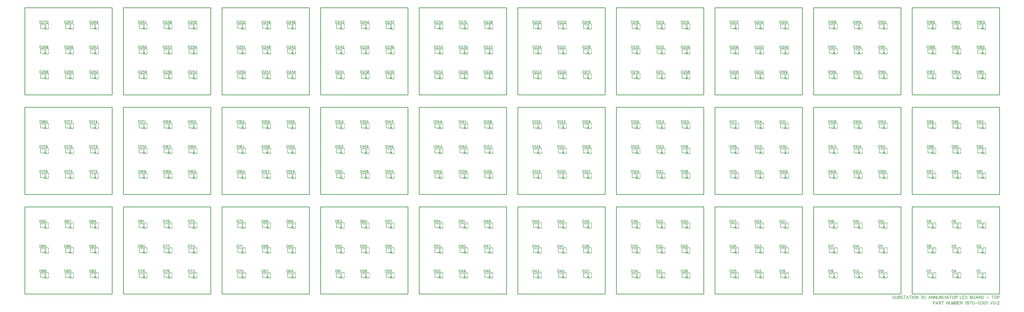
<source format=gto>
G04 Layer: TopSilkscreenLayer*
G04 EasyEDA v6.5.34, 2023-10-09 21:03:28*
G04 d8b6119a72404543a3c1b132a341d26f,5a6b42c53f6a479593ecc07194224c93,10*
G04 Gerber Generator version 0.2*
G04 Scale: 100 percent, Rotated: No, Reflected: No *
G04 Dimensions in millimeters *
G04 leading zeros omitted , absolute positions ,4 integer and 5 decimal *
%FSLAX45Y45*%
%MOMM*%

%ADD10C,0.2032*%
%ADD11C,0.1524*%
%ADD12C,0.1270*%
%ADD13C,0.2540*%

%LPD*%
D10*
X39700197Y663447D02*
G01*
X39689275Y674370D01*
X39673019Y679957D01*
X39651175Y679957D01*
X39634919Y674370D01*
X39623997Y663447D01*
X39623997Y652526D01*
X39629331Y641604D01*
X39634919Y636270D01*
X39645841Y630681D01*
X39678353Y620013D01*
X39689275Y614426D01*
X39694863Y609092D01*
X39700197Y598170D01*
X39700197Y581660D01*
X39689275Y570737D01*
X39673019Y565404D01*
X39651175Y565404D01*
X39634919Y570737D01*
X39623997Y581660D01*
X39736265Y679957D02*
G01*
X39736265Y598170D01*
X39741853Y581660D01*
X39752521Y570737D01*
X39769031Y565404D01*
X39779953Y565404D01*
X39796209Y570737D01*
X39807131Y581660D01*
X39812719Y598170D01*
X39812719Y679957D01*
X39848533Y679957D02*
G01*
X39848533Y565404D01*
X39848533Y679957D02*
G01*
X39897809Y679957D01*
X39914065Y674370D01*
X39919653Y669036D01*
X39924987Y658113D01*
X39924987Y647192D01*
X39919653Y636270D01*
X39914065Y630681D01*
X39897809Y625347D01*
X39848533Y625347D02*
G01*
X39897809Y625347D01*
X39914065Y620013D01*
X39919653Y614426D01*
X39924987Y603504D01*
X39924987Y587247D01*
X39919653Y576326D01*
X39914065Y570737D01*
X39897809Y565404D01*
X39848533Y565404D01*
X40037255Y663447D02*
G01*
X40026587Y674370D01*
X40010077Y679957D01*
X39988233Y679957D01*
X39971977Y674370D01*
X39961055Y663447D01*
X39961055Y652526D01*
X39966389Y641604D01*
X39971977Y636270D01*
X39982899Y630681D01*
X40015665Y620013D01*
X40026587Y614426D01*
X40031921Y609092D01*
X40037255Y598170D01*
X40037255Y581660D01*
X40026587Y570737D01*
X40010077Y565404D01*
X39988233Y565404D01*
X39971977Y570737D01*
X39961055Y581660D01*
X40111677Y679957D02*
G01*
X40111677Y565404D01*
X40073323Y679957D02*
G01*
X40149777Y679957D01*
X40229279Y679957D02*
G01*
X40185845Y565404D01*
X40229279Y679957D02*
G01*
X40272967Y565404D01*
X40202101Y603504D02*
G01*
X40256711Y603504D01*
X40347135Y679957D02*
G01*
X40347135Y565404D01*
X40309035Y679957D02*
G01*
X40385489Y679957D01*
X40421303Y679957D02*
G01*
X40421303Y565404D01*
X40490137Y679957D02*
G01*
X40479215Y674370D01*
X40468293Y663447D01*
X40462705Y652526D01*
X40457371Y636270D01*
X40457371Y609092D01*
X40462705Y592581D01*
X40468293Y581660D01*
X40479215Y570737D01*
X40490137Y565404D01*
X40511981Y565404D01*
X40522903Y570737D01*
X40533825Y581660D01*
X40539159Y592581D01*
X40544747Y609092D01*
X40544747Y636270D01*
X40539159Y652526D01*
X40533825Y663447D01*
X40522903Y674370D01*
X40511981Y679957D01*
X40490137Y679957D01*
X40580561Y679957D02*
G01*
X40580561Y565404D01*
X40580561Y679957D02*
G01*
X40657015Y565404D01*
X40657015Y679957D02*
G01*
X40657015Y565404D01*
X40787825Y679957D02*
G01*
X40848023Y679957D01*
X40815257Y636270D01*
X40831513Y636270D01*
X40842435Y630681D01*
X40848023Y625347D01*
X40853357Y609092D01*
X40853357Y598170D01*
X40848023Y581660D01*
X40837101Y570737D01*
X40820591Y565404D01*
X40804335Y565404D01*
X40787825Y570737D01*
X40782491Y576326D01*
X40776903Y587247D01*
X40889425Y679957D02*
G01*
X40889425Y598170D01*
X40894759Y581660D01*
X40905681Y570737D01*
X40922191Y565404D01*
X40933113Y565404D01*
X40949369Y570737D01*
X40960291Y581660D01*
X40965625Y598170D01*
X40965625Y679957D01*
X41129455Y679957D02*
G01*
X41085767Y565404D01*
X41129455Y679957D02*
G01*
X41172889Y565404D01*
X41102023Y603504D02*
G01*
X41156633Y603504D01*
X41208957Y679957D02*
G01*
X41208957Y565404D01*
X41208957Y679957D02*
G01*
X41285411Y565404D01*
X41285411Y679957D02*
G01*
X41285411Y565404D01*
X41321479Y679957D02*
G01*
X41321479Y565404D01*
X41321479Y679957D02*
G01*
X41397679Y565404D01*
X41397679Y679957D02*
G01*
X41397679Y565404D01*
X41433747Y679957D02*
G01*
X41433747Y598170D01*
X41439081Y581660D01*
X41450003Y570737D01*
X41466513Y565404D01*
X41477435Y565404D01*
X41493691Y570737D01*
X41504613Y581660D01*
X41510201Y598170D01*
X41510201Y679957D01*
X41546015Y679957D02*
G01*
X41546015Y565404D01*
X41546015Y679957D02*
G01*
X41622469Y565404D01*
X41622469Y679957D02*
G01*
X41622469Y565404D01*
X41740325Y652526D02*
G01*
X41734737Y663447D01*
X41723815Y674370D01*
X41712893Y679957D01*
X41691303Y679957D01*
X41680381Y674370D01*
X41669459Y663447D01*
X41663871Y652526D01*
X41658537Y636270D01*
X41658537Y609092D01*
X41663871Y592581D01*
X41669459Y581660D01*
X41680381Y570737D01*
X41691303Y565404D01*
X41712893Y565404D01*
X41723815Y570737D01*
X41734737Y581660D01*
X41740325Y592581D01*
X41776393Y679957D02*
G01*
X41776393Y565404D01*
X41855895Y679957D02*
G01*
X41812207Y565404D01*
X41855895Y679957D02*
G01*
X41899583Y565404D01*
X41828717Y603504D02*
G01*
X41883073Y603504D01*
X41973751Y679957D02*
G01*
X41973751Y565404D01*
X41935651Y679957D02*
G01*
X42011851Y679957D01*
X42080685Y679957D02*
G01*
X42069763Y674370D01*
X42058841Y663447D01*
X42053253Y652526D01*
X42047919Y636270D01*
X42047919Y609092D01*
X42053253Y592581D01*
X42058841Y581660D01*
X42069763Y570737D01*
X42080685Y565404D01*
X42102529Y565404D01*
X42113451Y570737D01*
X42124373Y581660D01*
X42129707Y592581D01*
X42135295Y609092D01*
X42135295Y636270D01*
X42129707Y652526D01*
X42124373Y663447D01*
X42113451Y674370D01*
X42102529Y679957D01*
X42080685Y679957D01*
X42171109Y679957D02*
G01*
X42171109Y565404D01*
X42171109Y679957D02*
G01*
X42220385Y679957D01*
X42236641Y674370D01*
X42241975Y669036D01*
X42247563Y658113D01*
X42247563Y647192D01*
X42241975Y636270D01*
X42236641Y630681D01*
X42220385Y625347D01*
X42171109Y625347D01*
X42209463Y625347D02*
G01*
X42247563Y565404D01*
X42367451Y679957D02*
G01*
X42367451Y565404D01*
X42367451Y565404D02*
G01*
X42432983Y565404D01*
X42469051Y679957D02*
G01*
X42469051Y565404D01*
X42469051Y679957D02*
G01*
X42539917Y679957D01*
X42469051Y625347D02*
G01*
X42512739Y625347D01*
X42469051Y565404D02*
G01*
X42539917Y565404D01*
X42575985Y679957D02*
G01*
X42575985Y565404D01*
X42575985Y679957D02*
G01*
X42614085Y679957D01*
X42630341Y674370D01*
X42641263Y663447D01*
X42646851Y652526D01*
X42652185Y636270D01*
X42652185Y609092D01*
X42646851Y592581D01*
X42641263Y581660D01*
X42630341Y570737D01*
X42614085Y565404D01*
X42575985Y565404D01*
X42772327Y679957D02*
G01*
X42772327Y565404D01*
X42772327Y679957D02*
G01*
X42821349Y679957D01*
X42837859Y674370D01*
X42843193Y669036D01*
X42848527Y658113D01*
X42848527Y647192D01*
X42843193Y636270D01*
X42837859Y630681D01*
X42821349Y625347D01*
X42772327Y625347D02*
G01*
X42821349Y625347D01*
X42837859Y620013D01*
X42843193Y614426D01*
X42848527Y603504D01*
X42848527Y587247D01*
X42843193Y576326D01*
X42837859Y570737D01*
X42821349Y565404D01*
X42772327Y565404D01*
X42917361Y679957D02*
G01*
X42906439Y674370D01*
X42895517Y663447D01*
X42890183Y652526D01*
X42884595Y636270D01*
X42884595Y609092D01*
X42890183Y592581D01*
X42895517Y581660D01*
X42906439Y570737D01*
X42917361Y565404D01*
X42939205Y565404D01*
X42950127Y570737D01*
X42961049Y581660D01*
X42966383Y592581D01*
X42971971Y609092D01*
X42971971Y636270D01*
X42966383Y652526D01*
X42961049Y663447D01*
X42950127Y674370D01*
X42939205Y679957D01*
X42917361Y679957D01*
X43051473Y679957D02*
G01*
X43008039Y565404D01*
X43051473Y679957D02*
G01*
X43095161Y565404D01*
X43024295Y603504D02*
G01*
X43078905Y603504D01*
X43131229Y679957D02*
G01*
X43131229Y565404D01*
X43131229Y679957D02*
G01*
X43180251Y679957D01*
X43196761Y674370D01*
X43202095Y669036D01*
X43207429Y658113D01*
X43207429Y647192D01*
X43202095Y636270D01*
X43196761Y630681D01*
X43180251Y625347D01*
X43131229Y625347D01*
X43169329Y625347D02*
G01*
X43207429Y565404D01*
X43243497Y679957D02*
G01*
X43243497Y565404D01*
X43243497Y679957D02*
G01*
X43281851Y679957D01*
X43298107Y674370D01*
X43309029Y663447D01*
X43314363Y652526D01*
X43319951Y636270D01*
X43319951Y609092D01*
X43314363Y592581D01*
X43309029Y581660D01*
X43298107Y570737D01*
X43281851Y565404D01*
X43243497Y565404D01*
X43439839Y614426D02*
G01*
X43538137Y614426D01*
X43696379Y679957D02*
G01*
X43696379Y565404D01*
X43658025Y679957D02*
G01*
X43734479Y679957D01*
X43803059Y679957D02*
G01*
X43792391Y674370D01*
X43781469Y663447D01*
X43775881Y652526D01*
X43770547Y636270D01*
X43770547Y609092D01*
X43775881Y592581D01*
X43781469Y581660D01*
X43792391Y570737D01*
X43803059Y565404D01*
X43824903Y565404D01*
X43835825Y570737D01*
X43846747Y581660D01*
X43852335Y592581D01*
X43857669Y609092D01*
X43857669Y636270D01*
X43852335Y652526D01*
X43846747Y663447D01*
X43835825Y674370D01*
X43824903Y679957D01*
X43803059Y679957D01*
X43893737Y679957D02*
G01*
X43893737Y565404D01*
X43893737Y679957D02*
G01*
X43942759Y679957D01*
X43959269Y674370D01*
X43964603Y669036D01*
X43970191Y658113D01*
X43970191Y641604D01*
X43964603Y630681D01*
X43959269Y625347D01*
X43942759Y620013D01*
X43893737Y620013D01*
X41274992Y451357D02*
G01*
X41274992Y336804D01*
X41274992Y451357D02*
G01*
X41324014Y451357D01*
X41340270Y445770D01*
X41345858Y440436D01*
X41351192Y429513D01*
X41351192Y413004D01*
X41345858Y402081D01*
X41340270Y396747D01*
X41324014Y391413D01*
X41274992Y391413D01*
X41430948Y451357D02*
G01*
X41387260Y336804D01*
X41430948Y451357D02*
G01*
X41474636Y336804D01*
X41403516Y374904D02*
G01*
X41458126Y374904D01*
X41510450Y451357D02*
G01*
X41510450Y336804D01*
X41510450Y451357D02*
G01*
X41559726Y451357D01*
X41575982Y445770D01*
X41581570Y440436D01*
X41586904Y429513D01*
X41586904Y418592D01*
X41581570Y407670D01*
X41575982Y402081D01*
X41559726Y396747D01*
X41510450Y396747D01*
X41548804Y396747D02*
G01*
X41586904Y336804D01*
X41661072Y451357D02*
G01*
X41661072Y336804D01*
X41622972Y451357D02*
G01*
X41699172Y451357D01*
X41819314Y451357D02*
G01*
X41819314Y336804D01*
X41819314Y451357D02*
G01*
X41895768Y336804D01*
X41895768Y451357D02*
G01*
X41895768Y336804D01*
X41931582Y451357D02*
G01*
X41931582Y369570D01*
X41937170Y353060D01*
X41948092Y342137D01*
X41964348Y336804D01*
X41975270Y336804D01*
X41991526Y342137D01*
X42002448Y353060D01*
X42008036Y369570D01*
X42008036Y451357D01*
X42044104Y451357D02*
G01*
X42044104Y336804D01*
X42044104Y451357D02*
G01*
X42087538Y336804D01*
X42131226Y451357D02*
G01*
X42087538Y336804D01*
X42131226Y451357D02*
G01*
X42131226Y336804D01*
X42167294Y451357D02*
G01*
X42167294Y336804D01*
X42167294Y451357D02*
G01*
X42216316Y451357D01*
X42232826Y445770D01*
X42238160Y440436D01*
X42243748Y429513D01*
X42243748Y418592D01*
X42238160Y407670D01*
X42232826Y402081D01*
X42216316Y396747D01*
X42167294Y396747D02*
G01*
X42216316Y396747D01*
X42232826Y391413D01*
X42238160Y385826D01*
X42243748Y374904D01*
X42243748Y358647D01*
X42238160Y347726D01*
X42232826Y342137D01*
X42216316Y336804D01*
X42167294Y336804D01*
X42279562Y451357D02*
G01*
X42279562Y336804D01*
X42279562Y451357D02*
G01*
X42350428Y451357D01*
X42279562Y396747D02*
G01*
X42323250Y396747D01*
X42279562Y336804D02*
G01*
X42350428Y336804D01*
X42386496Y451357D02*
G01*
X42386496Y336804D01*
X42386496Y451357D02*
G01*
X42435518Y451357D01*
X42452028Y445770D01*
X42457362Y440436D01*
X42462950Y429513D01*
X42462950Y418592D01*
X42457362Y407670D01*
X42452028Y402081D01*
X42435518Y396747D01*
X42386496Y396747D01*
X42424850Y396747D02*
G01*
X42462950Y336804D01*
X42582838Y429513D02*
G01*
X42593760Y434847D01*
X42610270Y451357D01*
X42610270Y336804D01*
X42673516Y451357D02*
G01*
X42657006Y445770D01*
X42651672Y434847D01*
X42651672Y423926D01*
X42657006Y413004D01*
X42667928Y407670D01*
X42689772Y402081D01*
X42706282Y396747D01*
X42717204Y385826D01*
X42722538Y374904D01*
X42722538Y358647D01*
X42717204Y347726D01*
X42711616Y342137D01*
X42695360Y336804D01*
X42673516Y336804D01*
X42657006Y342137D01*
X42651672Y347726D01*
X42646084Y358647D01*
X42646084Y374904D01*
X42651672Y385826D01*
X42662594Y396747D01*
X42678850Y402081D01*
X42700694Y407670D01*
X42711616Y413004D01*
X42717204Y423926D01*
X42717204Y434847D01*
X42711616Y445770D01*
X42695360Y451357D01*
X42673516Y451357D01*
X42834806Y451357D02*
G01*
X42780450Y336804D01*
X42758606Y451357D02*
G01*
X42834806Y451357D01*
X42903640Y451357D02*
G01*
X42887384Y445770D01*
X42876462Y429513D01*
X42870874Y402081D01*
X42870874Y385826D01*
X42876462Y358647D01*
X42887384Y342137D01*
X42903640Y336804D01*
X42914562Y336804D01*
X42930818Y342137D01*
X42941740Y358647D01*
X42947328Y385826D01*
X42947328Y402081D01*
X42941740Y429513D01*
X42930818Y445770D01*
X42914562Y451357D01*
X42903640Y451357D01*
X42983396Y385826D02*
G01*
X43081440Y385826D01*
X43150274Y451357D02*
G01*
X43133764Y445770D01*
X43122842Y429513D01*
X43117508Y402081D01*
X43117508Y385826D01*
X43122842Y358647D01*
X43133764Y342137D01*
X43150274Y336804D01*
X43161196Y336804D01*
X43177452Y342137D01*
X43188374Y358647D01*
X43193708Y385826D01*
X43193708Y402081D01*
X43188374Y429513D01*
X43177452Y445770D01*
X43161196Y451357D01*
X43150274Y451357D01*
X43240698Y451357D02*
G01*
X43300642Y451357D01*
X43267876Y407670D01*
X43284386Y407670D01*
X43295308Y402081D01*
X43300642Y396747D01*
X43306230Y380492D01*
X43306230Y369570D01*
X43300642Y353060D01*
X43289720Y342137D01*
X43273464Y336804D01*
X43257208Y336804D01*
X43240698Y342137D01*
X43235364Y347726D01*
X43229776Y358647D01*
X43374810Y451357D02*
G01*
X43358554Y445770D01*
X43347632Y429513D01*
X43342298Y402081D01*
X43342298Y385826D01*
X43347632Y358647D01*
X43358554Y342137D01*
X43374810Y336804D01*
X43385732Y336804D01*
X43402242Y342137D01*
X43413164Y358647D01*
X43418498Y385826D01*
X43418498Y402081D01*
X43413164Y429513D01*
X43402242Y445770D01*
X43385732Y451357D01*
X43374810Y451357D01*
X43454566Y429513D02*
G01*
X43465488Y434847D01*
X43481744Y451357D01*
X43481744Y336804D01*
X43601886Y451357D02*
G01*
X43645574Y336804D01*
X43689008Y451357D02*
G01*
X43645574Y336804D01*
X43757842Y451357D02*
G01*
X43741332Y445770D01*
X43730664Y429513D01*
X43725076Y402081D01*
X43725076Y385826D01*
X43730664Y358647D01*
X43741332Y342137D01*
X43757842Y336804D01*
X43768764Y336804D01*
X43785020Y342137D01*
X43795942Y358647D01*
X43801530Y385826D01*
X43801530Y402081D01*
X43795942Y429513D01*
X43785020Y445770D01*
X43768764Y451357D01*
X43757842Y451357D01*
X43842932Y363981D02*
G01*
X43837344Y358647D01*
X43842932Y353060D01*
X43848266Y358647D01*
X43842932Y363981D01*
X43889922Y423926D02*
G01*
X43889922Y429513D01*
X43895256Y440436D01*
X43900844Y445770D01*
X43911512Y451357D01*
X43933356Y451357D01*
X43944278Y445770D01*
X43949866Y440436D01*
X43955200Y429513D01*
X43955200Y418592D01*
X43949866Y407670D01*
X43938944Y391413D01*
X43884334Y336804D01*
X43960788Y336804D01*
D11*
X35030409Y1744979D02*
G01*
X35030409Y1649476D01*
X35030409Y1744979D02*
G01*
X35062159Y1744979D01*
X35075875Y1740407D01*
X35085020Y1731263D01*
X35089591Y1722120D01*
X35093909Y1708657D01*
X35093909Y1685797D01*
X35089591Y1672081D01*
X35085020Y1663192D01*
X35075875Y1654047D01*
X35062159Y1649476D01*
X35030409Y1649476D01*
X35124136Y1726692D02*
G01*
X35133025Y1731263D01*
X35146741Y1744979D01*
X35146741Y1649476D01*
X35235896Y1712976D02*
G01*
X35231324Y1699513D01*
X35222179Y1690370D01*
X35208463Y1685797D01*
X35204146Y1685797D01*
X35190429Y1690370D01*
X35181286Y1699513D01*
X35176713Y1712976D01*
X35176713Y1717547D01*
X35181286Y1731263D01*
X35190429Y1740407D01*
X35204146Y1744979D01*
X35208463Y1744979D01*
X35222179Y1740407D01*
X35231324Y1731263D01*
X35235896Y1712976D01*
X35235896Y1690370D01*
X35231324Y1667510D01*
X35222179Y1654047D01*
X35208463Y1649476D01*
X35199574Y1649476D01*
X35185858Y1654047D01*
X35181286Y1663192D01*
X35030409Y2760979D02*
G01*
X35030409Y2665476D01*
X35030409Y2760979D02*
G01*
X35062159Y2760979D01*
X35075875Y2756407D01*
X35085020Y2747263D01*
X35089591Y2738120D01*
X35093909Y2724404D01*
X35093909Y2701797D01*
X35089591Y2688081D01*
X35085020Y2679192D01*
X35075875Y2670047D01*
X35062159Y2665476D01*
X35030409Y2665476D01*
X35128454Y2738120D02*
G01*
X35128454Y2742692D01*
X35133025Y2751836D01*
X35137598Y2756407D01*
X35146741Y2760979D01*
X35165029Y2760979D01*
X35173920Y2756407D01*
X35178491Y2751836D01*
X35183063Y2742692D01*
X35183063Y2733547D01*
X35178491Y2724404D01*
X35169602Y2710942D01*
X35124136Y2665476D01*
X35187636Y2665476D01*
X35245040Y2760979D02*
G01*
X35231324Y2756407D01*
X35222179Y2742692D01*
X35217608Y2720086D01*
X35217608Y2706370D01*
X35222179Y2683510D01*
X35231324Y2670047D01*
X35245040Y2665476D01*
X35253929Y2665476D01*
X35267646Y2670047D01*
X35276790Y2683510D01*
X35281361Y2706370D01*
X35281361Y2720086D01*
X35276790Y2742692D01*
X35267646Y2756407D01*
X35253929Y2760979D01*
X35245040Y2760979D01*
X35030409Y3776979D02*
G01*
X35030409Y3681476D01*
X35030409Y3776979D02*
G01*
X35062159Y3776979D01*
X35075875Y3772407D01*
X35085020Y3763263D01*
X35089591Y3754120D01*
X35093909Y3740404D01*
X35093909Y3717797D01*
X35089591Y3704081D01*
X35085020Y3695192D01*
X35075875Y3686047D01*
X35062159Y3681476D01*
X35030409Y3681476D01*
X35128454Y3754120D02*
G01*
X35128454Y3758692D01*
X35133025Y3767836D01*
X35137598Y3772407D01*
X35146741Y3776979D01*
X35165029Y3776979D01*
X35173920Y3772407D01*
X35178491Y3767836D01*
X35183063Y3758692D01*
X35183063Y3749547D01*
X35178491Y3740404D01*
X35169602Y3726942D01*
X35124136Y3681476D01*
X35187636Y3681476D01*
X35217608Y3758692D02*
G01*
X35226752Y3763263D01*
X35240468Y3776979D01*
X35240468Y3681476D01*
X34014409Y1744979D02*
G01*
X34014409Y1649476D01*
X34014409Y1744979D02*
G01*
X34046159Y1744979D01*
X34059875Y1740407D01*
X34069020Y1731263D01*
X34073591Y1722120D01*
X34077909Y1708657D01*
X34077909Y1685797D01*
X34073591Y1672081D01*
X34069020Y1663192D01*
X34059875Y1654047D01*
X34046159Y1649476D01*
X34014409Y1649476D01*
X34112454Y1722120D02*
G01*
X34112454Y1726692D01*
X34117025Y1735836D01*
X34121598Y1740407D01*
X34130741Y1744979D01*
X34149029Y1744979D01*
X34157920Y1740407D01*
X34162491Y1735836D01*
X34167063Y1726692D01*
X34167063Y1717547D01*
X34162491Y1708657D01*
X34153602Y1694942D01*
X34108136Y1649476D01*
X34171636Y1649476D01*
X34206179Y1722120D02*
G01*
X34206179Y1726692D01*
X34210752Y1735836D01*
X34215324Y1740407D01*
X34224468Y1744979D01*
X34242502Y1744979D01*
X34251646Y1740407D01*
X34256218Y1735836D01*
X34260790Y1726692D01*
X34260790Y1717547D01*
X34256218Y1708657D01*
X34247074Y1694942D01*
X34201608Y1649476D01*
X34265361Y1649476D01*
X34014409Y2760979D02*
G01*
X34014409Y2665476D01*
X34014409Y2760979D02*
G01*
X34046159Y2760979D01*
X34059875Y2756407D01*
X34069020Y2747263D01*
X34073591Y2738120D01*
X34077909Y2724404D01*
X34077909Y2701797D01*
X34073591Y2688081D01*
X34069020Y2679192D01*
X34059875Y2670047D01*
X34046159Y2665476D01*
X34014409Y2665476D01*
X34112454Y2738120D02*
G01*
X34112454Y2742692D01*
X34117025Y2751836D01*
X34121598Y2756407D01*
X34130741Y2760979D01*
X34149029Y2760979D01*
X34157920Y2756407D01*
X34162491Y2751836D01*
X34167063Y2742692D01*
X34167063Y2733547D01*
X34162491Y2724404D01*
X34153602Y2710942D01*
X34108136Y2665476D01*
X34171636Y2665476D01*
X34210752Y2760979D02*
G01*
X34260790Y2760979D01*
X34233611Y2724404D01*
X34247074Y2724404D01*
X34256218Y2720086D01*
X34260790Y2715513D01*
X34265361Y2701797D01*
X34265361Y2692654D01*
X34260790Y2679192D01*
X34251646Y2670047D01*
X34237929Y2665476D01*
X34224468Y2665476D01*
X34210752Y2670047D01*
X34206179Y2674620D01*
X34201608Y2683510D01*
X34014409Y3776979D02*
G01*
X34014409Y3681476D01*
X34014409Y3776979D02*
G01*
X34046159Y3776979D01*
X34059875Y3772407D01*
X34069020Y3763263D01*
X34073591Y3754120D01*
X34077909Y3740404D01*
X34077909Y3717797D01*
X34073591Y3704081D01*
X34069020Y3695192D01*
X34059875Y3686047D01*
X34046159Y3681476D01*
X34014409Y3681476D01*
X34112454Y3754120D02*
G01*
X34112454Y3758692D01*
X34117025Y3767836D01*
X34121598Y3772407D01*
X34130741Y3776979D01*
X34149029Y3776979D01*
X34157920Y3772407D01*
X34162491Y3767836D01*
X34167063Y3758692D01*
X34167063Y3749547D01*
X34162491Y3740404D01*
X34153602Y3726942D01*
X34108136Y3681476D01*
X34171636Y3681476D01*
X34247074Y3776979D02*
G01*
X34201608Y3713226D01*
X34269934Y3713226D01*
X34247074Y3776979D02*
G01*
X34247074Y3681476D01*
X32998409Y1744979D02*
G01*
X32998409Y1649476D01*
X32998409Y1744979D02*
G01*
X33030159Y1744979D01*
X33043875Y1740407D01*
X33053020Y1731263D01*
X33057591Y1722120D01*
X33061909Y1708657D01*
X33061909Y1685797D01*
X33057591Y1672081D01*
X33053020Y1663192D01*
X33043875Y1654047D01*
X33030159Y1649476D01*
X32998409Y1649476D01*
X33096454Y1722120D02*
G01*
X33096454Y1726692D01*
X33101025Y1735836D01*
X33105598Y1740407D01*
X33114741Y1744979D01*
X33133029Y1744979D01*
X33141920Y1740407D01*
X33146491Y1735836D01*
X33151063Y1726692D01*
X33151063Y1717547D01*
X33146491Y1708657D01*
X33137602Y1694942D01*
X33092136Y1649476D01*
X33155636Y1649476D01*
X33240218Y1744979D02*
G01*
X33194752Y1744979D01*
X33190179Y1704086D01*
X33194752Y1708657D01*
X33208468Y1712976D01*
X33221929Y1712976D01*
X33235645Y1708657D01*
X33244790Y1699513D01*
X33249361Y1685797D01*
X33249361Y1676654D01*
X33244790Y1663192D01*
X33235645Y1654047D01*
X33221929Y1649476D01*
X33208468Y1649476D01*
X33194752Y1654047D01*
X33190179Y1658620D01*
X33185608Y1667510D01*
X32998409Y2760979D02*
G01*
X32998409Y2665476D01*
X32998409Y2760979D02*
G01*
X33030159Y2760979D01*
X33043875Y2756407D01*
X33053020Y2747263D01*
X33057591Y2738120D01*
X33061909Y2724404D01*
X33061909Y2701797D01*
X33057591Y2688081D01*
X33053020Y2679192D01*
X33043875Y2670047D01*
X33030159Y2665476D01*
X32998409Y2665476D01*
X33096454Y2738120D02*
G01*
X33096454Y2742692D01*
X33101025Y2751836D01*
X33105598Y2756407D01*
X33114741Y2760979D01*
X33133029Y2760979D01*
X33141920Y2756407D01*
X33146491Y2751836D01*
X33151063Y2742692D01*
X33151063Y2733547D01*
X33146491Y2724404D01*
X33137602Y2710942D01*
X33092136Y2665476D01*
X33155636Y2665476D01*
X33240218Y2747263D02*
G01*
X33235645Y2756407D01*
X33221929Y2760979D01*
X33213040Y2760979D01*
X33199324Y2756407D01*
X33190179Y2742692D01*
X33185608Y2720086D01*
X33185608Y2697226D01*
X33190179Y2679192D01*
X33199324Y2670047D01*
X33213040Y2665476D01*
X33217611Y2665476D01*
X33231074Y2670047D01*
X33240218Y2679192D01*
X33244790Y2692654D01*
X33244790Y2697226D01*
X33240218Y2710942D01*
X33231074Y2720086D01*
X33217611Y2724404D01*
X33213040Y2724404D01*
X33199324Y2720086D01*
X33190179Y2710942D01*
X33185608Y2697226D01*
X32998409Y3776979D02*
G01*
X32998409Y3681476D01*
X32998409Y3776979D02*
G01*
X33030159Y3776979D01*
X33043875Y3772407D01*
X33053020Y3763263D01*
X33057591Y3754120D01*
X33061909Y3740404D01*
X33061909Y3717797D01*
X33057591Y3704081D01*
X33053020Y3695192D01*
X33043875Y3686047D01*
X33030159Y3681476D01*
X32998409Y3681476D01*
X33096454Y3754120D02*
G01*
X33096454Y3758692D01*
X33101025Y3767836D01*
X33105598Y3772407D01*
X33114741Y3776979D01*
X33133029Y3776979D01*
X33141920Y3772407D01*
X33146491Y3767836D01*
X33151063Y3758692D01*
X33151063Y3749547D01*
X33146491Y3740404D01*
X33137602Y3726942D01*
X33092136Y3681476D01*
X33155636Y3681476D01*
X33249361Y3776979D02*
G01*
X33203895Y3681476D01*
X33185608Y3776979D02*
G01*
X33249361Y3776979D01*
X31017209Y1744979D02*
G01*
X31017209Y1649476D01*
X31017209Y1744979D02*
G01*
X31048959Y1744979D01*
X31062675Y1740407D01*
X31071820Y1731263D01*
X31076391Y1722120D01*
X31080709Y1708657D01*
X31080709Y1685797D01*
X31076391Y1672081D01*
X31071820Y1663192D01*
X31062675Y1654047D01*
X31048959Y1649476D01*
X31017209Y1649476D01*
X31115508Y1722120D02*
G01*
X31115508Y1726692D01*
X31119825Y1735836D01*
X31124398Y1740407D01*
X31133541Y1744979D01*
X31151829Y1744979D01*
X31160720Y1740407D01*
X31165291Y1735836D01*
X31169863Y1726692D01*
X31169863Y1717547D01*
X31165291Y1708657D01*
X31156402Y1694942D01*
X31110936Y1649476D01*
X31174436Y1649476D01*
X31227268Y1744979D02*
G01*
X31213552Y1740407D01*
X31208979Y1731263D01*
X31208979Y1722120D01*
X31213552Y1712976D01*
X31222695Y1708657D01*
X31240729Y1704086D01*
X31254445Y1699513D01*
X31263590Y1690370D01*
X31268161Y1681226D01*
X31268161Y1667510D01*
X31263590Y1658620D01*
X31259018Y1654047D01*
X31245302Y1649476D01*
X31227268Y1649476D01*
X31213552Y1654047D01*
X31208979Y1658620D01*
X31204408Y1667510D01*
X31204408Y1681226D01*
X31208979Y1690370D01*
X31218124Y1699513D01*
X31231840Y1704086D01*
X31249874Y1708657D01*
X31259018Y1712976D01*
X31263590Y1722120D01*
X31263590Y1731263D01*
X31259018Y1740407D01*
X31245302Y1744979D01*
X31227268Y1744979D01*
X31017209Y2760979D02*
G01*
X31017209Y2665476D01*
X31017209Y2760979D02*
G01*
X31048959Y2760979D01*
X31062675Y2756407D01*
X31071820Y2747263D01*
X31076391Y2738120D01*
X31080709Y2724404D01*
X31080709Y2701797D01*
X31076391Y2688081D01*
X31071820Y2679192D01*
X31062675Y2670047D01*
X31048959Y2665476D01*
X31017209Y2665476D01*
X31115508Y2738120D02*
G01*
X31115508Y2742692D01*
X31119825Y2751836D01*
X31124398Y2756407D01*
X31133541Y2760979D01*
X31151829Y2760979D01*
X31160720Y2756407D01*
X31165291Y2751836D01*
X31169863Y2742692D01*
X31169863Y2733547D01*
X31165291Y2724404D01*
X31156402Y2710942D01*
X31110936Y2665476D01*
X31174436Y2665476D01*
X31263590Y2728976D02*
G01*
X31259018Y2715513D01*
X31249874Y2706370D01*
X31236411Y2701797D01*
X31231840Y2701797D01*
X31218124Y2706370D01*
X31208979Y2715513D01*
X31204408Y2728976D01*
X31204408Y2733547D01*
X31208979Y2747263D01*
X31218124Y2756407D01*
X31231840Y2760979D01*
X31236411Y2760979D01*
X31249874Y2756407D01*
X31259018Y2747263D01*
X31263590Y2728976D01*
X31263590Y2706370D01*
X31259018Y2683510D01*
X31249874Y2670047D01*
X31236411Y2665476D01*
X31227268Y2665476D01*
X31213552Y2670047D01*
X31208979Y2679192D01*
X31017209Y3776979D02*
G01*
X31017209Y3681476D01*
X31017209Y3776979D02*
G01*
X31048959Y3776979D01*
X31062675Y3772407D01*
X31071820Y3763263D01*
X31076391Y3754120D01*
X31080709Y3740404D01*
X31080709Y3717797D01*
X31076391Y3704081D01*
X31071820Y3695192D01*
X31062675Y3686047D01*
X31048959Y3681476D01*
X31017209Y3681476D01*
X31119825Y3776979D02*
G01*
X31169863Y3776979D01*
X31142686Y3740404D01*
X31156402Y3740404D01*
X31165291Y3736086D01*
X31169863Y3731513D01*
X31174436Y3717797D01*
X31174436Y3708654D01*
X31169863Y3695192D01*
X31160720Y3686047D01*
X31147258Y3681476D01*
X31133541Y3681476D01*
X31119825Y3686047D01*
X31115508Y3690620D01*
X31110936Y3699510D01*
X31231840Y3776979D02*
G01*
X31218124Y3772407D01*
X31208979Y3758692D01*
X31204408Y3736086D01*
X31204408Y3722370D01*
X31208979Y3699510D01*
X31218124Y3686047D01*
X31231840Y3681476D01*
X31240729Y3681476D01*
X31254445Y3686047D01*
X31263590Y3699510D01*
X31268161Y3722370D01*
X31268161Y3736086D01*
X31263590Y3758692D01*
X31254445Y3772407D01*
X31240729Y3776979D01*
X31231840Y3776979D01*
X30001209Y1744979D02*
G01*
X30001209Y1649476D01*
X30001209Y1744979D02*
G01*
X30032959Y1744979D01*
X30046675Y1740407D01*
X30055820Y1731263D01*
X30060391Y1722120D01*
X30064963Y1708657D01*
X30064963Y1685797D01*
X30060391Y1672081D01*
X30055820Y1663192D01*
X30046675Y1654047D01*
X30032959Y1649476D01*
X30001209Y1649476D01*
X30103825Y1744979D02*
G01*
X30153863Y1744979D01*
X30126686Y1708657D01*
X30140402Y1708657D01*
X30149291Y1704086D01*
X30153863Y1699513D01*
X30158436Y1685797D01*
X30158436Y1676654D01*
X30153863Y1663192D01*
X30144720Y1654047D01*
X30131258Y1649476D01*
X30117541Y1649476D01*
X30103825Y1654047D01*
X30099508Y1658620D01*
X30094936Y1667510D01*
X30188408Y1726692D02*
G01*
X30197552Y1731263D01*
X30211268Y1744979D01*
X30211268Y1649476D01*
X30001209Y2760979D02*
G01*
X30001209Y2665476D01*
X30001209Y2760979D02*
G01*
X30032959Y2760979D01*
X30046675Y2756407D01*
X30055820Y2747263D01*
X30060391Y2738120D01*
X30064963Y2724404D01*
X30064963Y2701797D01*
X30060391Y2688081D01*
X30055820Y2679192D01*
X30046675Y2670047D01*
X30032959Y2665476D01*
X30001209Y2665476D01*
X30103825Y2760979D02*
G01*
X30153863Y2760979D01*
X30126686Y2724404D01*
X30140402Y2724404D01*
X30149291Y2720086D01*
X30153863Y2715513D01*
X30158436Y2701797D01*
X30158436Y2692654D01*
X30153863Y2679192D01*
X30144720Y2670047D01*
X30131258Y2665476D01*
X30117541Y2665476D01*
X30103825Y2670047D01*
X30099508Y2674620D01*
X30094936Y2683510D01*
X30192979Y2738120D02*
G01*
X30192979Y2742692D01*
X30197552Y2751836D01*
X30202124Y2756407D01*
X30211268Y2760979D01*
X30229302Y2760979D01*
X30238445Y2756407D01*
X30243018Y2751836D01*
X30247590Y2742692D01*
X30247590Y2733547D01*
X30243018Y2724404D01*
X30233874Y2710942D01*
X30188408Y2665476D01*
X30252161Y2665476D01*
X30001209Y3776979D02*
G01*
X30001209Y3681476D01*
X30001209Y3776979D02*
G01*
X30032959Y3776979D01*
X30046675Y3772407D01*
X30055820Y3763263D01*
X30060391Y3754120D01*
X30064963Y3740404D01*
X30064963Y3717797D01*
X30060391Y3704081D01*
X30055820Y3695192D01*
X30046675Y3686047D01*
X30032959Y3681476D01*
X30001209Y3681476D01*
X30103825Y3776979D02*
G01*
X30153863Y3776979D01*
X30126686Y3740404D01*
X30140402Y3740404D01*
X30149291Y3736086D01*
X30153863Y3731513D01*
X30158436Y3717797D01*
X30158436Y3708654D01*
X30153863Y3695192D01*
X30144720Y3686047D01*
X30131258Y3681476D01*
X30117541Y3681476D01*
X30103825Y3686047D01*
X30099508Y3690620D01*
X30094936Y3699510D01*
X30197552Y3776979D02*
G01*
X30247590Y3776979D01*
X30220411Y3740404D01*
X30233874Y3740404D01*
X30243018Y3736086D01*
X30247590Y3731513D01*
X30252161Y3717797D01*
X30252161Y3708654D01*
X30247590Y3695192D01*
X30238445Y3686047D01*
X30224729Y3681476D01*
X30211268Y3681476D01*
X30197552Y3686047D01*
X30192979Y3690620D01*
X30188408Y3699510D01*
X28985209Y1744979D02*
G01*
X28985209Y1649476D01*
X28985209Y1744979D02*
G01*
X29016959Y1744979D01*
X29030675Y1740407D01*
X29039820Y1731263D01*
X29044391Y1722120D01*
X29048963Y1708657D01*
X29048963Y1685797D01*
X29044391Y1672081D01*
X29039820Y1663192D01*
X29030675Y1654047D01*
X29016959Y1649476D01*
X28985209Y1649476D01*
X29087825Y1744979D02*
G01*
X29137863Y1744979D01*
X29110686Y1708657D01*
X29124402Y1708657D01*
X29133291Y1704086D01*
X29137863Y1699513D01*
X29142436Y1685797D01*
X29142436Y1676654D01*
X29137863Y1663192D01*
X29128720Y1654047D01*
X29115258Y1649476D01*
X29101541Y1649476D01*
X29087825Y1654047D01*
X29083508Y1658620D01*
X29078936Y1667510D01*
X29217874Y1744979D02*
G01*
X29172408Y1681226D01*
X29240734Y1681226D01*
X29217874Y1744979D02*
G01*
X29217874Y1649476D01*
X28985209Y2760979D02*
G01*
X28985209Y2665476D01*
X28985209Y2760979D02*
G01*
X29016959Y2760979D01*
X29030675Y2756407D01*
X29039820Y2747263D01*
X29044391Y2738120D01*
X29048963Y2724404D01*
X29048963Y2701797D01*
X29044391Y2688081D01*
X29039820Y2679192D01*
X29030675Y2670047D01*
X29016959Y2665476D01*
X28985209Y2665476D01*
X29087825Y2760979D02*
G01*
X29137863Y2760979D01*
X29110686Y2724404D01*
X29124402Y2724404D01*
X29133291Y2720086D01*
X29137863Y2715513D01*
X29142436Y2701797D01*
X29142436Y2692654D01*
X29137863Y2679192D01*
X29128720Y2670047D01*
X29115258Y2665476D01*
X29101541Y2665476D01*
X29087825Y2670047D01*
X29083508Y2674620D01*
X29078936Y2683510D01*
X29227018Y2760979D02*
G01*
X29181552Y2760979D01*
X29176979Y2720086D01*
X29181552Y2724404D01*
X29195268Y2728976D01*
X29208729Y2728976D01*
X29222445Y2724404D01*
X29231590Y2715513D01*
X29236161Y2701797D01*
X29236161Y2692654D01*
X29231590Y2679192D01*
X29222445Y2670047D01*
X29208729Y2665476D01*
X29195268Y2665476D01*
X29181552Y2670047D01*
X29176979Y2674620D01*
X29172408Y2683510D01*
X28985209Y3776979D02*
G01*
X28985209Y3681476D01*
X28985209Y3776979D02*
G01*
X29016959Y3776979D01*
X29030675Y3772407D01*
X29039820Y3763263D01*
X29044391Y3754120D01*
X29048963Y3740404D01*
X29048963Y3717797D01*
X29044391Y3704081D01*
X29039820Y3695192D01*
X29030675Y3686047D01*
X29016959Y3681476D01*
X28985209Y3681476D01*
X29087825Y3776979D02*
G01*
X29137863Y3776979D01*
X29110686Y3740404D01*
X29124402Y3740404D01*
X29133291Y3736086D01*
X29137863Y3731513D01*
X29142436Y3717797D01*
X29142436Y3708654D01*
X29137863Y3695192D01*
X29128720Y3686047D01*
X29115258Y3681476D01*
X29101541Y3681476D01*
X29087825Y3686047D01*
X29083508Y3690620D01*
X29078936Y3699510D01*
X29227018Y3763263D02*
G01*
X29222445Y3772407D01*
X29208729Y3776979D01*
X29199840Y3776979D01*
X29186124Y3772407D01*
X29176979Y3758692D01*
X29172408Y3736086D01*
X29172408Y3713226D01*
X29176979Y3695192D01*
X29186124Y3686047D01*
X29199840Y3681476D01*
X29204411Y3681476D01*
X29217874Y3686047D01*
X29227018Y3695192D01*
X29231590Y3708654D01*
X29231590Y3713226D01*
X29227018Y3726942D01*
X29217874Y3736086D01*
X29204411Y3740404D01*
X29199840Y3740404D01*
X29186124Y3736086D01*
X29176979Y3726942D01*
X29172408Y3713226D01*
X27004009Y1744979D02*
G01*
X27004009Y1649476D01*
X27004009Y1744979D02*
G01*
X27035759Y1744979D01*
X27049475Y1740407D01*
X27058620Y1731263D01*
X27063191Y1722120D01*
X27067763Y1708657D01*
X27067763Y1685797D01*
X27063191Y1672081D01*
X27058620Y1663192D01*
X27049475Y1654047D01*
X27035759Y1649476D01*
X27004009Y1649476D01*
X27106625Y1744979D02*
G01*
X27156663Y1744979D01*
X27129486Y1708657D01*
X27143202Y1708657D01*
X27152091Y1704086D01*
X27156663Y1699513D01*
X27161236Y1685797D01*
X27161236Y1676654D01*
X27156663Y1663192D01*
X27147520Y1654047D01*
X27134058Y1649476D01*
X27120341Y1649476D01*
X27106625Y1654047D01*
X27102308Y1658620D01*
X27097736Y1667510D01*
X27254961Y1744979D02*
G01*
X27209495Y1649476D01*
X27191208Y1744979D02*
G01*
X27254961Y1744979D01*
X27004009Y2760979D02*
G01*
X27004009Y2665476D01*
X27004009Y2760979D02*
G01*
X27035759Y2760979D01*
X27049475Y2756407D01*
X27058620Y2747263D01*
X27063191Y2738120D01*
X27067763Y2724404D01*
X27067763Y2701797D01*
X27063191Y2688081D01*
X27058620Y2679192D01*
X27049475Y2670047D01*
X27035759Y2665476D01*
X27004009Y2665476D01*
X27106625Y2760979D02*
G01*
X27156663Y2760979D01*
X27129486Y2724404D01*
X27143202Y2724404D01*
X27152091Y2720086D01*
X27156663Y2715513D01*
X27161236Y2701797D01*
X27161236Y2692654D01*
X27156663Y2679192D01*
X27147520Y2670047D01*
X27134058Y2665476D01*
X27120341Y2665476D01*
X27106625Y2670047D01*
X27102308Y2674620D01*
X27097736Y2683510D01*
X27214068Y2760979D02*
G01*
X27200352Y2756407D01*
X27195779Y2747263D01*
X27195779Y2738120D01*
X27200352Y2728976D01*
X27209495Y2724404D01*
X27227529Y2720086D01*
X27241245Y2715513D01*
X27250390Y2706370D01*
X27254961Y2697226D01*
X27254961Y2683510D01*
X27250390Y2674620D01*
X27245818Y2670047D01*
X27232102Y2665476D01*
X27214068Y2665476D01*
X27200352Y2670047D01*
X27195779Y2674620D01*
X27191208Y2683510D01*
X27191208Y2697226D01*
X27195779Y2706370D01*
X27204924Y2715513D01*
X27218640Y2720086D01*
X27236674Y2724404D01*
X27245818Y2728976D01*
X27250390Y2738120D01*
X27250390Y2747263D01*
X27245818Y2756407D01*
X27232102Y2760979D01*
X27214068Y2760979D01*
X27004009Y3776979D02*
G01*
X27004009Y3681476D01*
X27004009Y3776979D02*
G01*
X27035759Y3776979D01*
X27049475Y3772407D01*
X27058620Y3763263D01*
X27063191Y3754120D01*
X27067763Y3740404D01*
X27067763Y3717797D01*
X27063191Y3704081D01*
X27058620Y3695192D01*
X27049475Y3686047D01*
X27035759Y3681476D01*
X27004009Y3681476D01*
X27106625Y3776979D02*
G01*
X27156663Y3776979D01*
X27129486Y3740404D01*
X27143202Y3740404D01*
X27152091Y3736086D01*
X27156663Y3731513D01*
X27161236Y3717797D01*
X27161236Y3708654D01*
X27156663Y3695192D01*
X27147520Y3686047D01*
X27134058Y3681476D01*
X27120341Y3681476D01*
X27106625Y3686047D01*
X27102308Y3690620D01*
X27097736Y3699510D01*
X27250390Y3744976D02*
G01*
X27245818Y3731513D01*
X27236674Y3722370D01*
X27223211Y3717797D01*
X27218640Y3717797D01*
X27204924Y3722370D01*
X27195779Y3731513D01*
X27191208Y3744976D01*
X27191208Y3749547D01*
X27195779Y3763263D01*
X27204924Y3772407D01*
X27218640Y3776979D01*
X27223211Y3776979D01*
X27236674Y3772407D01*
X27245818Y3763263D01*
X27250390Y3744976D01*
X27250390Y3722370D01*
X27245818Y3699510D01*
X27236674Y3686047D01*
X27223211Y3681476D01*
X27214068Y3681476D01*
X27200352Y3686047D01*
X27195779Y3695192D01*
X25988009Y1744979D02*
G01*
X25988009Y1649476D01*
X25988009Y1744979D02*
G01*
X26019759Y1744979D01*
X26033475Y1740407D01*
X26042620Y1731263D01*
X26047191Y1722120D01*
X26051763Y1708657D01*
X26051763Y1685797D01*
X26047191Y1672081D01*
X26042620Y1663192D01*
X26033475Y1654047D01*
X26019759Y1649476D01*
X25988009Y1649476D01*
X26127202Y1744979D02*
G01*
X26081736Y1681226D01*
X26149808Y1681226D01*
X26127202Y1744979D02*
G01*
X26127202Y1649476D01*
X26207211Y1744979D02*
G01*
X26193495Y1740407D01*
X26184352Y1726692D01*
X26179779Y1704086D01*
X26179779Y1690370D01*
X26184352Y1667510D01*
X26193495Y1654047D01*
X26207211Y1649476D01*
X26216102Y1649476D01*
X26229818Y1654047D01*
X26238961Y1667510D01*
X26243534Y1690370D01*
X26243534Y1704086D01*
X26238961Y1726692D01*
X26229818Y1740407D01*
X26216102Y1744979D01*
X26207211Y1744979D01*
X25988009Y2760979D02*
G01*
X25988009Y2665476D01*
X25988009Y2760979D02*
G01*
X26019759Y2760979D01*
X26033475Y2756407D01*
X26042620Y2747263D01*
X26047191Y2738120D01*
X26051763Y2724404D01*
X26051763Y2701797D01*
X26047191Y2688081D01*
X26042620Y2679192D01*
X26033475Y2670047D01*
X26019759Y2665476D01*
X25988009Y2665476D01*
X26127202Y2760979D02*
G01*
X26081736Y2697226D01*
X26149808Y2697226D01*
X26127202Y2760979D02*
G01*
X26127202Y2665476D01*
X26179779Y2742692D02*
G01*
X26188924Y2747263D01*
X26202640Y2760979D01*
X26202640Y2665476D01*
X25988009Y3776979D02*
G01*
X25988009Y3681476D01*
X25988009Y3776979D02*
G01*
X26019759Y3776979D01*
X26033475Y3772407D01*
X26042620Y3763263D01*
X26047191Y3754120D01*
X26051763Y3740404D01*
X26051763Y3717797D01*
X26047191Y3704081D01*
X26042620Y3695192D01*
X26033475Y3686047D01*
X26019759Y3681476D01*
X25988009Y3681476D01*
X26127202Y3776979D02*
G01*
X26081736Y3713226D01*
X26149808Y3713226D01*
X26127202Y3776979D02*
G01*
X26127202Y3681476D01*
X26184352Y3754120D02*
G01*
X26184352Y3758692D01*
X26188924Y3767836D01*
X26193495Y3772407D01*
X26202640Y3776979D01*
X26220674Y3776979D01*
X26229818Y3772407D01*
X26234390Y3767836D01*
X26238961Y3758692D01*
X26238961Y3749547D01*
X26234390Y3740404D01*
X26225245Y3726942D01*
X26179779Y3681476D01*
X26243534Y3681476D01*
X24972009Y1744979D02*
G01*
X24972009Y1649476D01*
X24972009Y1744979D02*
G01*
X25003759Y1744979D01*
X25017475Y1740407D01*
X25026620Y1731263D01*
X25031191Y1722120D01*
X25035763Y1708657D01*
X25035763Y1685797D01*
X25031191Y1672081D01*
X25026620Y1663192D01*
X25017475Y1654047D01*
X25003759Y1649476D01*
X24972009Y1649476D01*
X25111202Y1744979D02*
G01*
X25065736Y1681226D01*
X25133808Y1681226D01*
X25111202Y1744979D02*
G01*
X25111202Y1649476D01*
X25172924Y1744979D02*
G01*
X25222961Y1744979D01*
X25195529Y1708657D01*
X25209245Y1708657D01*
X25218390Y1704086D01*
X25222961Y1699513D01*
X25227534Y1685797D01*
X25227534Y1676654D01*
X25222961Y1663192D01*
X25213818Y1654047D01*
X25200102Y1649476D01*
X25186640Y1649476D01*
X25172924Y1654047D01*
X25168352Y1658620D01*
X25163779Y1667510D01*
X24972009Y2760979D02*
G01*
X24972009Y2665476D01*
X24972009Y2760979D02*
G01*
X25003759Y2760979D01*
X25017475Y2756407D01*
X25026620Y2747263D01*
X25031191Y2738120D01*
X25035763Y2724404D01*
X25035763Y2701797D01*
X25031191Y2688081D01*
X25026620Y2679192D01*
X25017475Y2670047D01*
X25003759Y2665476D01*
X24972009Y2665476D01*
X25111202Y2760979D02*
G01*
X25065736Y2697226D01*
X25133808Y2697226D01*
X25111202Y2760979D02*
G01*
X25111202Y2665476D01*
X25209245Y2760979D02*
G01*
X25163779Y2697226D01*
X25232106Y2697226D01*
X25209245Y2760979D02*
G01*
X25209245Y2665476D01*
X24972009Y3776979D02*
G01*
X24972009Y3681476D01*
X24972009Y3776979D02*
G01*
X25003759Y3776979D01*
X25017475Y3772407D01*
X25026620Y3763263D01*
X25031191Y3754120D01*
X25035763Y3740404D01*
X25035763Y3717797D01*
X25031191Y3704081D01*
X25026620Y3695192D01*
X25017475Y3686047D01*
X25003759Y3681476D01*
X24972009Y3681476D01*
X25111202Y3776979D02*
G01*
X25065736Y3713226D01*
X25133808Y3713226D01*
X25111202Y3776979D02*
G01*
X25111202Y3681476D01*
X25218390Y3776979D02*
G01*
X25172924Y3776979D01*
X25168352Y3736086D01*
X25172924Y3740404D01*
X25186640Y3744976D01*
X25200102Y3744976D01*
X25213818Y3740404D01*
X25222961Y3731513D01*
X25227534Y3717797D01*
X25227534Y3708654D01*
X25222961Y3695192D01*
X25213818Y3686047D01*
X25200102Y3681476D01*
X25186640Y3681476D01*
X25172924Y3686047D01*
X25168352Y3690620D01*
X25163779Y3699510D01*
X22990809Y1744979D02*
G01*
X22990809Y1649476D01*
X22990809Y1744979D02*
G01*
X23022559Y1744979D01*
X23036275Y1740407D01*
X23045420Y1731263D01*
X23049991Y1722120D01*
X23054563Y1708657D01*
X23054563Y1685797D01*
X23049991Y1672081D01*
X23045420Y1663192D01*
X23036275Y1654047D01*
X23022559Y1649476D01*
X22990809Y1649476D01*
X23130002Y1744979D02*
G01*
X23084536Y1681226D01*
X23152608Y1681226D01*
X23130002Y1744979D02*
G01*
X23130002Y1649476D01*
X23237190Y1731263D02*
G01*
X23232618Y1740407D01*
X23218902Y1744979D01*
X23210011Y1744979D01*
X23196295Y1740407D01*
X23187152Y1726692D01*
X23182579Y1704086D01*
X23182579Y1681226D01*
X23187152Y1663192D01*
X23196295Y1654047D01*
X23210011Y1649476D01*
X23214329Y1649476D01*
X23228045Y1654047D01*
X23237190Y1663192D01*
X23241761Y1676654D01*
X23241761Y1681226D01*
X23237190Y1694942D01*
X23228045Y1704086D01*
X23214329Y1708657D01*
X23210011Y1708657D01*
X23196295Y1704086D01*
X23187152Y1694942D01*
X23182579Y1681226D01*
X22990809Y2760979D02*
G01*
X22990809Y2665476D01*
X22990809Y2760979D02*
G01*
X23022559Y2760979D01*
X23036275Y2756407D01*
X23045420Y2747263D01*
X23049991Y2738120D01*
X23054563Y2724404D01*
X23054563Y2701797D01*
X23049991Y2688081D01*
X23045420Y2679192D01*
X23036275Y2670047D01*
X23022559Y2665476D01*
X22990809Y2665476D01*
X23130002Y2760979D02*
G01*
X23084536Y2697226D01*
X23152608Y2697226D01*
X23130002Y2760979D02*
G01*
X23130002Y2665476D01*
X23246334Y2760979D02*
G01*
X23200868Y2665476D01*
X23182579Y2760979D02*
G01*
X23246334Y2760979D01*
X22990809Y3776979D02*
G01*
X22990809Y3681476D01*
X22990809Y3776979D02*
G01*
X23022559Y3776979D01*
X23036275Y3772407D01*
X23045420Y3763263D01*
X23049991Y3754120D01*
X23054563Y3740404D01*
X23054563Y3717797D01*
X23049991Y3704081D01*
X23045420Y3695192D01*
X23036275Y3686047D01*
X23022559Y3681476D01*
X22990809Y3681476D01*
X23130002Y3776979D02*
G01*
X23084536Y3713226D01*
X23152608Y3713226D01*
X23130002Y3776979D02*
G01*
X23130002Y3681476D01*
X23205440Y3776979D02*
G01*
X23191724Y3772407D01*
X23187152Y3763263D01*
X23187152Y3754120D01*
X23191724Y3744976D01*
X23200868Y3740404D01*
X23218902Y3736086D01*
X23232618Y3731513D01*
X23241761Y3722370D01*
X23246334Y3713226D01*
X23246334Y3699510D01*
X23241761Y3690620D01*
X23237190Y3686047D01*
X23223474Y3681476D01*
X23205440Y3681476D01*
X23191724Y3686047D01*
X23187152Y3690620D01*
X23182579Y3699510D01*
X23182579Y3713226D01*
X23187152Y3722370D01*
X23196295Y3731513D01*
X23210011Y3736086D01*
X23228045Y3740404D01*
X23237190Y3744976D01*
X23241761Y3754120D01*
X23241761Y3763263D01*
X23237190Y3772407D01*
X23223474Y3776979D01*
X23205440Y3776979D01*
X21974809Y1744979D02*
G01*
X21974809Y1649476D01*
X21974809Y1744979D02*
G01*
X22006559Y1744979D01*
X22020275Y1740407D01*
X22029420Y1731263D01*
X22033991Y1722120D01*
X22038563Y1708657D01*
X22038563Y1685797D01*
X22033991Y1672081D01*
X22029420Y1663192D01*
X22020275Y1654047D01*
X22006559Y1649476D01*
X21974809Y1649476D01*
X22114002Y1744979D02*
G01*
X22068536Y1681226D01*
X22136608Y1681226D01*
X22114002Y1744979D02*
G01*
X22114002Y1649476D01*
X22225761Y1712976D02*
G01*
X22221190Y1699513D01*
X22212045Y1690370D01*
X22198329Y1685797D01*
X22194011Y1685797D01*
X22180295Y1690370D01*
X22171152Y1699513D01*
X22166579Y1712976D01*
X22166579Y1717547D01*
X22171152Y1731263D01*
X22180295Y1740407D01*
X22194011Y1744979D01*
X22198329Y1744979D01*
X22212045Y1740407D01*
X22221190Y1731263D01*
X22225761Y1712976D01*
X22225761Y1690370D01*
X22221190Y1667510D01*
X22212045Y1654047D01*
X22198329Y1649476D01*
X22189440Y1649476D01*
X22175724Y1654047D01*
X22171152Y1663192D01*
X21974809Y2760979D02*
G01*
X21974809Y2665476D01*
X21974809Y2760979D02*
G01*
X22006559Y2760979D01*
X22020275Y2756407D01*
X22029420Y2747263D01*
X22033991Y2738120D01*
X22038563Y2724404D01*
X22038563Y2701797D01*
X22033991Y2688081D01*
X22029420Y2679192D01*
X22020275Y2670047D01*
X22006559Y2665476D01*
X21974809Y2665476D01*
X22122891Y2760979D02*
G01*
X22077425Y2760979D01*
X22073108Y2720086D01*
X22077425Y2724404D01*
X22091141Y2728976D01*
X22104858Y2728976D01*
X22118574Y2724404D01*
X22127463Y2715513D01*
X22132036Y2701797D01*
X22132036Y2692654D01*
X22127463Y2679192D01*
X22118574Y2670047D01*
X22104858Y2665476D01*
X22091141Y2665476D01*
X22077425Y2670047D01*
X22073108Y2674620D01*
X22068536Y2683510D01*
X22189440Y2760979D02*
G01*
X22175724Y2756407D01*
X22166579Y2742692D01*
X22162008Y2720086D01*
X22162008Y2706370D01*
X22166579Y2683510D01*
X22175724Y2670047D01*
X22189440Y2665476D01*
X22198329Y2665476D01*
X22212045Y2670047D01*
X22221190Y2683510D01*
X22225761Y2706370D01*
X22225761Y2720086D01*
X22221190Y2742692D01*
X22212045Y2756407D01*
X22198329Y2760979D01*
X22189440Y2760979D01*
X21974809Y3776979D02*
G01*
X21974809Y3681476D01*
X21974809Y3776979D02*
G01*
X22006559Y3776979D01*
X22020275Y3772407D01*
X22029420Y3763263D01*
X22033991Y3754120D01*
X22038563Y3740404D01*
X22038563Y3717797D01*
X22033991Y3704081D01*
X22029420Y3695192D01*
X22020275Y3686047D01*
X22006559Y3681476D01*
X21974809Y3681476D01*
X22122891Y3776979D02*
G01*
X22077425Y3776979D01*
X22073108Y3736086D01*
X22077425Y3740404D01*
X22091141Y3744976D01*
X22104858Y3744976D01*
X22118574Y3740404D01*
X22127463Y3731513D01*
X22132036Y3717797D01*
X22132036Y3708654D01*
X22127463Y3695192D01*
X22118574Y3686047D01*
X22104858Y3681476D01*
X22091141Y3681476D01*
X22077425Y3686047D01*
X22073108Y3690620D01*
X22068536Y3699510D01*
X22162008Y3758692D02*
G01*
X22171152Y3763263D01*
X22184868Y3776979D01*
X22184868Y3681476D01*
X20958809Y1744979D02*
G01*
X20958809Y1649476D01*
X20958809Y1744979D02*
G01*
X20990559Y1744979D01*
X21004275Y1740407D01*
X21013420Y1731263D01*
X21017991Y1722120D01*
X21022563Y1708657D01*
X21022563Y1685797D01*
X21017991Y1672081D01*
X21013420Y1663192D01*
X21004275Y1654047D01*
X20990559Y1649476D01*
X20958809Y1649476D01*
X21106891Y1744979D02*
G01*
X21061425Y1744979D01*
X21057108Y1704086D01*
X21061425Y1708657D01*
X21075141Y1712976D01*
X21088858Y1712976D01*
X21102574Y1708657D01*
X21111463Y1699513D01*
X21116036Y1685797D01*
X21116036Y1676654D01*
X21111463Y1663192D01*
X21102574Y1654047D01*
X21088858Y1649476D01*
X21075141Y1649476D01*
X21061425Y1654047D01*
X21057108Y1658620D01*
X21052536Y1667510D01*
X21150579Y1722120D02*
G01*
X21150579Y1726692D01*
X21155152Y1735836D01*
X21159724Y1740407D01*
X21168868Y1744979D01*
X21186902Y1744979D01*
X21196045Y1740407D01*
X21200618Y1735836D01*
X21205190Y1726692D01*
X21205190Y1717547D01*
X21200618Y1708657D01*
X21191474Y1694942D01*
X21146008Y1649476D01*
X21209761Y1649476D01*
X20958809Y2760979D02*
G01*
X20958809Y2665476D01*
X20958809Y2760979D02*
G01*
X20990559Y2760979D01*
X21004275Y2756407D01*
X21013420Y2747263D01*
X21017991Y2738120D01*
X21022563Y2724404D01*
X21022563Y2701797D01*
X21017991Y2688081D01*
X21013420Y2679192D01*
X21004275Y2670047D01*
X20990559Y2665476D01*
X20958809Y2665476D01*
X21106891Y2760979D02*
G01*
X21061425Y2760979D01*
X21057108Y2720086D01*
X21061425Y2724404D01*
X21075141Y2728976D01*
X21088858Y2728976D01*
X21102574Y2724404D01*
X21111463Y2715513D01*
X21116036Y2701797D01*
X21116036Y2692654D01*
X21111463Y2679192D01*
X21102574Y2670047D01*
X21088858Y2665476D01*
X21075141Y2665476D01*
X21061425Y2670047D01*
X21057108Y2674620D01*
X21052536Y2683510D01*
X21155152Y2760979D02*
G01*
X21205190Y2760979D01*
X21178011Y2724404D01*
X21191474Y2724404D01*
X21200618Y2720086D01*
X21205190Y2715513D01*
X21209761Y2701797D01*
X21209761Y2692654D01*
X21205190Y2679192D01*
X21196045Y2670047D01*
X21182329Y2665476D01*
X21168868Y2665476D01*
X21155152Y2670047D01*
X21150579Y2674620D01*
X21146008Y2683510D01*
X20958809Y3776979D02*
G01*
X20958809Y3681476D01*
X20958809Y3776979D02*
G01*
X20990559Y3776979D01*
X21004275Y3772407D01*
X21013420Y3763263D01*
X21017991Y3754120D01*
X21022563Y3740404D01*
X21022563Y3717797D01*
X21017991Y3704081D01*
X21013420Y3695192D01*
X21004275Y3686047D01*
X20990559Y3681476D01*
X20958809Y3681476D01*
X21106891Y3776979D02*
G01*
X21061425Y3776979D01*
X21057108Y3736086D01*
X21061425Y3740404D01*
X21075141Y3744976D01*
X21088858Y3744976D01*
X21102574Y3740404D01*
X21111463Y3731513D01*
X21116036Y3717797D01*
X21116036Y3708654D01*
X21111463Y3695192D01*
X21102574Y3686047D01*
X21088858Y3681476D01*
X21075141Y3681476D01*
X21061425Y3686047D01*
X21057108Y3690620D01*
X21052536Y3699510D01*
X21191474Y3776979D02*
G01*
X21146008Y3713226D01*
X21214334Y3713226D01*
X21191474Y3776979D02*
G01*
X21191474Y3681476D01*
X18977609Y1744979D02*
G01*
X18977609Y1649476D01*
X18977609Y1744979D02*
G01*
X19009359Y1744979D01*
X19023075Y1740407D01*
X19032220Y1731263D01*
X19036791Y1722120D01*
X19041363Y1708657D01*
X19041363Y1685797D01*
X19036791Y1672081D01*
X19032220Y1663192D01*
X19023075Y1654047D01*
X19009359Y1649476D01*
X18977609Y1649476D01*
X19125691Y1744979D02*
G01*
X19080225Y1744979D01*
X19075908Y1704086D01*
X19080225Y1708657D01*
X19093941Y1712976D01*
X19107658Y1712976D01*
X19121374Y1708657D01*
X19130263Y1699513D01*
X19134836Y1685797D01*
X19134836Y1676654D01*
X19130263Y1663192D01*
X19121374Y1654047D01*
X19107658Y1649476D01*
X19093941Y1649476D01*
X19080225Y1654047D01*
X19075908Y1658620D01*
X19071336Y1667510D01*
X19219418Y1744979D02*
G01*
X19173952Y1744979D01*
X19169379Y1704086D01*
X19173952Y1708657D01*
X19187668Y1712976D01*
X19201384Y1712976D01*
X19214845Y1708657D01*
X19223990Y1699513D01*
X19228561Y1685797D01*
X19228561Y1676654D01*
X19223990Y1663192D01*
X19214845Y1654047D01*
X19201384Y1649476D01*
X19187668Y1649476D01*
X19173952Y1654047D01*
X19169379Y1658620D01*
X19164808Y1667510D01*
X18977609Y2760979D02*
G01*
X18977609Y2665476D01*
X18977609Y2760979D02*
G01*
X19009359Y2760979D01*
X19023075Y2756407D01*
X19032220Y2747263D01*
X19036791Y2738120D01*
X19041363Y2724404D01*
X19041363Y2701797D01*
X19036791Y2688081D01*
X19032220Y2679192D01*
X19023075Y2670047D01*
X19009359Y2665476D01*
X18977609Y2665476D01*
X19125691Y2760979D02*
G01*
X19080225Y2760979D01*
X19075908Y2720086D01*
X19080225Y2724404D01*
X19093941Y2728976D01*
X19107658Y2728976D01*
X19121374Y2724404D01*
X19130263Y2715513D01*
X19134836Y2701797D01*
X19134836Y2692654D01*
X19130263Y2679192D01*
X19121374Y2670047D01*
X19107658Y2665476D01*
X19093941Y2665476D01*
X19080225Y2670047D01*
X19075908Y2674620D01*
X19071336Y2683510D01*
X19219418Y2747263D02*
G01*
X19214845Y2756407D01*
X19201384Y2760979D01*
X19192240Y2760979D01*
X19178524Y2756407D01*
X19169379Y2742692D01*
X19164808Y2720086D01*
X19164808Y2697226D01*
X19169379Y2679192D01*
X19178524Y2670047D01*
X19192240Y2665476D01*
X19196811Y2665476D01*
X19210274Y2670047D01*
X19219418Y2679192D01*
X19223990Y2692654D01*
X19223990Y2697226D01*
X19219418Y2710942D01*
X19210274Y2720086D01*
X19196811Y2724404D01*
X19192240Y2724404D01*
X19178524Y2720086D01*
X19169379Y2710942D01*
X19164808Y2697226D01*
X18977609Y3776979D02*
G01*
X18977609Y3681476D01*
X18977609Y3776979D02*
G01*
X19009359Y3776979D01*
X19023075Y3772407D01*
X19032220Y3763263D01*
X19036791Y3754120D01*
X19041363Y3740404D01*
X19041363Y3717797D01*
X19036791Y3704081D01*
X19032220Y3695192D01*
X19023075Y3686047D01*
X19009359Y3681476D01*
X18977609Y3681476D01*
X19125691Y3776979D02*
G01*
X19080225Y3776979D01*
X19075908Y3736086D01*
X19080225Y3740404D01*
X19093941Y3744976D01*
X19107658Y3744976D01*
X19121374Y3740404D01*
X19130263Y3731513D01*
X19134836Y3717797D01*
X19134836Y3708654D01*
X19130263Y3695192D01*
X19121374Y3686047D01*
X19107658Y3681476D01*
X19093941Y3681476D01*
X19080225Y3686047D01*
X19075908Y3690620D01*
X19071336Y3699510D01*
X19228561Y3776979D02*
G01*
X19183095Y3681476D01*
X19164808Y3776979D02*
G01*
X19228561Y3776979D01*
X17961609Y1744979D02*
G01*
X17961609Y1649476D01*
X17961609Y1744979D02*
G01*
X17993359Y1744979D01*
X18007075Y1740407D01*
X18016220Y1731263D01*
X18020791Y1722120D01*
X18025363Y1708657D01*
X18025363Y1685797D01*
X18020791Y1672081D01*
X18016220Y1663192D01*
X18007075Y1654047D01*
X17993359Y1649476D01*
X17961609Y1649476D01*
X18109691Y1744979D02*
G01*
X18064225Y1744979D01*
X18059908Y1704086D01*
X18064225Y1708657D01*
X18077941Y1712976D01*
X18091658Y1712976D01*
X18105374Y1708657D01*
X18114263Y1699513D01*
X18118836Y1685797D01*
X18118836Y1676654D01*
X18114263Y1663192D01*
X18105374Y1654047D01*
X18091658Y1649476D01*
X18077941Y1649476D01*
X18064225Y1654047D01*
X18059908Y1658620D01*
X18055336Y1667510D01*
X18171668Y1744979D02*
G01*
X18157952Y1740407D01*
X18153379Y1731263D01*
X18153379Y1722120D01*
X18157952Y1712976D01*
X18167095Y1708657D01*
X18185384Y1704086D01*
X18198845Y1699513D01*
X18207990Y1690370D01*
X18212561Y1681226D01*
X18212561Y1667510D01*
X18207990Y1658620D01*
X18203418Y1654047D01*
X18189702Y1649476D01*
X18171668Y1649476D01*
X18157952Y1654047D01*
X18153379Y1658620D01*
X18148808Y1667510D01*
X18148808Y1681226D01*
X18153379Y1690370D01*
X18162524Y1699513D01*
X18176240Y1704086D01*
X18194274Y1708657D01*
X18203418Y1712976D01*
X18207990Y1722120D01*
X18207990Y1731263D01*
X18203418Y1740407D01*
X18189702Y1744979D01*
X18171668Y1744979D01*
X17961609Y2760979D02*
G01*
X17961609Y2665476D01*
X17961609Y2760979D02*
G01*
X17993359Y2760979D01*
X18007075Y2756407D01*
X18016220Y2747263D01*
X18020791Y2738120D01*
X18025363Y2724404D01*
X18025363Y2701797D01*
X18020791Y2688081D01*
X18016220Y2679192D01*
X18007075Y2670047D01*
X17993359Y2665476D01*
X17961609Y2665476D01*
X18109691Y2760979D02*
G01*
X18064225Y2760979D01*
X18059908Y2720086D01*
X18064225Y2724404D01*
X18077941Y2728976D01*
X18091658Y2728976D01*
X18105374Y2724404D01*
X18114263Y2715513D01*
X18118836Y2701797D01*
X18118836Y2692654D01*
X18114263Y2679192D01*
X18105374Y2670047D01*
X18091658Y2665476D01*
X18077941Y2665476D01*
X18064225Y2670047D01*
X18059908Y2674620D01*
X18055336Y2683510D01*
X18207990Y2728976D02*
G01*
X18203418Y2715513D01*
X18194274Y2706370D01*
X18180811Y2701797D01*
X18176240Y2701797D01*
X18162524Y2706370D01*
X18153379Y2715513D01*
X18148808Y2728976D01*
X18148808Y2733547D01*
X18153379Y2747263D01*
X18162524Y2756407D01*
X18176240Y2760979D01*
X18180811Y2760979D01*
X18194274Y2756407D01*
X18203418Y2747263D01*
X18207990Y2728976D01*
X18207990Y2706370D01*
X18203418Y2683510D01*
X18194274Y2670047D01*
X18180811Y2665476D01*
X18171668Y2665476D01*
X18157952Y2670047D01*
X18153379Y2679192D01*
X17961609Y3776979D02*
G01*
X17961609Y3681476D01*
X17961609Y3776979D02*
G01*
X17993359Y3776979D01*
X18007075Y3772407D01*
X18016220Y3763263D01*
X18020791Y3754120D01*
X18025363Y3740404D01*
X18025363Y3717797D01*
X18020791Y3704081D01*
X18016220Y3695192D01*
X18007075Y3686047D01*
X17993359Y3681476D01*
X17961609Y3681476D01*
X18109691Y3763263D02*
G01*
X18105374Y3772407D01*
X18091658Y3776979D01*
X18082513Y3776979D01*
X18068798Y3772407D01*
X18059908Y3758692D01*
X18055336Y3736086D01*
X18055336Y3713226D01*
X18059908Y3695192D01*
X18068798Y3686047D01*
X18082513Y3681476D01*
X18087086Y3681476D01*
X18100802Y3686047D01*
X18109691Y3695192D01*
X18114263Y3708654D01*
X18114263Y3713226D01*
X18109691Y3726942D01*
X18100802Y3736086D01*
X18087086Y3740404D01*
X18082513Y3740404D01*
X18068798Y3736086D01*
X18059908Y3726942D01*
X18055336Y3713226D01*
X18171668Y3776979D02*
G01*
X18157952Y3772407D01*
X18148808Y3758692D01*
X18144236Y3736086D01*
X18144236Y3722370D01*
X18148808Y3699510D01*
X18157952Y3686047D01*
X18171668Y3681476D01*
X18180811Y3681476D01*
X18194274Y3686047D01*
X18203418Y3699510D01*
X18207990Y3722370D01*
X18207990Y3736086D01*
X18203418Y3758692D01*
X18194274Y3772407D01*
X18180811Y3776979D01*
X18171668Y3776979D01*
X16945609Y1744979D02*
G01*
X16945609Y1649476D01*
X16945609Y1744979D02*
G01*
X16977359Y1744979D01*
X16991075Y1740407D01*
X17000220Y1731263D01*
X17004791Y1722120D01*
X17009363Y1708657D01*
X17009363Y1685797D01*
X17004791Y1672081D01*
X17000220Y1663192D01*
X16991075Y1654047D01*
X16977359Y1649476D01*
X16945609Y1649476D01*
X17093691Y1731263D02*
G01*
X17089374Y1740407D01*
X17075658Y1744979D01*
X17066513Y1744979D01*
X17052798Y1740407D01*
X17043908Y1726692D01*
X17039336Y1704086D01*
X17039336Y1681226D01*
X17043908Y1663192D01*
X17052798Y1654047D01*
X17066513Y1649476D01*
X17071086Y1649476D01*
X17084802Y1654047D01*
X17093691Y1663192D01*
X17098263Y1676654D01*
X17098263Y1681226D01*
X17093691Y1694942D01*
X17084802Y1704086D01*
X17071086Y1708657D01*
X17066513Y1708657D01*
X17052798Y1704086D01*
X17043908Y1694942D01*
X17039336Y1681226D01*
X17128236Y1726692D02*
G01*
X17137379Y1731263D01*
X17151095Y1744979D01*
X17151095Y1649476D01*
X16945609Y2760979D02*
G01*
X16945609Y2665476D01*
X16945609Y2760979D02*
G01*
X16977359Y2760979D01*
X16991075Y2756407D01*
X17000220Y2747263D01*
X17004791Y2738120D01*
X17009363Y2724404D01*
X17009363Y2701797D01*
X17004791Y2688081D01*
X17000220Y2679192D01*
X16991075Y2670047D01*
X16977359Y2665476D01*
X16945609Y2665476D01*
X17093691Y2747263D02*
G01*
X17089374Y2756407D01*
X17075658Y2760979D01*
X17066513Y2760979D01*
X17052798Y2756407D01*
X17043908Y2742692D01*
X17039336Y2720086D01*
X17039336Y2697226D01*
X17043908Y2679192D01*
X17052798Y2670047D01*
X17066513Y2665476D01*
X17071086Y2665476D01*
X17084802Y2670047D01*
X17093691Y2679192D01*
X17098263Y2692654D01*
X17098263Y2697226D01*
X17093691Y2710942D01*
X17084802Y2720086D01*
X17071086Y2724404D01*
X17066513Y2724404D01*
X17052798Y2720086D01*
X17043908Y2710942D01*
X17039336Y2697226D01*
X17132808Y2738120D02*
G01*
X17132808Y2742692D01*
X17137379Y2751836D01*
X17141952Y2756407D01*
X17151095Y2760979D01*
X17169384Y2760979D01*
X17178274Y2756407D01*
X17182845Y2751836D01*
X17187418Y2742692D01*
X17187418Y2733547D01*
X17182845Y2724404D01*
X17173702Y2710942D01*
X17128236Y2665476D01*
X17191990Y2665476D01*
X16945609Y3776979D02*
G01*
X16945609Y3681476D01*
X16945609Y3776979D02*
G01*
X16977359Y3776979D01*
X16991075Y3772407D01*
X17000220Y3763263D01*
X17004791Y3754120D01*
X17009363Y3740404D01*
X17009363Y3717797D01*
X17004791Y3704081D01*
X17000220Y3695192D01*
X16991075Y3686047D01*
X16977359Y3681476D01*
X16945609Y3681476D01*
X17093691Y3763263D02*
G01*
X17089374Y3772407D01*
X17075658Y3776979D01*
X17066513Y3776979D01*
X17052798Y3772407D01*
X17043908Y3758692D01*
X17039336Y3736086D01*
X17039336Y3713226D01*
X17043908Y3695192D01*
X17052798Y3686047D01*
X17066513Y3681476D01*
X17071086Y3681476D01*
X17084802Y3686047D01*
X17093691Y3695192D01*
X17098263Y3708654D01*
X17098263Y3713226D01*
X17093691Y3726942D01*
X17084802Y3736086D01*
X17071086Y3740404D01*
X17066513Y3740404D01*
X17052798Y3736086D01*
X17043908Y3726942D01*
X17039336Y3713226D01*
X17137379Y3776979D02*
G01*
X17187418Y3776979D01*
X17160240Y3740404D01*
X17173702Y3740404D01*
X17182845Y3736086D01*
X17187418Y3731513D01*
X17191990Y3717797D01*
X17191990Y3708654D01*
X17187418Y3695192D01*
X17178274Y3686047D01*
X17164811Y3681476D01*
X17151095Y3681476D01*
X17137379Y3686047D01*
X17132808Y3690620D01*
X17128236Y3699510D01*
X14964412Y1744979D02*
G01*
X14964412Y1649476D01*
X14964412Y1744979D02*
G01*
X14996162Y1744979D01*
X15009878Y1740407D01*
X15019022Y1731263D01*
X15023594Y1722120D01*
X15028166Y1708657D01*
X15028166Y1685797D01*
X15023594Y1672081D01*
X15019022Y1663192D01*
X15009878Y1654047D01*
X14996162Y1649476D01*
X14964412Y1649476D01*
X15112494Y1731263D02*
G01*
X15108176Y1740407D01*
X15094460Y1744979D01*
X15085316Y1744979D01*
X15071600Y1740407D01*
X15062710Y1726692D01*
X15058138Y1704086D01*
X15058138Y1681226D01*
X15062710Y1663192D01*
X15071600Y1654047D01*
X15085316Y1649476D01*
X15089888Y1649476D01*
X15103604Y1654047D01*
X15112494Y1663192D01*
X15117066Y1676654D01*
X15117066Y1681226D01*
X15112494Y1694942D01*
X15103604Y1704086D01*
X15089888Y1708657D01*
X15085316Y1708657D01*
X15071600Y1704086D01*
X15062710Y1694942D01*
X15058138Y1681226D01*
X15192504Y1744979D02*
G01*
X15147038Y1681226D01*
X15215364Y1681226D01*
X15192504Y1744979D02*
G01*
X15192504Y1649476D01*
X14964412Y2760979D02*
G01*
X14964412Y2665476D01*
X14964412Y2760979D02*
G01*
X14996162Y2760979D01*
X15009878Y2756407D01*
X15019022Y2747263D01*
X15023594Y2738120D01*
X15028166Y2724404D01*
X15028166Y2701797D01*
X15023594Y2688081D01*
X15019022Y2679192D01*
X15009878Y2670047D01*
X14996162Y2665476D01*
X14964412Y2665476D01*
X15112494Y2747263D02*
G01*
X15108176Y2756407D01*
X15094460Y2760979D01*
X15085316Y2760979D01*
X15071600Y2756407D01*
X15062710Y2742692D01*
X15058138Y2720086D01*
X15058138Y2697226D01*
X15062710Y2679192D01*
X15071600Y2670047D01*
X15085316Y2665476D01*
X15089888Y2665476D01*
X15103604Y2670047D01*
X15112494Y2679192D01*
X15117066Y2692654D01*
X15117066Y2697226D01*
X15112494Y2710942D01*
X15103604Y2720086D01*
X15089888Y2724404D01*
X15085316Y2724404D01*
X15071600Y2720086D01*
X15062710Y2710942D01*
X15058138Y2697226D01*
X15201648Y2760979D02*
G01*
X15156182Y2760979D01*
X15151610Y2720086D01*
X15156182Y2724404D01*
X15169898Y2728976D01*
X15183614Y2728976D01*
X15197076Y2724404D01*
X15206220Y2715513D01*
X15210792Y2701797D01*
X15210792Y2692654D01*
X15206220Y2679192D01*
X15197076Y2670047D01*
X15183614Y2665476D01*
X15169898Y2665476D01*
X15156182Y2670047D01*
X15151610Y2674620D01*
X15147038Y2683510D01*
X14964412Y3776979D02*
G01*
X14964412Y3681476D01*
X14964412Y3776979D02*
G01*
X14996162Y3776979D01*
X15009878Y3772407D01*
X15019022Y3763263D01*
X15023594Y3754120D01*
X15028166Y3740404D01*
X15028166Y3717797D01*
X15023594Y3704081D01*
X15019022Y3695192D01*
X15009878Y3686047D01*
X14996162Y3681476D01*
X14964412Y3681476D01*
X15112494Y3763263D02*
G01*
X15108176Y3772407D01*
X15094460Y3776979D01*
X15085316Y3776979D01*
X15071600Y3772407D01*
X15062710Y3758692D01*
X15058138Y3736086D01*
X15058138Y3713226D01*
X15062710Y3695192D01*
X15071600Y3686047D01*
X15085316Y3681476D01*
X15089888Y3681476D01*
X15103604Y3686047D01*
X15112494Y3695192D01*
X15117066Y3708654D01*
X15117066Y3713226D01*
X15112494Y3726942D01*
X15103604Y3736086D01*
X15089888Y3740404D01*
X15085316Y3740404D01*
X15071600Y3736086D01*
X15062710Y3726942D01*
X15058138Y3713226D01*
X15201648Y3763263D02*
G01*
X15197076Y3772407D01*
X15183614Y3776979D01*
X15174470Y3776979D01*
X15160754Y3772407D01*
X15151610Y3758692D01*
X15147038Y3736086D01*
X15147038Y3713226D01*
X15151610Y3695192D01*
X15160754Y3686047D01*
X15174470Y3681476D01*
X15179042Y3681476D01*
X15192504Y3686047D01*
X15201648Y3695192D01*
X15206220Y3708654D01*
X15206220Y3713226D01*
X15201648Y3726942D01*
X15192504Y3736086D01*
X15179042Y3740404D01*
X15174470Y3740404D01*
X15160754Y3736086D01*
X15151610Y3726942D01*
X15147038Y3713226D01*
X13948412Y1744979D02*
G01*
X13948412Y1649476D01*
X13948412Y1744979D02*
G01*
X13980162Y1744979D01*
X13993878Y1740407D01*
X14003022Y1731263D01*
X14007594Y1722120D01*
X14012166Y1708657D01*
X14012166Y1685797D01*
X14007594Y1672081D01*
X14003022Y1663192D01*
X13993878Y1654047D01*
X13980162Y1649476D01*
X13948412Y1649476D01*
X14096494Y1731263D02*
G01*
X14092176Y1740407D01*
X14078460Y1744979D01*
X14069316Y1744979D01*
X14055600Y1740407D01*
X14046710Y1726692D01*
X14042138Y1704086D01*
X14042138Y1681226D01*
X14046710Y1663192D01*
X14055600Y1654047D01*
X14069316Y1649476D01*
X14073888Y1649476D01*
X14087604Y1654047D01*
X14096494Y1663192D01*
X14101066Y1676654D01*
X14101066Y1681226D01*
X14096494Y1694942D01*
X14087604Y1704086D01*
X14073888Y1708657D01*
X14069316Y1708657D01*
X14055600Y1704086D01*
X14046710Y1694942D01*
X14042138Y1681226D01*
X14194792Y1744979D02*
G01*
X14149326Y1649476D01*
X14131038Y1744979D02*
G01*
X14194792Y1744979D01*
X13948412Y2760979D02*
G01*
X13948412Y2665476D01*
X13948412Y2760979D02*
G01*
X13980162Y2760979D01*
X13993878Y2756407D01*
X14003022Y2747263D01*
X14007594Y2738120D01*
X14012166Y2724404D01*
X14012166Y2701797D01*
X14007594Y2688081D01*
X14003022Y2679192D01*
X13993878Y2670047D01*
X13980162Y2665476D01*
X13948412Y2665476D01*
X14096494Y2747263D02*
G01*
X14092176Y2756407D01*
X14078460Y2760979D01*
X14069316Y2760979D01*
X14055600Y2756407D01*
X14046710Y2742692D01*
X14042138Y2720086D01*
X14042138Y2697226D01*
X14046710Y2679192D01*
X14055600Y2670047D01*
X14069316Y2665476D01*
X14073888Y2665476D01*
X14087604Y2670047D01*
X14096494Y2679192D01*
X14101066Y2692654D01*
X14101066Y2697226D01*
X14096494Y2710942D01*
X14087604Y2720086D01*
X14073888Y2724404D01*
X14069316Y2724404D01*
X14055600Y2720086D01*
X14046710Y2710942D01*
X14042138Y2697226D01*
X14153898Y2760979D02*
G01*
X14140182Y2756407D01*
X14135610Y2747263D01*
X14135610Y2738120D01*
X14140182Y2728976D01*
X14149326Y2724404D01*
X14167614Y2720086D01*
X14181076Y2715513D01*
X14190220Y2706370D01*
X14194792Y2697226D01*
X14194792Y2683510D01*
X14190220Y2674620D01*
X14185648Y2670047D01*
X14172186Y2665476D01*
X14153898Y2665476D01*
X14140182Y2670047D01*
X14135610Y2674620D01*
X14131038Y2683510D01*
X14131038Y2697226D01*
X14135610Y2706370D01*
X14144754Y2715513D01*
X14158470Y2720086D01*
X14176504Y2724404D01*
X14185648Y2728976D01*
X14190220Y2738120D01*
X14190220Y2747263D01*
X14185648Y2756407D01*
X14172186Y2760979D01*
X14153898Y2760979D01*
X13948412Y3776979D02*
G01*
X13948412Y3681476D01*
X13948412Y3776979D02*
G01*
X13980162Y3776979D01*
X13993878Y3772407D01*
X14003022Y3763263D01*
X14007594Y3754120D01*
X14012166Y3740404D01*
X14012166Y3717797D01*
X14007594Y3704081D01*
X14003022Y3695192D01*
X13993878Y3686047D01*
X13980162Y3681476D01*
X13948412Y3681476D01*
X14096494Y3763263D02*
G01*
X14092176Y3772407D01*
X14078460Y3776979D01*
X14069316Y3776979D01*
X14055600Y3772407D01*
X14046710Y3758692D01*
X14042138Y3736086D01*
X14042138Y3713226D01*
X14046710Y3695192D01*
X14055600Y3686047D01*
X14069316Y3681476D01*
X14073888Y3681476D01*
X14087604Y3686047D01*
X14096494Y3695192D01*
X14101066Y3708654D01*
X14101066Y3713226D01*
X14096494Y3726942D01*
X14087604Y3736086D01*
X14073888Y3740404D01*
X14069316Y3740404D01*
X14055600Y3736086D01*
X14046710Y3726942D01*
X14042138Y3713226D01*
X14190220Y3744976D02*
G01*
X14185648Y3731513D01*
X14176504Y3722370D01*
X14163042Y3717797D01*
X14158470Y3717797D01*
X14144754Y3722370D01*
X14135610Y3731513D01*
X14131038Y3744976D01*
X14131038Y3749547D01*
X14135610Y3763263D01*
X14144754Y3772407D01*
X14158470Y3776979D01*
X14163042Y3776979D01*
X14176504Y3772407D01*
X14185648Y3763263D01*
X14190220Y3744976D01*
X14190220Y3722370D01*
X14185648Y3699510D01*
X14176504Y3686047D01*
X14163042Y3681476D01*
X14153898Y3681476D01*
X14140182Y3686047D01*
X14135610Y3695192D01*
X12932412Y1744979D02*
G01*
X12932412Y1649476D01*
X12932412Y1744979D02*
G01*
X12964162Y1744979D01*
X12977878Y1740407D01*
X12987022Y1731263D01*
X12991594Y1722120D01*
X12996166Y1708657D01*
X12996166Y1685797D01*
X12991594Y1672081D01*
X12987022Y1663192D01*
X12977878Y1654047D01*
X12964162Y1649476D01*
X12932412Y1649476D01*
X13089638Y1744979D02*
G01*
X13044172Y1649476D01*
X13026138Y1744979D02*
G01*
X13089638Y1744979D01*
X13147042Y1744979D02*
G01*
X13133326Y1740407D01*
X13124182Y1726692D01*
X13119610Y1704086D01*
X13119610Y1690370D01*
X13124182Y1667510D01*
X13133326Y1654047D01*
X13147042Y1649476D01*
X13156186Y1649476D01*
X13169648Y1654047D01*
X13178792Y1667510D01*
X13183364Y1690370D01*
X13183364Y1704086D01*
X13178792Y1726692D01*
X13169648Y1740407D01*
X13156186Y1744979D01*
X13147042Y1744979D01*
X12932412Y2760979D02*
G01*
X12932412Y2665476D01*
X12932412Y2760979D02*
G01*
X12964162Y2760979D01*
X12977878Y2756407D01*
X12987022Y2747263D01*
X12991594Y2738120D01*
X12996166Y2724404D01*
X12996166Y2701797D01*
X12991594Y2688081D01*
X12987022Y2679192D01*
X12977878Y2670047D01*
X12964162Y2665476D01*
X12932412Y2665476D01*
X13089638Y2760979D02*
G01*
X13044172Y2665476D01*
X13026138Y2760979D02*
G01*
X13089638Y2760979D01*
X13119610Y2742692D02*
G01*
X13128754Y2747263D01*
X13142470Y2760979D01*
X13142470Y2665476D01*
X12932412Y3776979D02*
G01*
X12932412Y3681476D01*
X12932412Y3776979D02*
G01*
X12964162Y3776979D01*
X12977878Y3772407D01*
X12987022Y3763263D01*
X12991594Y3754120D01*
X12996166Y3740404D01*
X12996166Y3717797D01*
X12991594Y3704081D01*
X12987022Y3695192D01*
X12977878Y3686047D01*
X12964162Y3681476D01*
X12932412Y3681476D01*
X13089638Y3776979D02*
G01*
X13044172Y3681476D01*
X13026138Y3776979D02*
G01*
X13089638Y3776979D01*
X13124182Y3754120D02*
G01*
X13124182Y3758692D01*
X13128754Y3767836D01*
X13133326Y3772407D01*
X13142470Y3776979D01*
X13160504Y3776979D01*
X13169648Y3772407D01*
X13174220Y3767836D01*
X13178792Y3758692D01*
X13178792Y3749547D01*
X13174220Y3740404D01*
X13165076Y3726942D01*
X13119610Y3681476D01*
X13183364Y3681476D01*
X10951209Y1744979D02*
G01*
X10951209Y1649476D01*
X10951209Y1744979D02*
G01*
X10982959Y1744979D01*
X10996675Y1740407D01*
X11005820Y1731263D01*
X11010391Y1722120D01*
X11014963Y1708657D01*
X11014963Y1685797D01*
X11010391Y1672081D01*
X11005820Y1663192D01*
X10996675Y1654047D01*
X10982959Y1649476D01*
X10951209Y1649476D01*
X11108436Y1744979D02*
G01*
X11062970Y1649476D01*
X11044936Y1744979D02*
G01*
X11108436Y1744979D01*
X11147552Y1744979D02*
G01*
X11197590Y1744979D01*
X11170411Y1708657D01*
X11183874Y1708657D01*
X11193018Y1704086D01*
X11197590Y1699513D01*
X11202161Y1685797D01*
X11202161Y1676654D01*
X11197590Y1663192D01*
X11188445Y1654047D01*
X11174984Y1649476D01*
X11161268Y1649476D01*
X11147552Y1654047D01*
X11142979Y1658620D01*
X11138408Y1667510D01*
X10951209Y2760979D02*
G01*
X10951209Y2665476D01*
X10951209Y2760979D02*
G01*
X10982959Y2760979D01*
X10996675Y2756407D01*
X11005820Y2747263D01*
X11010391Y2738120D01*
X11014963Y2724404D01*
X11014963Y2701797D01*
X11010391Y2688081D01*
X11005820Y2679192D01*
X10996675Y2670047D01*
X10982959Y2665476D01*
X10951209Y2665476D01*
X11108436Y2760979D02*
G01*
X11062970Y2665476D01*
X11044936Y2760979D02*
G01*
X11108436Y2760979D01*
X11183874Y2760979D02*
G01*
X11138408Y2697226D01*
X11206734Y2697226D01*
X11183874Y2760979D02*
G01*
X11183874Y2665476D01*
X10951209Y3776979D02*
G01*
X10951209Y3681476D01*
X10951209Y3776979D02*
G01*
X10982959Y3776979D01*
X10996675Y3772407D01*
X11005820Y3763263D01*
X11010391Y3754120D01*
X11014963Y3740404D01*
X11014963Y3717797D01*
X11010391Y3704081D01*
X11005820Y3695192D01*
X10996675Y3686047D01*
X10982959Y3681476D01*
X10951209Y3681476D01*
X11108436Y3776979D02*
G01*
X11062970Y3681476D01*
X11044936Y3776979D02*
G01*
X11108436Y3776979D01*
X11193018Y3776979D02*
G01*
X11147552Y3776979D01*
X11142979Y3736086D01*
X11147552Y3740404D01*
X11161268Y3744976D01*
X11174984Y3744976D01*
X11188445Y3740404D01*
X11197590Y3731513D01*
X11202161Y3717797D01*
X11202161Y3708654D01*
X11197590Y3695192D01*
X11188445Y3686047D01*
X11174984Y3681476D01*
X11161268Y3681476D01*
X11147552Y3686047D01*
X11142979Y3690620D01*
X11138408Y3699510D01*
X9935209Y1744979D02*
G01*
X9935209Y1649476D01*
X9935209Y1744979D02*
G01*
X9966959Y1744979D01*
X9980675Y1740407D01*
X9989820Y1731263D01*
X9994391Y1722120D01*
X9998963Y1708657D01*
X9998963Y1685797D01*
X9994391Y1672081D01*
X9989820Y1663192D01*
X9980675Y1654047D01*
X9966959Y1649476D01*
X9935209Y1649476D01*
X10092436Y1744979D02*
G01*
X10046970Y1649476D01*
X10028936Y1744979D02*
G01*
X10092436Y1744979D01*
X10177018Y1731263D02*
G01*
X10172445Y1740407D01*
X10158984Y1744979D01*
X10149840Y1744979D01*
X10136124Y1740407D01*
X10126979Y1726692D01*
X10122408Y1704086D01*
X10122408Y1681226D01*
X10126979Y1663192D01*
X10136124Y1654047D01*
X10149840Y1649476D01*
X10154411Y1649476D01*
X10167874Y1654047D01*
X10177018Y1663192D01*
X10181590Y1676654D01*
X10181590Y1681226D01*
X10177018Y1694942D01*
X10167874Y1704086D01*
X10154411Y1708657D01*
X10149840Y1708657D01*
X10136124Y1704086D01*
X10126979Y1694942D01*
X10122408Y1681226D01*
X9935209Y2760979D02*
G01*
X9935209Y2665476D01*
X9935209Y2760979D02*
G01*
X9966959Y2760979D01*
X9980675Y2756407D01*
X9989820Y2747263D01*
X9994391Y2738120D01*
X9998963Y2724404D01*
X9998963Y2701797D01*
X9994391Y2688081D01*
X9989820Y2679192D01*
X9980675Y2670047D01*
X9966959Y2665476D01*
X9935209Y2665476D01*
X10092436Y2760979D02*
G01*
X10046970Y2665476D01*
X10028936Y2760979D02*
G01*
X10092436Y2760979D01*
X10186161Y2760979D02*
G01*
X10140695Y2665476D01*
X10122408Y2760979D02*
G01*
X10186161Y2760979D01*
X9935209Y3776979D02*
G01*
X9935209Y3681476D01*
X9935209Y3776979D02*
G01*
X9966959Y3776979D01*
X9980675Y3772407D01*
X9989820Y3763263D01*
X9994391Y3754120D01*
X9998963Y3740404D01*
X9998963Y3717797D01*
X9994391Y3704081D01*
X9989820Y3695192D01*
X9980675Y3686047D01*
X9966959Y3681476D01*
X9935209Y3681476D01*
X10092436Y3776979D02*
G01*
X10046970Y3681476D01*
X10028936Y3776979D02*
G01*
X10092436Y3776979D01*
X10145268Y3776979D02*
G01*
X10131552Y3772407D01*
X10126979Y3763263D01*
X10126979Y3754120D01*
X10131552Y3744976D01*
X10140695Y3740404D01*
X10158984Y3736086D01*
X10172445Y3731513D01*
X10181590Y3722370D01*
X10186161Y3713226D01*
X10186161Y3699510D01*
X10181590Y3690620D01*
X10177018Y3686047D01*
X10163302Y3681476D01*
X10145268Y3681476D01*
X10131552Y3686047D01*
X10126979Y3690620D01*
X10122408Y3699510D01*
X10122408Y3713226D01*
X10126979Y3722370D01*
X10136124Y3731513D01*
X10149840Y3736086D01*
X10167874Y3740404D01*
X10177018Y3744976D01*
X10181590Y3754120D01*
X10181590Y3763263D01*
X10177018Y3772407D01*
X10163302Y3776979D01*
X10145268Y3776979D01*
X8919209Y1744979D02*
G01*
X8919209Y1649476D01*
X8919209Y1744979D02*
G01*
X8950959Y1744979D01*
X8964675Y1740407D01*
X8973820Y1731263D01*
X8978391Y1722120D01*
X8982963Y1708657D01*
X8982963Y1685797D01*
X8978391Y1672081D01*
X8973820Y1663192D01*
X8964675Y1654047D01*
X8950959Y1649476D01*
X8919209Y1649476D01*
X9076436Y1744979D02*
G01*
X9030970Y1649476D01*
X9012936Y1744979D02*
G01*
X9076436Y1744979D01*
X9165590Y1712976D02*
G01*
X9161018Y1699513D01*
X9151874Y1690370D01*
X9138411Y1685797D01*
X9133840Y1685797D01*
X9120124Y1690370D01*
X9110979Y1699513D01*
X9106408Y1712976D01*
X9106408Y1717547D01*
X9110979Y1731263D01*
X9120124Y1740407D01*
X9133840Y1744979D01*
X9138411Y1744979D01*
X9151874Y1740407D01*
X9161018Y1731263D01*
X9165590Y1712976D01*
X9165590Y1690370D01*
X9161018Y1667510D01*
X9151874Y1654047D01*
X9138411Y1649476D01*
X9129268Y1649476D01*
X9115552Y1654047D01*
X9110979Y1663192D01*
X8919209Y2760979D02*
G01*
X8919209Y2665476D01*
X8919209Y2760979D02*
G01*
X8950959Y2760979D01*
X8964675Y2756407D01*
X8973820Y2747263D01*
X8978391Y2738120D01*
X8982963Y2724404D01*
X8982963Y2701797D01*
X8978391Y2688081D01*
X8973820Y2679192D01*
X8964675Y2670047D01*
X8950959Y2665476D01*
X8919209Y2665476D01*
X9035541Y2760979D02*
G01*
X9022079Y2756407D01*
X9017508Y2747263D01*
X9017508Y2738120D01*
X9022079Y2728976D01*
X9030970Y2724404D01*
X9049258Y2720086D01*
X9062974Y2715513D01*
X9071863Y2706370D01*
X9076436Y2697226D01*
X9076436Y2683510D01*
X9071863Y2674620D01*
X9067545Y2670047D01*
X9053829Y2665476D01*
X9035541Y2665476D01*
X9022079Y2670047D01*
X9017508Y2674620D01*
X9012936Y2683510D01*
X9012936Y2697226D01*
X9017508Y2706370D01*
X9026397Y2715513D01*
X9040113Y2720086D01*
X9058402Y2724404D01*
X9067545Y2728976D01*
X9071863Y2738120D01*
X9071863Y2747263D01*
X9067545Y2756407D01*
X9053829Y2760979D01*
X9035541Y2760979D01*
X9133840Y2760979D02*
G01*
X9120124Y2756407D01*
X9110979Y2742692D01*
X9106408Y2720086D01*
X9106408Y2706370D01*
X9110979Y2683510D01*
X9120124Y2670047D01*
X9133840Y2665476D01*
X9142984Y2665476D01*
X9156445Y2670047D01*
X9165590Y2683510D01*
X9170161Y2706370D01*
X9170161Y2720086D01*
X9165590Y2742692D01*
X9156445Y2756407D01*
X9142984Y2760979D01*
X9133840Y2760979D01*
X8919209Y3776979D02*
G01*
X8919209Y3681476D01*
X8919209Y3776979D02*
G01*
X8950959Y3776979D01*
X8964675Y3772407D01*
X8973820Y3763263D01*
X8978391Y3754120D01*
X8982963Y3740404D01*
X8982963Y3717797D01*
X8978391Y3704081D01*
X8973820Y3695192D01*
X8964675Y3686047D01*
X8950959Y3681476D01*
X8919209Y3681476D01*
X9035541Y3776979D02*
G01*
X9022079Y3772407D01*
X9017508Y3763263D01*
X9017508Y3754120D01*
X9022079Y3744976D01*
X9030970Y3740404D01*
X9049258Y3736086D01*
X9062974Y3731513D01*
X9071863Y3722370D01*
X9076436Y3713226D01*
X9076436Y3699510D01*
X9071863Y3690620D01*
X9067545Y3686047D01*
X9053829Y3681476D01*
X9035541Y3681476D01*
X9022079Y3686047D01*
X9017508Y3690620D01*
X9012936Y3699510D01*
X9012936Y3713226D01*
X9017508Y3722370D01*
X9026397Y3731513D01*
X9040113Y3736086D01*
X9058402Y3740404D01*
X9067545Y3744976D01*
X9071863Y3754120D01*
X9071863Y3763263D01*
X9067545Y3772407D01*
X9053829Y3776979D01*
X9035541Y3776979D01*
X9106408Y3758692D02*
G01*
X9115552Y3763263D01*
X9129268Y3776979D01*
X9129268Y3681476D01*
X6938009Y1744979D02*
G01*
X6938009Y1649476D01*
X6938009Y1744979D02*
G01*
X6969759Y1744979D01*
X6983475Y1740407D01*
X6992620Y1731263D01*
X6997191Y1722120D01*
X7001763Y1708657D01*
X7001763Y1685797D01*
X6997191Y1672081D01*
X6992620Y1663192D01*
X6983475Y1654047D01*
X6969759Y1649476D01*
X6938009Y1649476D01*
X7054341Y1744979D02*
G01*
X7040879Y1740407D01*
X7036308Y1731263D01*
X7036308Y1722120D01*
X7040879Y1712976D01*
X7049770Y1708657D01*
X7068058Y1704086D01*
X7081774Y1699513D01*
X7090663Y1690370D01*
X7095236Y1681226D01*
X7095236Y1667510D01*
X7090663Y1658620D01*
X7086345Y1654047D01*
X7072629Y1649476D01*
X7054341Y1649476D01*
X7040879Y1654047D01*
X7036308Y1658620D01*
X7031736Y1667510D01*
X7031736Y1681226D01*
X7036308Y1690370D01*
X7045197Y1699513D01*
X7058913Y1704086D01*
X7077202Y1708657D01*
X7086345Y1712976D01*
X7090663Y1722120D01*
X7090663Y1731263D01*
X7086345Y1740407D01*
X7072629Y1744979D01*
X7054341Y1744979D01*
X7129779Y1722120D02*
G01*
X7129779Y1726692D01*
X7134352Y1735836D01*
X7138924Y1740407D01*
X7148068Y1744979D01*
X7166356Y1744979D01*
X7175245Y1740407D01*
X7179818Y1735836D01*
X7184390Y1726692D01*
X7184390Y1717547D01*
X7179818Y1708657D01*
X7170674Y1694942D01*
X7125208Y1649476D01*
X7188961Y1649476D01*
X6938009Y2760979D02*
G01*
X6938009Y2665476D01*
X6938009Y2760979D02*
G01*
X6969759Y2760979D01*
X6983475Y2756407D01*
X6992620Y2747263D01*
X6997191Y2738120D01*
X7001763Y2724404D01*
X7001763Y2701797D01*
X6997191Y2688081D01*
X6992620Y2679192D01*
X6983475Y2670047D01*
X6969759Y2665476D01*
X6938009Y2665476D01*
X7054341Y2760979D02*
G01*
X7040879Y2756407D01*
X7036308Y2747263D01*
X7036308Y2738120D01*
X7040879Y2728976D01*
X7049770Y2724404D01*
X7068058Y2720086D01*
X7081774Y2715513D01*
X7090663Y2706370D01*
X7095236Y2697226D01*
X7095236Y2683510D01*
X7090663Y2674620D01*
X7086345Y2670047D01*
X7072629Y2665476D01*
X7054341Y2665476D01*
X7040879Y2670047D01*
X7036308Y2674620D01*
X7031736Y2683510D01*
X7031736Y2697226D01*
X7036308Y2706370D01*
X7045197Y2715513D01*
X7058913Y2720086D01*
X7077202Y2724404D01*
X7086345Y2728976D01*
X7090663Y2738120D01*
X7090663Y2747263D01*
X7086345Y2756407D01*
X7072629Y2760979D01*
X7054341Y2760979D01*
X7134352Y2760979D02*
G01*
X7184390Y2760979D01*
X7157211Y2724404D01*
X7170674Y2724404D01*
X7179818Y2720086D01*
X7184390Y2715513D01*
X7188961Y2701797D01*
X7188961Y2692654D01*
X7184390Y2679192D01*
X7175245Y2670047D01*
X7161784Y2665476D01*
X7148068Y2665476D01*
X7134352Y2670047D01*
X7129779Y2674620D01*
X7125208Y2683510D01*
X6938009Y3776979D02*
G01*
X6938009Y3681476D01*
X6938009Y3776979D02*
G01*
X6969759Y3776979D01*
X6983475Y3772407D01*
X6992620Y3763263D01*
X6997191Y3754120D01*
X7001763Y3740404D01*
X7001763Y3717797D01*
X6997191Y3704081D01*
X6992620Y3695192D01*
X6983475Y3686047D01*
X6969759Y3681476D01*
X6938009Y3681476D01*
X7054341Y3776979D02*
G01*
X7040879Y3772407D01*
X7036308Y3763263D01*
X7036308Y3754120D01*
X7040879Y3744976D01*
X7049770Y3740404D01*
X7068058Y3736086D01*
X7081774Y3731513D01*
X7090663Y3722370D01*
X7095236Y3713226D01*
X7095236Y3699510D01*
X7090663Y3690620D01*
X7086345Y3686047D01*
X7072629Y3681476D01*
X7054341Y3681476D01*
X7040879Y3686047D01*
X7036308Y3690620D01*
X7031736Y3699510D01*
X7031736Y3713226D01*
X7036308Y3722370D01*
X7045197Y3731513D01*
X7058913Y3736086D01*
X7077202Y3740404D01*
X7086345Y3744976D01*
X7090663Y3754120D01*
X7090663Y3763263D01*
X7086345Y3772407D01*
X7072629Y3776979D01*
X7054341Y3776979D01*
X7170674Y3776979D02*
G01*
X7125208Y3713226D01*
X7193534Y3713226D01*
X7170674Y3776979D02*
G01*
X7170674Y3681476D01*
X5922009Y1744979D02*
G01*
X5922009Y1649476D01*
X5922009Y1744979D02*
G01*
X5953759Y1744979D01*
X5967475Y1740407D01*
X5976620Y1731263D01*
X5981191Y1722120D01*
X5985763Y1708657D01*
X5985763Y1685797D01*
X5981191Y1672081D01*
X5976620Y1663192D01*
X5967475Y1654047D01*
X5953759Y1649476D01*
X5922009Y1649476D01*
X6038341Y1744979D02*
G01*
X6024879Y1740407D01*
X6020308Y1731263D01*
X6020308Y1722120D01*
X6024879Y1712976D01*
X6033770Y1708657D01*
X6052058Y1704086D01*
X6065774Y1699513D01*
X6074663Y1690370D01*
X6079236Y1681226D01*
X6079236Y1667510D01*
X6074663Y1658620D01*
X6070345Y1654047D01*
X6056629Y1649476D01*
X6038341Y1649476D01*
X6024879Y1654047D01*
X6020308Y1658620D01*
X6015736Y1667510D01*
X6015736Y1681226D01*
X6020308Y1690370D01*
X6029197Y1699513D01*
X6042913Y1704086D01*
X6061202Y1708657D01*
X6070345Y1712976D01*
X6074663Y1722120D01*
X6074663Y1731263D01*
X6070345Y1740407D01*
X6056629Y1744979D01*
X6038341Y1744979D01*
X6163818Y1744979D02*
G01*
X6118352Y1744979D01*
X6113779Y1704086D01*
X6118352Y1708657D01*
X6132068Y1712976D01*
X6145784Y1712976D01*
X6159245Y1708657D01*
X6168390Y1699513D01*
X6172961Y1685797D01*
X6172961Y1676654D01*
X6168390Y1663192D01*
X6159245Y1654047D01*
X6145784Y1649476D01*
X6132068Y1649476D01*
X6118352Y1654047D01*
X6113779Y1658620D01*
X6109208Y1667510D01*
X5922009Y2760979D02*
G01*
X5922009Y2665476D01*
X5922009Y2760979D02*
G01*
X5953759Y2760979D01*
X5967475Y2756407D01*
X5976620Y2747263D01*
X5981191Y2738120D01*
X5985763Y2724404D01*
X5985763Y2701797D01*
X5981191Y2688081D01*
X5976620Y2679192D01*
X5967475Y2670047D01*
X5953759Y2665476D01*
X5922009Y2665476D01*
X6038341Y2760979D02*
G01*
X6024879Y2756407D01*
X6020308Y2747263D01*
X6020308Y2738120D01*
X6024879Y2728976D01*
X6033770Y2724404D01*
X6052058Y2720086D01*
X6065774Y2715513D01*
X6074663Y2706370D01*
X6079236Y2697226D01*
X6079236Y2683510D01*
X6074663Y2674620D01*
X6070345Y2670047D01*
X6056629Y2665476D01*
X6038341Y2665476D01*
X6024879Y2670047D01*
X6020308Y2674620D01*
X6015736Y2683510D01*
X6015736Y2697226D01*
X6020308Y2706370D01*
X6029197Y2715513D01*
X6042913Y2720086D01*
X6061202Y2724404D01*
X6070345Y2728976D01*
X6074663Y2738120D01*
X6074663Y2747263D01*
X6070345Y2756407D01*
X6056629Y2760979D01*
X6038341Y2760979D01*
X6163818Y2747263D02*
G01*
X6159245Y2756407D01*
X6145784Y2760979D01*
X6136640Y2760979D01*
X6122924Y2756407D01*
X6113779Y2742692D01*
X6109208Y2720086D01*
X6109208Y2697226D01*
X6113779Y2679192D01*
X6122924Y2670047D01*
X6136640Y2665476D01*
X6141211Y2665476D01*
X6154674Y2670047D01*
X6163818Y2679192D01*
X6168390Y2692654D01*
X6168390Y2697226D01*
X6163818Y2710942D01*
X6154674Y2720086D01*
X6141211Y2724404D01*
X6136640Y2724404D01*
X6122924Y2720086D01*
X6113779Y2710942D01*
X6109208Y2697226D01*
X5922009Y3776979D02*
G01*
X5922009Y3681476D01*
X5922009Y3776979D02*
G01*
X5953759Y3776979D01*
X5967475Y3772407D01*
X5976620Y3763263D01*
X5981191Y3754120D01*
X5985763Y3740404D01*
X5985763Y3717797D01*
X5981191Y3704081D01*
X5976620Y3695192D01*
X5967475Y3686047D01*
X5953759Y3681476D01*
X5922009Y3681476D01*
X6038341Y3776979D02*
G01*
X6024879Y3772407D01*
X6020308Y3763263D01*
X6020308Y3754120D01*
X6024879Y3744976D01*
X6033770Y3740404D01*
X6052058Y3736086D01*
X6065774Y3731513D01*
X6074663Y3722370D01*
X6079236Y3713226D01*
X6079236Y3699510D01*
X6074663Y3690620D01*
X6070345Y3686047D01*
X6056629Y3681476D01*
X6038341Y3681476D01*
X6024879Y3686047D01*
X6020308Y3690620D01*
X6015736Y3699510D01*
X6015736Y3713226D01*
X6020308Y3722370D01*
X6029197Y3731513D01*
X6042913Y3736086D01*
X6061202Y3740404D01*
X6070345Y3744976D01*
X6074663Y3754120D01*
X6074663Y3763263D01*
X6070345Y3772407D01*
X6056629Y3776979D01*
X6038341Y3776979D01*
X6172961Y3776979D02*
G01*
X6127495Y3681476D01*
X6109208Y3776979D02*
G01*
X6172961Y3776979D01*
X4906009Y1744979D02*
G01*
X4906009Y1649476D01*
X4906009Y1744979D02*
G01*
X4937759Y1744979D01*
X4951475Y1740407D01*
X4960620Y1731263D01*
X4965191Y1722120D01*
X4969763Y1708657D01*
X4969763Y1685797D01*
X4965191Y1672081D01*
X4960620Y1663192D01*
X4951475Y1654047D01*
X4937759Y1649476D01*
X4906009Y1649476D01*
X5022341Y1744979D02*
G01*
X5008879Y1740407D01*
X5004308Y1731263D01*
X5004308Y1722120D01*
X5008879Y1712976D01*
X5017770Y1708657D01*
X5036058Y1704086D01*
X5049774Y1699513D01*
X5058663Y1690370D01*
X5063236Y1681226D01*
X5063236Y1667510D01*
X5058663Y1658620D01*
X5054345Y1654047D01*
X5040629Y1649476D01*
X5022341Y1649476D01*
X5008879Y1654047D01*
X5004308Y1658620D01*
X4999736Y1667510D01*
X4999736Y1681226D01*
X5004308Y1690370D01*
X5013452Y1699513D01*
X5026913Y1704086D01*
X5045202Y1708657D01*
X5054345Y1712976D01*
X5058663Y1722120D01*
X5058663Y1731263D01*
X5054345Y1740407D01*
X5040629Y1744979D01*
X5022341Y1744979D01*
X5116068Y1744979D02*
G01*
X5102352Y1740407D01*
X5097779Y1731263D01*
X5097779Y1722120D01*
X5102352Y1712976D01*
X5111495Y1708657D01*
X5129784Y1704086D01*
X5143245Y1699513D01*
X5152390Y1690370D01*
X5156961Y1681226D01*
X5156961Y1667510D01*
X5152390Y1658620D01*
X5147818Y1654047D01*
X5134356Y1649476D01*
X5116068Y1649476D01*
X5102352Y1654047D01*
X5097779Y1658620D01*
X5093208Y1667510D01*
X5093208Y1681226D01*
X5097779Y1690370D01*
X5106924Y1699513D01*
X5120640Y1704086D01*
X5138674Y1708657D01*
X5147818Y1712976D01*
X5152390Y1722120D01*
X5152390Y1731263D01*
X5147818Y1740407D01*
X5134356Y1744979D01*
X5116068Y1744979D01*
X4906009Y2760979D02*
G01*
X4906009Y2665476D01*
X4906009Y2760979D02*
G01*
X4937759Y2760979D01*
X4951475Y2756407D01*
X4960620Y2747263D01*
X4965191Y2738120D01*
X4969763Y2724404D01*
X4969763Y2701797D01*
X4965191Y2688081D01*
X4960620Y2679192D01*
X4951475Y2670047D01*
X4937759Y2665476D01*
X4906009Y2665476D01*
X5022341Y2760979D02*
G01*
X5008879Y2756407D01*
X5004308Y2747263D01*
X5004308Y2738120D01*
X5008879Y2728976D01*
X5017770Y2724404D01*
X5036058Y2720086D01*
X5049774Y2715513D01*
X5058663Y2706370D01*
X5063236Y2697226D01*
X5063236Y2683510D01*
X5058663Y2674620D01*
X5054345Y2670047D01*
X5040629Y2665476D01*
X5022341Y2665476D01*
X5008879Y2670047D01*
X5004308Y2674620D01*
X4999736Y2683510D01*
X4999736Y2697226D01*
X5004308Y2706370D01*
X5013452Y2715513D01*
X5026913Y2720086D01*
X5045202Y2724404D01*
X5054345Y2728976D01*
X5058663Y2738120D01*
X5058663Y2747263D01*
X5054345Y2756407D01*
X5040629Y2760979D01*
X5022341Y2760979D01*
X5152390Y2728976D02*
G01*
X5147818Y2715513D01*
X5138674Y2706370D01*
X5125211Y2701797D01*
X5120640Y2701797D01*
X5106924Y2706370D01*
X5097779Y2715513D01*
X5093208Y2728976D01*
X5093208Y2733547D01*
X5097779Y2747263D01*
X5106924Y2756407D01*
X5120640Y2760979D01*
X5125211Y2760979D01*
X5138674Y2756407D01*
X5147818Y2747263D01*
X5152390Y2728976D01*
X5152390Y2706370D01*
X5147818Y2683510D01*
X5138674Y2670047D01*
X5125211Y2665476D01*
X5116068Y2665476D01*
X5102352Y2670047D01*
X5097779Y2679192D01*
X4906009Y3776979D02*
G01*
X4906009Y3681476D01*
X4906009Y3776979D02*
G01*
X4937759Y3776979D01*
X4951475Y3772407D01*
X4960620Y3763263D01*
X4965191Y3754120D01*
X4969763Y3740404D01*
X4969763Y3717797D01*
X4965191Y3704081D01*
X4960620Y3695192D01*
X4951475Y3686047D01*
X4937759Y3681476D01*
X4906009Y3681476D01*
X5058663Y3744976D02*
G01*
X5054345Y3731513D01*
X5045202Y3722370D01*
X5031486Y3717797D01*
X5026913Y3717797D01*
X5013452Y3722370D01*
X5004308Y3731513D01*
X4999736Y3744976D01*
X4999736Y3749547D01*
X5004308Y3763263D01*
X5013452Y3772407D01*
X5026913Y3776979D01*
X5031486Y3776979D01*
X5045202Y3772407D01*
X5054345Y3763263D01*
X5058663Y3744976D01*
X5058663Y3722370D01*
X5054345Y3699510D01*
X5045202Y3686047D01*
X5031486Y3681476D01*
X5022341Y3681476D01*
X5008879Y3686047D01*
X5004308Y3695192D01*
X5116068Y3776979D02*
G01*
X5102352Y3772407D01*
X5093208Y3758692D01*
X5088890Y3736086D01*
X5088890Y3722370D01*
X5093208Y3699510D01*
X5102352Y3686047D01*
X5116068Y3681476D01*
X5125211Y3681476D01*
X5138674Y3686047D01*
X5147818Y3699510D01*
X5152390Y3722370D01*
X5152390Y3736086D01*
X5147818Y3758692D01*
X5138674Y3772407D01*
X5125211Y3776979D01*
X5116068Y3776979D01*
X43056809Y5808979D02*
G01*
X43056809Y5713476D01*
X43056809Y5808979D02*
G01*
X43088559Y5808979D01*
X43102275Y5804407D01*
X43111420Y5795263D01*
X43115991Y5786120D01*
X43120309Y5772404D01*
X43120309Y5749797D01*
X43115991Y5736081D01*
X43111420Y5727192D01*
X43102275Y5718047D01*
X43088559Y5713476D01*
X43056809Y5713476D01*
X43209463Y5776976D02*
G01*
X43204891Y5763513D01*
X43195748Y5754370D01*
X43182286Y5749797D01*
X43177713Y5749797D01*
X43163998Y5754370D01*
X43154854Y5763513D01*
X43150536Y5776976D01*
X43150536Y5781547D01*
X43154854Y5795263D01*
X43163998Y5804407D01*
X43177713Y5808979D01*
X43182286Y5808979D01*
X43195748Y5804407D01*
X43204891Y5795263D01*
X43209463Y5776976D01*
X43209463Y5754370D01*
X43204891Y5731510D01*
X43195748Y5718047D01*
X43182286Y5713476D01*
X43173141Y5713476D01*
X43159425Y5718047D01*
X43154854Y5727192D01*
X43239436Y5790692D02*
G01*
X43248579Y5795263D01*
X43262296Y5808979D01*
X43262296Y5713476D01*
X43056809Y6824979D02*
G01*
X43056809Y6729476D01*
X43056809Y6824979D02*
G01*
X43088559Y6824979D01*
X43102275Y6820408D01*
X43111420Y6811263D01*
X43115991Y6802120D01*
X43120309Y6788404D01*
X43120309Y6765797D01*
X43115991Y6752081D01*
X43111420Y6743192D01*
X43102275Y6734047D01*
X43088559Y6729476D01*
X43056809Y6729476D01*
X43209463Y6792976D02*
G01*
X43204891Y6779513D01*
X43195748Y6770370D01*
X43182286Y6765797D01*
X43177713Y6765797D01*
X43163998Y6770370D01*
X43154854Y6779513D01*
X43150536Y6792976D01*
X43150536Y6797547D01*
X43154854Y6811263D01*
X43163998Y6820408D01*
X43177713Y6824979D01*
X43182286Y6824979D01*
X43195748Y6820408D01*
X43204891Y6811263D01*
X43209463Y6792976D01*
X43209463Y6770370D01*
X43204891Y6747510D01*
X43195748Y6734047D01*
X43182286Y6729476D01*
X43173141Y6729476D01*
X43159425Y6734047D01*
X43154854Y6743192D01*
X43244008Y6802120D02*
G01*
X43244008Y6806692D01*
X43248579Y6815836D01*
X43253152Y6820408D01*
X43262296Y6824979D01*
X43280329Y6824979D01*
X43289474Y6820408D01*
X43294046Y6815836D01*
X43298618Y6806692D01*
X43298618Y6797547D01*
X43294046Y6788404D01*
X43284902Y6774942D01*
X43239436Y6729476D01*
X43303190Y6729476D01*
X43056809Y7840979D02*
G01*
X43056809Y7745476D01*
X43056809Y7840979D02*
G01*
X43088559Y7840979D01*
X43102275Y7836408D01*
X43111420Y7827263D01*
X43115991Y7818120D01*
X43120309Y7804404D01*
X43120309Y7781797D01*
X43115991Y7768081D01*
X43111420Y7759192D01*
X43102275Y7750047D01*
X43088559Y7745476D01*
X43056809Y7745476D01*
X43209463Y7808976D02*
G01*
X43204891Y7795513D01*
X43195748Y7786370D01*
X43182286Y7781797D01*
X43177713Y7781797D01*
X43163998Y7786370D01*
X43154854Y7795513D01*
X43150536Y7808976D01*
X43150536Y7813547D01*
X43154854Y7827263D01*
X43163998Y7836408D01*
X43177713Y7840979D01*
X43182286Y7840979D01*
X43195748Y7836408D01*
X43204891Y7827263D01*
X43209463Y7808976D01*
X43209463Y7786370D01*
X43204891Y7763510D01*
X43195748Y7750047D01*
X43182286Y7745476D01*
X43173141Y7745476D01*
X43159425Y7750047D01*
X43154854Y7759192D01*
X43248579Y7840979D02*
G01*
X43298618Y7840979D01*
X43271440Y7804404D01*
X43284902Y7804404D01*
X43294046Y7800086D01*
X43298618Y7795513D01*
X43303190Y7781797D01*
X43303190Y7772654D01*
X43298618Y7759192D01*
X43289474Y7750047D01*
X43275758Y7745476D01*
X43262296Y7745476D01*
X43248579Y7750047D01*
X43244008Y7754620D01*
X43239436Y7763510D01*
X42040809Y5808979D02*
G01*
X42040809Y5713476D01*
X42040809Y5808979D02*
G01*
X42072559Y5808979D01*
X42086275Y5804407D01*
X42095420Y5795263D01*
X42099991Y5786120D01*
X42104309Y5772404D01*
X42104309Y5749797D01*
X42099991Y5736081D01*
X42095420Y5727192D01*
X42086275Y5718047D01*
X42072559Y5713476D01*
X42040809Y5713476D01*
X42193463Y5776976D02*
G01*
X42188891Y5763513D01*
X42179748Y5754370D01*
X42166286Y5749797D01*
X42161713Y5749797D01*
X42147998Y5754370D01*
X42138854Y5763513D01*
X42134536Y5776976D01*
X42134536Y5781547D01*
X42138854Y5795263D01*
X42147998Y5804407D01*
X42161713Y5808979D01*
X42166286Y5808979D01*
X42179748Y5804407D01*
X42188891Y5795263D01*
X42193463Y5776976D01*
X42193463Y5754370D01*
X42188891Y5731510D01*
X42179748Y5718047D01*
X42166286Y5713476D01*
X42157141Y5713476D01*
X42143425Y5718047D01*
X42138854Y5727192D01*
X42268902Y5808979D02*
G01*
X42223436Y5745226D01*
X42291761Y5745226D01*
X42268902Y5808979D02*
G01*
X42268902Y5713476D01*
X42040809Y6824979D02*
G01*
X42040809Y6729476D01*
X42040809Y6824979D02*
G01*
X42072559Y6824979D01*
X42086275Y6820408D01*
X42095420Y6811263D01*
X42099991Y6802120D01*
X42104309Y6788404D01*
X42104309Y6765797D01*
X42099991Y6752081D01*
X42095420Y6743192D01*
X42086275Y6734047D01*
X42072559Y6729476D01*
X42040809Y6729476D01*
X42193463Y6792976D02*
G01*
X42188891Y6779513D01*
X42179748Y6770370D01*
X42166286Y6765797D01*
X42161713Y6765797D01*
X42147998Y6770370D01*
X42138854Y6779513D01*
X42134536Y6792976D01*
X42134536Y6797547D01*
X42138854Y6811263D01*
X42147998Y6820408D01*
X42161713Y6824979D01*
X42166286Y6824979D01*
X42179748Y6820408D01*
X42188891Y6811263D01*
X42193463Y6792976D01*
X42193463Y6770370D01*
X42188891Y6747510D01*
X42179748Y6734047D01*
X42166286Y6729476D01*
X42157141Y6729476D01*
X42143425Y6734047D01*
X42138854Y6743192D01*
X42278046Y6824979D02*
G01*
X42232579Y6824979D01*
X42228008Y6784086D01*
X42232579Y6788404D01*
X42246296Y6792976D01*
X42259758Y6792976D01*
X42273474Y6788404D01*
X42282618Y6779513D01*
X42287190Y6765797D01*
X42287190Y6756654D01*
X42282618Y6743192D01*
X42273474Y6734047D01*
X42259758Y6729476D01*
X42246296Y6729476D01*
X42232579Y6734047D01*
X42228008Y6738620D01*
X42223436Y6747510D01*
X42040809Y7840979D02*
G01*
X42040809Y7745476D01*
X42040809Y7840979D02*
G01*
X42072559Y7840979D01*
X42086275Y7836408D01*
X42095420Y7827263D01*
X42099991Y7818120D01*
X42104309Y7804404D01*
X42104309Y7781797D01*
X42099991Y7768081D01*
X42095420Y7759192D01*
X42086275Y7750047D01*
X42072559Y7745476D01*
X42040809Y7745476D01*
X42193463Y7808976D02*
G01*
X42188891Y7795513D01*
X42179748Y7786370D01*
X42166286Y7781797D01*
X42161713Y7781797D01*
X42147998Y7786370D01*
X42138854Y7795513D01*
X42134536Y7808976D01*
X42134536Y7813547D01*
X42138854Y7827263D01*
X42147998Y7836408D01*
X42161713Y7840979D01*
X42166286Y7840979D01*
X42179748Y7836408D01*
X42188891Y7827263D01*
X42193463Y7808976D01*
X42193463Y7786370D01*
X42188891Y7763510D01*
X42179748Y7750047D01*
X42166286Y7745476D01*
X42157141Y7745476D01*
X42143425Y7750047D01*
X42138854Y7759192D01*
X42278046Y7827263D02*
G01*
X42273474Y7836408D01*
X42259758Y7840979D01*
X42250868Y7840979D01*
X42237152Y7836408D01*
X42228008Y7822692D01*
X42223436Y7800086D01*
X42223436Y7777226D01*
X42228008Y7759192D01*
X42237152Y7750047D01*
X42250868Y7745476D01*
X42255440Y7745476D01*
X42268902Y7750047D01*
X42278046Y7759192D01*
X42282618Y7772654D01*
X42282618Y7777226D01*
X42278046Y7790942D01*
X42268902Y7800086D01*
X42255440Y7804404D01*
X42250868Y7804404D01*
X42237152Y7800086D01*
X42228008Y7790942D01*
X42223436Y7777226D01*
X41024809Y5808979D02*
G01*
X41024809Y5713476D01*
X41024809Y5808979D02*
G01*
X41056559Y5808979D01*
X41070275Y5804407D01*
X41079420Y5795263D01*
X41083991Y5786120D01*
X41088309Y5772404D01*
X41088309Y5749797D01*
X41083991Y5736081D01*
X41079420Y5727192D01*
X41070275Y5718047D01*
X41056559Y5713476D01*
X41024809Y5713476D01*
X41177463Y5776976D02*
G01*
X41172891Y5763513D01*
X41163748Y5754370D01*
X41150286Y5749797D01*
X41145713Y5749797D01*
X41131998Y5754370D01*
X41122854Y5763513D01*
X41118536Y5776976D01*
X41118536Y5781547D01*
X41122854Y5795263D01*
X41131998Y5804407D01*
X41145713Y5808979D01*
X41150286Y5808979D01*
X41163748Y5804407D01*
X41172891Y5795263D01*
X41177463Y5776976D01*
X41177463Y5754370D01*
X41172891Y5731510D01*
X41163748Y5718047D01*
X41150286Y5713476D01*
X41141141Y5713476D01*
X41127425Y5718047D01*
X41122854Y5727192D01*
X41271190Y5808979D02*
G01*
X41225724Y5713476D01*
X41207436Y5808979D02*
G01*
X41271190Y5808979D01*
X41024809Y6824979D02*
G01*
X41024809Y6729476D01*
X41024809Y6824979D02*
G01*
X41056559Y6824979D01*
X41070275Y6820408D01*
X41079420Y6811263D01*
X41083991Y6802120D01*
X41088309Y6788404D01*
X41088309Y6765797D01*
X41083991Y6752081D01*
X41079420Y6743192D01*
X41070275Y6734047D01*
X41056559Y6729476D01*
X41024809Y6729476D01*
X41177463Y6792976D02*
G01*
X41172891Y6779513D01*
X41163748Y6770370D01*
X41150286Y6765797D01*
X41145713Y6765797D01*
X41131998Y6770370D01*
X41122854Y6779513D01*
X41118536Y6792976D01*
X41118536Y6797547D01*
X41122854Y6811263D01*
X41131998Y6820408D01*
X41145713Y6824979D01*
X41150286Y6824979D01*
X41163748Y6820408D01*
X41172891Y6811263D01*
X41177463Y6792976D01*
X41177463Y6770370D01*
X41172891Y6747510D01*
X41163748Y6734047D01*
X41150286Y6729476D01*
X41141141Y6729476D01*
X41127425Y6734047D01*
X41122854Y6743192D01*
X41230296Y6824979D02*
G01*
X41216579Y6820408D01*
X41212008Y6811263D01*
X41212008Y6802120D01*
X41216579Y6792976D01*
X41225724Y6788404D01*
X41243758Y6784086D01*
X41257474Y6779513D01*
X41266618Y6770370D01*
X41271190Y6761226D01*
X41271190Y6747510D01*
X41266618Y6738620D01*
X41262046Y6734047D01*
X41248329Y6729476D01*
X41230296Y6729476D01*
X41216579Y6734047D01*
X41212008Y6738620D01*
X41207436Y6747510D01*
X41207436Y6761226D01*
X41212008Y6770370D01*
X41221152Y6779513D01*
X41234868Y6784086D01*
X41252902Y6788404D01*
X41262046Y6792976D01*
X41266618Y6802120D01*
X41266618Y6811263D01*
X41262046Y6820408D01*
X41248329Y6824979D01*
X41230296Y6824979D01*
X41024809Y7840979D02*
G01*
X41024809Y7745476D01*
X41024809Y7840979D02*
G01*
X41056559Y7840979D01*
X41070275Y7836408D01*
X41079420Y7827263D01*
X41083991Y7818120D01*
X41088309Y7804404D01*
X41088309Y7781797D01*
X41083991Y7768081D01*
X41079420Y7759192D01*
X41070275Y7750047D01*
X41056559Y7745476D01*
X41024809Y7745476D01*
X41177463Y7808976D02*
G01*
X41172891Y7795513D01*
X41163748Y7786370D01*
X41150286Y7781797D01*
X41145713Y7781797D01*
X41131998Y7786370D01*
X41122854Y7795513D01*
X41118536Y7808976D01*
X41118536Y7813547D01*
X41122854Y7827263D01*
X41131998Y7836408D01*
X41145713Y7840979D01*
X41150286Y7840979D01*
X41163748Y7836408D01*
X41172891Y7827263D01*
X41177463Y7808976D01*
X41177463Y7786370D01*
X41172891Y7763510D01*
X41163748Y7750047D01*
X41150286Y7745476D01*
X41141141Y7745476D01*
X41127425Y7750047D01*
X41122854Y7759192D01*
X41266618Y7808976D02*
G01*
X41262046Y7795513D01*
X41252902Y7786370D01*
X41239440Y7781797D01*
X41234868Y7781797D01*
X41221152Y7786370D01*
X41212008Y7795513D01*
X41207436Y7808976D01*
X41207436Y7813547D01*
X41212008Y7827263D01*
X41221152Y7836408D01*
X41234868Y7840979D01*
X41239440Y7840979D01*
X41252902Y7836408D01*
X41262046Y7827263D01*
X41266618Y7808976D01*
X41266618Y7786370D01*
X41262046Y7763510D01*
X41252902Y7750047D01*
X41239440Y7745476D01*
X41230296Y7745476D01*
X41216579Y7750047D01*
X41212008Y7759192D01*
X39043609Y5808979D02*
G01*
X39043609Y5713476D01*
X39043609Y5808979D02*
G01*
X39075359Y5808979D01*
X39089075Y5804407D01*
X39098220Y5795263D01*
X39102791Y5786120D01*
X39107109Y5772404D01*
X39107109Y5749797D01*
X39102791Y5736081D01*
X39098220Y5727192D01*
X39089075Y5718047D01*
X39075359Y5713476D01*
X39043609Y5713476D01*
X39137336Y5790692D02*
G01*
X39146225Y5795263D01*
X39159941Y5808979D01*
X39159941Y5713476D01*
X39217346Y5808979D02*
G01*
X39203629Y5804407D01*
X39194486Y5790692D01*
X39189913Y5768086D01*
X39189913Y5754370D01*
X39194486Y5731510D01*
X39203629Y5718047D01*
X39217346Y5713476D01*
X39226236Y5713476D01*
X39239952Y5718047D01*
X39249096Y5731510D01*
X39253668Y5754370D01*
X39253668Y5768086D01*
X39249096Y5790692D01*
X39239952Y5804407D01*
X39226236Y5808979D01*
X39217346Y5808979D01*
X39310818Y5808979D02*
G01*
X39297102Y5804407D01*
X39288211Y5790692D01*
X39283640Y5768086D01*
X39283640Y5754370D01*
X39288211Y5731510D01*
X39297102Y5718047D01*
X39310818Y5713476D01*
X39319961Y5713476D01*
X39333677Y5718047D01*
X39342568Y5731510D01*
X39347140Y5754370D01*
X39347140Y5768086D01*
X39342568Y5790692D01*
X39333677Y5804407D01*
X39319961Y5808979D01*
X39310818Y5808979D01*
X39043609Y6824979D02*
G01*
X39043609Y6729476D01*
X39043609Y6824979D02*
G01*
X39075359Y6824979D01*
X39089075Y6820408D01*
X39098220Y6811263D01*
X39102791Y6802120D01*
X39107109Y6788404D01*
X39107109Y6765797D01*
X39102791Y6752081D01*
X39098220Y6743192D01*
X39089075Y6734047D01*
X39075359Y6729476D01*
X39043609Y6729476D01*
X39137336Y6806692D02*
G01*
X39146225Y6811263D01*
X39159941Y6824979D01*
X39159941Y6729476D01*
X39217346Y6824979D02*
G01*
X39203629Y6820408D01*
X39194486Y6806692D01*
X39189913Y6784086D01*
X39189913Y6770370D01*
X39194486Y6747510D01*
X39203629Y6734047D01*
X39217346Y6729476D01*
X39226236Y6729476D01*
X39239952Y6734047D01*
X39249096Y6747510D01*
X39253668Y6770370D01*
X39253668Y6784086D01*
X39249096Y6806692D01*
X39239952Y6820408D01*
X39226236Y6824979D01*
X39217346Y6824979D01*
X39283640Y6806692D02*
G01*
X39292784Y6811263D01*
X39306246Y6824979D01*
X39306246Y6729476D01*
X39043609Y7840979D02*
G01*
X39043609Y7745476D01*
X39043609Y7840979D02*
G01*
X39075359Y7840979D01*
X39089075Y7836408D01*
X39098220Y7827263D01*
X39102791Y7818120D01*
X39107109Y7804404D01*
X39107109Y7781797D01*
X39102791Y7768081D01*
X39098220Y7759192D01*
X39089075Y7750047D01*
X39075359Y7745476D01*
X39043609Y7745476D01*
X39137336Y7822692D02*
G01*
X39146225Y7827263D01*
X39159941Y7840979D01*
X39159941Y7745476D01*
X39217346Y7840979D02*
G01*
X39203629Y7836408D01*
X39194486Y7822692D01*
X39189913Y7800086D01*
X39189913Y7786370D01*
X39194486Y7763510D01*
X39203629Y7750047D01*
X39217346Y7745476D01*
X39226236Y7745476D01*
X39239952Y7750047D01*
X39249096Y7763510D01*
X39253668Y7786370D01*
X39253668Y7800086D01*
X39249096Y7822692D01*
X39239952Y7836408D01*
X39226236Y7840979D01*
X39217346Y7840979D01*
X39288211Y7818120D02*
G01*
X39288211Y7822692D01*
X39292784Y7831836D01*
X39297102Y7836408D01*
X39306246Y7840979D01*
X39324534Y7840979D01*
X39333677Y7836408D01*
X39338250Y7831836D01*
X39342568Y7822692D01*
X39342568Y7813547D01*
X39338250Y7804404D01*
X39329106Y7790942D01*
X39283640Y7745476D01*
X39347140Y7745476D01*
X38027609Y5808979D02*
G01*
X38027609Y5713476D01*
X38027609Y5808979D02*
G01*
X38059359Y5808979D01*
X38073075Y5804407D01*
X38082220Y5795263D01*
X38086791Y5786120D01*
X38091109Y5772404D01*
X38091109Y5749797D01*
X38086791Y5736081D01*
X38082220Y5727192D01*
X38073075Y5718047D01*
X38059359Y5713476D01*
X38027609Y5713476D01*
X38121336Y5790692D02*
G01*
X38130225Y5795263D01*
X38143941Y5808979D01*
X38143941Y5713476D01*
X38201346Y5808979D02*
G01*
X38187629Y5804407D01*
X38178486Y5790692D01*
X38173913Y5768086D01*
X38173913Y5754370D01*
X38178486Y5731510D01*
X38187629Y5718047D01*
X38201346Y5713476D01*
X38210236Y5713476D01*
X38223952Y5718047D01*
X38233096Y5731510D01*
X38237668Y5754370D01*
X38237668Y5768086D01*
X38233096Y5790692D01*
X38223952Y5804407D01*
X38210236Y5808979D01*
X38201346Y5808979D01*
X38276784Y5808979D02*
G01*
X38326568Y5808979D01*
X38299390Y5772404D01*
X38313106Y5772404D01*
X38322250Y5768086D01*
X38326568Y5763513D01*
X38331140Y5749797D01*
X38331140Y5740654D01*
X38326568Y5727192D01*
X38317677Y5718047D01*
X38303961Y5713476D01*
X38290246Y5713476D01*
X38276784Y5718047D01*
X38272211Y5722620D01*
X38267640Y5731510D01*
X38027609Y6824979D02*
G01*
X38027609Y6729476D01*
X38027609Y6824979D02*
G01*
X38059359Y6824979D01*
X38073075Y6820408D01*
X38082220Y6811263D01*
X38086791Y6802120D01*
X38091109Y6788404D01*
X38091109Y6765797D01*
X38086791Y6752081D01*
X38082220Y6743192D01*
X38073075Y6734047D01*
X38059359Y6729476D01*
X38027609Y6729476D01*
X38121336Y6806692D02*
G01*
X38130225Y6811263D01*
X38143941Y6824979D01*
X38143941Y6729476D01*
X38201346Y6824979D02*
G01*
X38187629Y6820408D01*
X38178486Y6806692D01*
X38173913Y6784086D01*
X38173913Y6770370D01*
X38178486Y6747510D01*
X38187629Y6734047D01*
X38201346Y6729476D01*
X38210236Y6729476D01*
X38223952Y6734047D01*
X38233096Y6747510D01*
X38237668Y6770370D01*
X38237668Y6784086D01*
X38233096Y6806692D01*
X38223952Y6820408D01*
X38210236Y6824979D01*
X38201346Y6824979D01*
X38313106Y6824979D02*
G01*
X38267640Y6761226D01*
X38335711Y6761226D01*
X38313106Y6824979D02*
G01*
X38313106Y6729476D01*
X38027609Y7840979D02*
G01*
X38027609Y7745476D01*
X38027609Y7840979D02*
G01*
X38059359Y7840979D01*
X38073075Y7836408D01*
X38082220Y7827263D01*
X38086791Y7818120D01*
X38091109Y7804404D01*
X38091109Y7781797D01*
X38086791Y7768081D01*
X38082220Y7759192D01*
X38073075Y7750047D01*
X38059359Y7745476D01*
X38027609Y7745476D01*
X38121336Y7822692D02*
G01*
X38130225Y7827263D01*
X38143941Y7840979D01*
X38143941Y7745476D01*
X38201346Y7840979D02*
G01*
X38187629Y7836408D01*
X38178486Y7822692D01*
X38173913Y7800086D01*
X38173913Y7786370D01*
X38178486Y7763510D01*
X38187629Y7750047D01*
X38201346Y7745476D01*
X38210236Y7745476D01*
X38223952Y7750047D01*
X38233096Y7763510D01*
X38237668Y7786370D01*
X38237668Y7800086D01*
X38233096Y7822692D01*
X38223952Y7836408D01*
X38210236Y7840979D01*
X38201346Y7840979D01*
X38322250Y7840979D02*
G01*
X38276784Y7840979D01*
X38272211Y7800086D01*
X38276784Y7804404D01*
X38290246Y7808976D01*
X38303961Y7808976D01*
X38317677Y7804404D01*
X38326568Y7795513D01*
X38331140Y7781797D01*
X38331140Y7772654D01*
X38326568Y7759192D01*
X38317677Y7750047D01*
X38303961Y7745476D01*
X38290246Y7745476D01*
X38276784Y7750047D01*
X38272211Y7754620D01*
X38267640Y7763510D01*
X37011609Y5808979D02*
G01*
X37011609Y5713476D01*
X37011609Y5808979D02*
G01*
X37043359Y5808979D01*
X37057075Y5804407D01*
X37066220Y5795263D01*
X37070791Y5786120D01*
X37075109Y5772404D01*
X37075109Y5749797D01*
X37070791Y5736081D01*
X37066220Y5727192D01*
X37057075Y5718047D01*
X37043359Y5713476D01*
X37011609Y5713476D01*
X37105336Y5790692D02*
G01*
X37114225Y5795263D01*
X37127941Y5808979D01*
X37127941Y5713476D01*
X37185346Y5808979D02*
G01*
X37171629Y5804407D01*
X37162486Y5790692D01*
X37157913Y5768086D01*
X37157913Y5754370D01*
X37162486Y5731510D01*
X37171629Y5718047D01*
X37185346Y5713476D01*
X37194236Y5713476D01*
X37207952Y5718047D01*
X37217096Y5731510D01*
X37221668Y5754370D01*
X37221668Y5768086D01*
X37217096Y5790692D01*
X37207952Y5804407D01*
X37194236Y5808979D01*
X37185346Y5808979D01*
X37306250Y5795263D02*
G01*
X37301677Y5804407D01*
X37287961Y5808979D01*
X37278818Y5808979D01*
X37265102Y5804407D01*
X37256211Y5790692D01*
X37251640Y5768086D01*
X37251640Y5745226D01*
X37256211Y5727192D01*
X37265102Y5718047D01*
X37278818Y5713476D01*
X37283390Y5713476D01*
X37297106Y5718047D01*
X37306250Y5727192D01*
X37310568Y5740654D01*
X37310568Y5745226D01*
X37306250Y5758942D01*
X37297106Y5768086D01*
X37283390Y5772404D01*
X37278818Y5772404D01*
X37265102Y5768086D01*
X37256211Y5758942D01*
X37251640Y5745226D01*
X37011609Y6824979D02*
G01*
X37011609Y6729476D01*
X37011609Y6824979D02*
G01*
X37043359Y6824979D01*
X37057075Y6820408D01*
X37066220Y6811263D01*
X37070791Y6802120D01*
X37075109Y6788404D01*
X37075109Y6765797D01*
X37070791Y6752081D01*
X37066220Y6743192D01*
X37057075Y6734047D01*
X37043359Y6729476D01*
X37011609Y6729476D01*
X37105336Y6806692D02*
G01*
X37114225Y6811263D01*
X37127941Y6824979D01*
X37127941Y6729476D01*
X37185346Y6824979D02*
G01*
X37171629Y6820408D01*
X37162486Y6806692D01*
X37157913Y6784086D01*
X37157913Y6770370D01*
X37162486Y6747510D01*
X37171629Y6734047D01*
X37185346Y6729476D01*
X37194236Y6729476D01*
X37207952Y6734047D01*
X37217096Y6747510D01*
X37221668Y6770370D01*
X37221668Y6784086D01*
X37217096Y6806692D01*
X37207952Y6820408D01*
X37194236Y6824979D01*
X37185346Y6824979D01*
X37315140Y6824979D02*
G01*
X37269674Y6729476D01*
X37251640Y6824979D02*
G01*
X37315140Y6824979D01*
X37011609Y7840979D02*
G01*
X37011609Y7745476D01*
X37011609Y7840979D02*
G01*
X37043359Y7840979D01*
X37057075Y7836408D01*
X37066220Y7827263D01*
X37070791Y7818120D01*
X37075109Y7804404D01*
X37075109Y7781797D01*
X37070791Y7768081D01*
X37066220Y7759192D01*
X37057075Y7750047D01*
X37043359Y7745476D01*
X37011609Y7745476D01*
X37105336Y7822692D02*
G01*
X37114225Y7827263D01*
X37127941Y7840979D01*
X37127941Y7745476D01*
X37185346Y7840979D02*
G01*
X37171629Y7836408D01*
X37162486Y7822692D01*
X37157913Y7800086D01*
X37157913Y7786370D01*
X37162486Y7763510D01*
X37171629Y7750047D01*
X37185346Y7745476D01*
X37194236Y7745476D01*
X37207952Y7750047D01*
X37217096Y7763510D01*
X37221668Y7786370D01*
X37221668Y7800086D01*
X37217096Y7822692D01*
X37207952Y7836408D01*
X37194236Y7840979D01*
X37185346Y7840979D01*
X37274246Y7840979D02*
G01*
X37260784Y7836408D01*
X37256211Y7827263D01*
X37256211Y7818120D01*
X37260784Y7808976D01*
X37269674Y7804404D01*
X37287961Y7800086D01*
X37301677Y7795513D01*
X37310568Y7786370D01*
X37315140Y7777226D01*
X37315140Y7763510D01*
X37310568Y7754620D01*
X37306250Y7750047D01*
X37292534Y7745476D01*
X37274246Y7745476D01*
X37260784Y7750047D01*
X37256211Y7754620D01*
X37251640Y7763510D01*
X37251640Y7777226D01*
X37256211Y7786370D01*
X37265102Y7795513D01*
X37278818Y7800086D01*
X37297106Y7804404D01*
X37306250Y7808976D01*
X37310568Y7818120D01*
X37310568Y7827263D01*
X37306250Y7836408D01*
X37292534Y7840979D01*
X37274246Y7840979D01*
X35030409Y5808979D02*
G01*
X35030409Y5713476D01*
X35030409Y5808979D02*
G01*
X35062159Y5808979D01*
X35075875Y5804407D01*
X35085020Y5795263D01*
X35089591Y5786120D01*
X35093909Y5772404D01*
X35093909Y5749797D01*
X35089591Y5736081D01*
X35085020Y5727192D01*
X35075875Y5718047D01*
X35062159Y5713476D01*
X35030409Y5713476D01*
X35124136Y5790692D02*
G01*
X35133025Y5795263D01*
X35146741Y5808979D01*
X35146741Y5713476D01*
X35204146Y5808979D02*
G01*
X35190429Y5804407D01*
X35181286Y5790692D01*
X35176713Y5768086D01*
X35176713Y5754370D01*
X35181286Y5731510D01*
X35190429Y5718047D01*
X35204146Y5713476D01*
X35213036Y5713476D01*
X35226752Y5718047D01*
X35235896Y5731510D01*
X35240468Y5754370D01*
X35240468Y5768086D01*
X35235896Y5790692D01*
X35226752Y5804407D01*
X35213036Y5808979D01*
X35204146Y5808979D01*
X35329368Y5776976D02*
G01*
X35325050Y5763513D01*
X35315906Y5754370D01*
X35302190Y5749797D01*
X35297618Y5749797D01*
X35283902Y5754370D01*
X35275011Y5763513D01*
X35270440Y5776976D01*
X35270440Y5781547D01*
X35275011Y5795263D01*
X35283902Y5804407D01*
X35297618Y5808979D01*
X35302190Y5808979D01*
X35315906Y5804407D01*
X35325050Y5795263D01*
X35329368Y5776976D01*
X35329368Y5754370D01*
X35325050Y5731510D01*
X35315906Y5718047D01*
X35302190Y5713476D01*
X35293046Y5713476D01*
X35279584Y5718047D01*
X35275011Y5727192D01*
X35030409Y6824979D02*
G01*
X35030409Y6729476D01*
X35030409Y6824979D02*
G01*
X35062159Y6824979D01*
X35075875Y6820408D01*
X35085020Y6811263D01*
X35089591Y6802120D01*
X35093909Y6788404D01*
X35093909Y6765797D01*
X35089591Y6752081D01*
X35085020Y6743192D01*
X35075875Y6734047D01*
X35062159Y6729476D01*
X35030409Y6729476D01*
X35124136Y6806692D02*
G01*
X35133025Y6811263D01*
X35146741Y6824979D01*
X35146741Y6729476D01*
X35176713Y6806692D02*
G01*
X35185858Y6811263D01*
X35199574Y6824979D01*
X35199574Y6729476D01*
X35256724Y6824979D02*
G01*
X35243008Y6820408D01*
X35234118Y6806692D01*
X35229546Y6784086D01*
X35229546Y6770370D01*
X35234118Y6747510D01*
X35243008Y6734047D01*
X35256724Y6729476D01*
X35265868Y6729476D01*
X35279584Y6734047D01*
X35288474Y6747510D01*
X35293046Y6770370D01*
X35293046Y6784086D01*
X35288474Y6806692D01*
X35279584Y6820408D01*
X35265868Y6824979D01*
X35256724Y6824979D01*
X35030409Y7840979D02*
G01*
X35030409Y7745476D01*
X35030409Y7840979D02*
G01*
X35062159Y7840979D01*
X35075875Y7836408D01*
X35085020Y7827263D01*
X35089591Y7818120D01*
X35093909Y7804404D01*
X35093909Y7781797D01*
X35089591Y7768081D01*
X35085020Y7759192D01*
X35075875Y7750047D01*
X35062159Y7745476D01*
X35030409Y7745476D01*
X35124136Y7822692D02*
G01*
X35133025Y7827263D01*
X35146741Y7840979D01*
X35146741Y7745476D01*
X35176713Y7822692D02*
G01*
X35185858Y7827263D01*
X35199574Y7840979D01*
X35199574Y7745476D01*
X35229546Y7822692D02*
G01*
X35238690Y7827263D01*
X35252152Y7840979D01*
X35252152Y7745476D01*
X34014409Y5808979D02*
G01*
X34014409Y5713476D01*
X34014409Y5808979D02*
G01*
X34046159Y5808979D01*
X34059875Y5804407D01*
X34069020Y5795263D01*
X34073591Y5786120D01*
X34077909Y5772404D01*
X34077909Y5749797D01*
X34073591Y5736081D01*
X34069020Y5727192D01*
X34059875Y5718047D01*
X34046159Y5713476D01*
X34014409Y5713476D01*
X34108136Y5790692D02*
G01*
X34117025Y5795263D01*
X34130741Y5808979D01*
X34130741Y5713476D01*
X34160713Y5790692D02*
G01*
X34169858Y5795263D01*
X34183574Y5808979D01*
X34183574Y5713476D01*
X34218118Y5786120D02*
G01*
X34218118Y5790692D01*
X34222690Y5799836D01*
X34227008Y5804407D01*
X34236152Y5808979D01*
X34254440Y5808979D01*
X34263584Y5804407D01*
X34268156Y5799836D01*
X34272474Y5790692D01*
X34272474Y5781547D01*
X34268156Y5772404D01*
X34259011Y5758942D01*
X34213546Y5713476D01*
X34277046Y5713476D01*
X34014409Y6824979D02*
G01*
X34014409Y6729476D01*
X34014409Y6824979D02*
G01*
X34046159Y6824979D01*
X34059875Y6820408D01*
X34069020Y6811263D01*
X34073591Y6802120D01*
X34077909Y6788404D01*
X34077909Y6765797D01*
X34073591Y6752081D01*
X34069020Y6743192D01*
X34059875Y6734047D01*
X34046159Y6729476D01*
X34014409Y6729476D01*
X34108136Y6806692D02*
G01*
X34117025Y6811263D01*
X34130741Y6824979D01*
X34130741Y6729476D01*
X34160713Y6806692D02*
G01*
X34169858Y6811263D01*
X34183574Y6824979D01*
X34183574Y6729476D01*
X34222690Y6824979D02*
G01*
X34272474Y6824979D01*
X34245296Y6788404D01*
X34259011Y6788404D01*
X34268156Y6784086D01*
X34272474Y6779513D01*
X34277046Y6765797D01*
X34277046Y6756654D01*
X34272474Y6743192D01*
X34263584Y6734047D01*
X34249868Y6729476D01*
X34236152Y6729476D01*
X34222690Y6734047D01*
X34218118Y6738620D01*
X34213546Y6747510D01*
X34014409Y7840979D02*
G01*
X34014409Y7745476D01*
X34014409Y7840979D02*
G01*
X34046159Y7840979D01*
X34059875Y7836408D01*
X34069020Y7827263D01*
X34073591Y7818120D01*
X34077909Y7804404D01*
X34077909Y7781797D01*
X34073591Y7768081D01*
X34069020Y7759192D01*
X34059875Y7750047D01*
X34046159Y7745476D01*
X34014409Y7745476D01*
X34108136Y7822692D02*
G01*
X34117025Y7827263D01*
X34130741Y7840979D01*
X34130741Y7745476D01*
X34160713Y7822692D02*
G01*
X34169858Y7827263D01*
X34183574Y7840979D01*
X34183574Y7745476D01*
X34259011Y7840979D02*
G01*
X34213546Y7777226D01*
X34281618Y7777226D01*
X34259011Y7840979D02*
G01*
X34259011Y7745476D01*
X32998409Y5808979D02*
G01*
X32998409Y5713476D01*
X32998409Y5808979D02*
G01*
X33030159Y5808979D01*
X33043875Y5804407D01*
X33053020Y5795263D01*
X33057591Y5786120D01*
X33061909Y5772404D01*
X33061909Y5749797D01*
X33057591Y5736081D01*
X33053020Y5727192D01*
X33043875Y5718047D01*
X33030159Y5713476D01*
X32998409Y5713476D01*
X33092136Y5790692D02*
G01*
X33101025Y5795263D01*
X33114741Y5808979D01*
X33114741Y5713476D01*
X33144713Y5790692D02*
G01*
X33153858Y5795263D01*
X33167574Y5808979D01*
X33167574Y5713476D01*
X33252156Y5808979D02*
G01*
X33206690Y5808979D01*
X33202118Y5768086D01*
X33206690Y5772404D01*
X33220152Y5776976D01*
X33233868Y5776976D01*
X33247584Y5772404D01*
X33256474Y5763513D01*
X33261045Y5749797D01*
X33261045Y5740654D01*
X33256474Y5727192D01*
X33247584Y5718047D01*
X33233868Y5713476D01*
X33220152Y5713476D01*
X33206690Y5718047D01*
X33202118Y5722620D01*
X33197545Y5731510D01*
X32998409Y6824979D02*
G01*
X32998409Y6729476D01*
X32998409Y6824979D02*
G01*
X33030159Y6824979D01*
X33043875Y6820408D01*
X33053020Y6811263D01*
X33057591Y6802120D01*
X33061909Y6788404D01*
X33061909Y6765797D01*
X33057591Y6752081D01*
X33053020Y6743192D01*
X33043875Y6734047D01*
X33030159Y6729476D01*
X32998409Y6729476D01*
X33092136Y6806692D02*
G01*
X33101025Y6811263D01*
X33114741Y6824979D01*
X33114741Y6729476D01*
X33144713Y6806692D02*
G01*
X33153858Y6811263D01*
X33167574Y6824979D01*
X33167574Y6729476D01*
X33252156Y6811263D02*
G01*
X33247584Y6820408D01*
X33233868Y6824979D01*
X33224724Y6824979D01*
X33211008Y6820408D01*
X33202118Y6806692D01*
X33197545Y6784086D01*
X33197545Y6761226D01*
X33202118Y6743192D01*
X33211008Y6734047D01*
X33224724Y6729476D01*
X33229295Y6729476D01*
X33243011Y6734047D01*
X33252156Y6743192D01*
X33256474Y6756654D01*
X33256474Y6761226D01*
X33252156Y6774942D01*
X33243011Y6784086D01*
X33229295Y6788404D01*
X33224724Y6788404D01*
X33211008Y6784086D01*
X33202118Y6774942D01*
X33197545Y6761226D01*
X32998409Y7840979D02*
G01*
X32998409Y7745476D01*
X32998409Y7840979D02*
G01*
X33030159Y7840979D01*
X33043875Y7836408D01*
X33053020Y7827263D01*
X33057591Y7818120D01*
X33061909Y7804404D01*
X33061909Y7781797D01*
X33057591Y7768081D01*
X33053020Y7759192D01*
X33043875Y7750047D01*
X33030159Y7745476D01*
X32998409Y7745476D01*
X33092136Y7822692D02*
G01*
X33101025Y7827263D01*
X33114741Y7840979D01*
X33114741Y7745476D01*
X33144713Y7822692D02*
G01*
X33153858Y7827263D01*
X33167574Y7840979D01*
X33167574Y7745476D01*
X33261045Y7840979D02*
G01*
X33215579Y7745476D01*
X33197545Y7840979D02*
G01*
X33261045Y7840979D01*
X31017209Y5808979D02*
G01*
X31017209Y5713476D01*
X31017209Y5808979D02*
G01*
X31048959Y5808979D01*
X31062675Y5804407D01*
X31071820Y5795263D01*
X31076391Y5786120D01*
X31080709Y5772404D01*
X31080709Y5749797D01*
X31076391Y5736081D01*
X31071820Y5727192D01*
X31062675Y5718047D01*
X31048959Y5713476D01*
X31017209Y5713476D01*
X31110936Y5790692D02*
G01*
X31119825Y5795263D01*
X31133541Y5808979D01*
X31133541Y5713476D01*
X31163513Y5790692D02*
G01*
X31172658Y5795263D01*
X31186374Y5808979D01*
X31186374Y5713476D01*
X31238952Y5808979D02*
G01*
X31225490Y5804407D01*
X31220918Y5795263D01*
X31220918Y5786120D01*
X31225490Y5776976D01*
X31234379Y5772404D01*
X31252668Y5768086D01*
X31266384Y5763513D01*
X31275274Y5754370D01*
X31279845Y5745226D01*
X31279845Y5731510D01*
X31275274Y5722620D01*
X31270956Y5718047D01*
X31257240Y5713476D01*
X31238952Y5713476D01*
X31225490Y5718047D01*
X31220918Y5722620D01*
X31216345Y5731510D01*
X31216345Y5745226D01*
X31220918Y5754370D01*
X31229808Y5763513D01*
X31243524Y5768086D01*
X31261811Y5772404D01*
X31270956Y5776976D01*
X31275274Y5786120D01*
X31275274Y5795263D01*
X31270956Y5804407D01*
X31257240Y5808979D01*
X31238952Y5808979D01*
X31017209Y6824979D02*
G01*
X31017209Y6729476D01*
X31017209Y6824979D02*
G01*
X31048959Y6824979D01*
X31062675Y6820408D01*
X31071820Y6811263D01*
X31076391Y6802120D01*
X31080709Y6788404D01*
X31080709Y6765797D01*
X31076391Y6752081D01*
X31071820Y6743192D01*
X31062675Y6734047D01*
X31048959Y6729476D01*
X31017209Y6729476D01*
X31110936Y6806692D02*
G01*
X31119825Y6811263D01*
X31133541Y6824979D01*
X31133541Y6729476D01*
X31163513Y6806692D02*
G01*
X31172658Y6811263D01*
X31186374Y6824979D01*
X31186374Y6729476D01*
X31275274Y6792976D02*
G01*
X31270956Y6779513D01*
X31261811Y6770370D01*
X31248095Y6765797D01*
X31243524Y6765797D01*
X31229808Y6770370D01*
X31220918Y6779513D01*
X31216345Y6792976D01*
X31216345Y6797547D01*
X31220918Y6811263D01*
X31229808Y6820408D01*
X31243524Y6824979D01*
X31248095Y6824979D01*
X31261811Y6820408D01*
X31270956Y6811263D01*
X31275274Y6792976D01*
X31275274Y6770370D01*
X31270956Y6747510D01*
X31261811Y6734047D01*
X31248095Y6729476D01*
X31238952Y6729476D01*
X31225490Y6734047D01*
X31220918Y6743192D01*
X31017209Y7840979D02*
G01*
X31017209Y7745476D01*
X31017209Y7840979D02*
G01*
X31048959Y7840979D01*
X31062675Y7836408D01*
X31071820Y7827263D01*
X31076391Y7818120D01*
X31080709Y7804404D01*
X31080709Y7781797D01*
X31076391Y7768081D01*
X31071820Y7759192D01*
X31062675Y7750047D01*
X31048959Y7745476D01*
X31017209Y7745476D01*
X31110936Y7822692D02*
G01*
X31119825Y7827263D01*
X31133541Y7840979D01*
X31133541Y7745476D01*
X31168086Y7818120D02*
G01*
X31168086Y7822692D01*
X31172658Y7831836D01*
X31177229Y7836408D01*
X31186374Y7840979D01*
X31204408Y7840979D01*
X31213552Y7836408D01*
X31218124Y7831836D01*
X31222695Y7822692D01*
X31222695Y7813547D01*
X31218124Y7804404D01*
X31208979Y7790942D01*
X31163513Y7745476D01*
X31227268Y7745476D01*
X31284418Y7840979D02*
G01*
X31270956Y7836408D01*
X31261811Y7822692D01*
X31257240Y7800086D01*
X31257240Y7786370D01*
X31261811Y7763510D01*
X31270956Y7750047D01*
X31284418Y7745476D01*
X31293561Y7745476D01*
X31307277Y7750047D01*
X31316168Y7763510D01*
X31320740Y7786370D01*
X31320740Y7800086D01*
X31316168Y7822692D01*
X31307277Y7836408D01*
X31293561Y7840979D01*
X31284418Y7840979D01*
X30001209Y5808979D02*
G01*
X30001209Y5713476D01*
X30001209Y5808979D02*
G01*
X30032959Y5808979D01*
X30046675Y5804407D01*
X30055820Y5795263D01*
X30060391Y5786120D01*
X30064963Y5772404D01*
X30064963Y5749797D01*
X30060391Y5736081D01*
X30055820Y5727192D01*
X30046675Y5718047D01*
X30032959Y5713476D01*
X30001209Y5713476D01*
X30094936Y5790692D02*
G01*
X30103825Y5795263D01*
X30117541Y5808979D01*
X30117541Y5713476D01*
X30152086Y5786120D02*
G01*
X30152086Y5790692D01*
X30156658Y5799836D01*
X30161229Y5804407D01*
X30170374Y5808979D01*
X30188408Y5808979D01*
X30197552Y5804407D01*
X30202124Y5799836D01*
X30206695Y5790692D01*
X30206695Y5781547D01*
X30202124Y5772404D01*
X30192979Y5758942D01*
X30147513Y5713476D01*
X30211268Y5713476D01*
X30241240Y5790692D02*
G01*
X30250384Y5795263D01*
X30263845Y5808979D01*
X30263845Y5713476D01*
X30001209Y6824979D02*
G01*
X30001209Y6729476D01*
X30001209Y6824979D02*
G01*
X30032959Y6824979D01*
X30046675Y6820408D01*
X30055820Y6811263D01*
X30060391Y6802120D01*
X30064963Y6788404D01*
X30064963Y6765797D01*
X30060391Y6752081D01*
X30055820Y6743192D01*
X30046675Y6734047D01*
X30032959Y6729476D01*
X30001209Y6729476D01*
X30094936Y6806692D02*
G01*
X30103825Y6811263D01*
X30117541Y6824979D01*
X30117541Y6729476D01*
X30152086Y6802120D02*
G01*
X30152086Y6806692D01*
X30156658Y6815836D01*
X30161229Y6820408D01*
X30170374Y6824979D01*
X30188408Y6824979D01*
X30197552Y6820408D01*
X30202124Y6815836D01*
X30206695Y6806692D01*
X30206695Y6797547D01*
X30202124Y6788404D01*
X30192979Y6774942D01*
X30147513Y6729476D01*
X30211268Y6729476D01*
X30245811Y6802120D02*
G01*
X30245811Y6806692D01*
X30250384Y6815836D01*
X30254956Y6820408D01*
X30263845Y6824979D01*
X30282134Y6824979D01*
X30291277Y6820408D01*
X30295850Y6815836D01*
X30300168Y6806692D01*
X30300168Y6797547D01*
X30295850Y6788404D01*
X30286706Y6774942D01*
X30241240Y6729476D01*
X30304740Y6729476D01*
X30001209Y7840979D02*
G01*
X30001209Y7745476D01*
X30001209Y7840979D02*
G01*
X30032959Y7840979D01*
X30046675Y7836408D01*
X30055820Y7827263D01*
X30060391Y7818120D01*
X30064963Y7804404D01*
X30064963Y7781797D01*
X30060391Y7768081D01*
X30055820Y7759192D01*
X30046675Y7750047D01*
X30032959Y7745476D01*
X30001209Y7745476D01*
X30094936Y7822692D02*
G01*
X30103825Y7827263D01*
X30117541Y7840979D01*
X30117541Y7745476D01*
X30152086Y7818120D02*
G01*
X30152086Y7822692D01*
X30156658Y7831836D01*
X30161229Y7836408D01*
X30170374Y7840979D01*
X30188408Y7840979D01*
X30197552Y7836408D01*
X30202124Y7831836D01*
X30206695Y7822692D01*
X30206695Y7813547D01*
X30202124Y7804404D01*
X30192979Y7790942D01*
X30147513Y7745476D01*
X30211268Y7745476D01*
X30250384Y7840979D02*
G01*
X30300168Y7840979D01*
X30272990Y7804404D01*
X30286706Y7804404D01*
X30295850Y7800086D01*
X30300168Y7795513D01*
X30304740Y7781797D01*
X30304740Y7772654D01*
X30300168Y7759192D01*
X30291277Y7750047D01*
X30277561Y7745476D01*
X30263845Y7745476D01*
X30250384Y7750047D01*
X30245811Y7754620D01*
X30241240Y7763510D01*
X28985209Y5808979D02*
G01*
X28985209Y5713476D01*
X28985209Y5808979D02*
G01*
X29016959Y5808979D01*
X29030675Y5804407D01*
X29039820Y5795263D01*
X29044391Y5786120D01*
X29048963Y5772404D01*
X29048963Y5749797D01*
X29044391Y5736081D01*
X29039820Y5727192D01*
X29030675Y5718047D01*
X29016959Y5713476D01*
X28985209Y5713476D01*
X29078936Y5790692D02*
G01*
X29087825Y5795263D01*
X29101541Y5808979D01*
X29101541Y5713476D01*
X29136086Y5786120D02*
G01*
X29136086Y5790692D01*
X29140658Y5799836D01*
X29145229Y5804407D01*
X29154374Y5808979D01*
X29172408Y5808979D01*
X29181552Y5804407D01*
X29186124Y5799836D01*
X29190695Y5790692D01*
X29190695Y5781547D01*
X29186124Y5772404D01*
X29176979Y5758942D01*
X29131513Y5713476D01*
X29195268Y5713476D01*
X29270706Y5808979D02*
G01*
X29225240Y5745226D01*
X29293311Y5745226D01*
X29270706Y5808979D02*
G01*
X29270706Y5713476D01*
X28985209Y6824979D02*
G01*
X28985209Y6729476D01*
X28985209Y6824979D02*
G01*
X29016959Y6824979D01*
X29030675Y6820408D01*
X29039820Y6811263D01*
X29044391Y6802120D01*
X29048963Y6788404D01*
X29048963Y6765797D01*
X29044391Y6752081D01*
X29039820Y6743192D01*
X29030675Y6734047D01*
X29016959Y6729476D01*
X28985209Y6729476D01*
X29078936Y6806692D02*
G01*
X29087825Y6811263D01*
X29101541Y6824979D01*
X29101541Y6729476D01*
X29136086Y6802120D02*
G01*
X29136086Y6806692D01*
X29140658Y6815836D01*
X29145229Y6820408D01*
X29154374Y6824979D01*
X29172408Y6824979D01*
X29181552Y6820408D01*
X29186124Y6815836D01*
X29190695Y6806692D01*
X29190695Y6797547D01*
X29186124Y6788404D01*
X29176979Y6774942D01*
X29131513Y6729476D01*
X29195268Y6729476D01*
X29279850Y6824979D02*
G01*
X29234384Y6824979D01*
X29229811Y6784086D01*
X29234384Y6788404D01*
X29247845Y6792976D01*
X29261561Y6792976D01*
X29275277Y6788404D01*
X29284422Y6779513D01*
X29288740Y6765797D01*
X29288740Y6756654D01*
X29284422Y6743192D01*
X29275277Y6734047D01*
X29261561Y6729476D01*
X29247845Y6729476D01*
X29234384Y6734047D01*
X29229811Y6738620D01*
X29225240Y6747510D01*
X28985209Y7840979D02*
G01*
X28985209Y7745476D01*
X28985209Y7840979D02*
G01*
X29016959Y7840979D01*
X29030675Y7836408D01*
X29039820Y7827263D01*
X29044391Y7818120D01*
X29048963Y7804404D01*
X29048963Y7781797D01*
X29044391Y7768081D01*
X29039820Y7759192D01*
X29030675Y7750047D01*
X29016959Y7745476D01*
X28985209Y7745476D01*
X29078936Y7822692D02*
G01*
X29087825Y7827263D01*
X29101541Y7840979D01*
X29101541Y7745476D01*
X29136086Y7818120D02*
G01*
X29136086Y7822692D01*
X29140658Y7831836D01*
X29145229Y7836408D01*
X29154374Y7840979D01*
X29172408Y7840979D01*
X29181552Y7836408D01*
X29186124Y7831836D01*
X29190695Y7822692D01*
X29190695Y7813547D01*
X29186124Y7804404D01*
X29176979Y7790942D01*
X29131513Y7745476D01*
X29195268Y7745476D01*
X29279850Y7827263D02*
G01*
X29275277Y7836408D01*
X29261561Y7840979D01*
X29252418Y7840979D01*
X29238956Y7836408D01*
X29229811Y7822692D01*
X29225240Y7800086D01*
X29225240Y7777226D01*
X29229811Y7759192D01*
X29238956Y7750047D01*
X29252418Y7745476D01*
X29256990Y7745476D01*
X29270706Y7750047D01*
X29279850Y7759192D01*
X29284422Y7772654D01*
X29284422Y7777226D01*
X29279850Y7790942D01*
X29270706Y7800086D01*
X29256990Y7804404D01*
X29252418Y7804404D01*
X29238956Y7800086D01*
X29229811Y7790942D01*
X29225240Y7777226D01*
X27004009Y5808979D02*
G01*
X27004009Y5713476D01*
X27004009Y5808979D02*
G01*
X27035759Y5808979D01*
X27049475Y5804407D01*
X27058620Y5795263D01*
X27063191Y5786120D01*
X27067763Y5772404D01*
X27067763Y5749797D01*
X27063191Y5736081D01*
X27058620Y5727192D01*
X27049475Y5718047D01*
X27035759Y5713476D01*
X27004009Y5713476D01*
X27097736Y5790692D02*
G01*
X27106625Y5795263D01*
X27120341Y5808979D01*
X27120341Y5713476D01*
X27154886Y5786120D02*
G01*
X27154886Y5790692D01*
X27159458Y5799836D01*
X27164029Y5804407D01*
X27173174Y5808979D01*
X27191208Y5808979D01*
X27200352Y5804407D01*
X27204924Y5799836D01*
X27209495Y5790692D01*
X27209495Y5781547D01*
X27204924Y5772404D01*
X27195779Y5758942D01*
X27150313Y5713476D01*
X27214068Y5713476D01*
X27307540Y5808979D02*
G01*
X27262074Y5713476D01*
X27244040Y5808979D02*
G01*
X27307540Y5808979D01*
X27004009Y6824979D02*
G01*
X27004009Y6729476D01*
X27004009Y6824979D02*
G01*
X27035759Y6824979D01*
X27049475Y6820408D01*
X27058620Y6811263D01*
X27063191Y6802120D01*
X27067763Y6788404D01*
X27067763Y6765797D01*
X27063191Y6752081D01*
X27058620Y6743192D01*
X27049475Y6734047D01*
X27035759Y6729476D01*
X27004009Y6729476D01*
X27097736Y6806692D02*
G01*
X27106625Y6811263D01*
X27120341Y6824979D01*
X27120341Y6729476D01*
X27154886Y6802120D02*
G01*
X27154886Y6806692D01*
X27159458Y6815836D01*
X27164029Y6820408D01*
X27173174Y6824979D01*
X27191208Y6824979D01*
X27200352Y6820408D01*
X27204924Y6815836D01*
X27209495Y6806692D01*
X27209495Y6797547D01*
X27204924Y6788404D01*
X27195779Y6774942D01*
X27150313Y6729476D01*
X27214068Y6729476D01*
X27266645Y6824979D02*
G01*
X27253184Y6820408D01*
X27248611Y6811263D01*
X27248611Y6802120D01*
X27253184Y6792976D01*
X27262074Y6788404D01*
X27280361Y6784086D01*
X27294077Y6779513D01*
X27303222Y6770370D01*
X27307540Y6761226D01*
X27307540Y6747510D01*
X27303222Y6738620D01*
X27298650Y6734047D01*
X27284934Y6729476D01*
X27266645Y6729476D01*
X27253184Y6734047D01*
X27248611Y6738620D01*
X27244040Y6747510D01*
X27244040Y6761226D01*
X27248611Y6770370D01*
X27257756Y6779513D01*
X27271218Y6784086D01*
X27289506Y6788404D01*
X27298650Y6792976D01*
X27303222Y6802120D01*
X27303222Y6811263D01*
X27298650Y6820408D01*
X27284934Y6824979D01*
X27266645Y6824979D01*
X27004009Y7840979D02*
G01*
X27004009Y7745476D01*
X27004009Y7840979D02*
G01*
X27035759Y7840979D01*
X27049475Y7836408D01*
X27058620Y7827263D01*
X27063191Y7818120D01*
X27067763Y7804404D01*
X27067763Y7781797D01*
X27063191Y7768081D01*
X27058620Y7759192D01*
X27049475Y7750047D01*
X27035759Y7745476D01*
X27004009Y7745476D01*
X27097736Y7822692D02*
G01*
X27106625Y7827263D01*
X27120341Y7840979D01*
X27120341Y7745476D01*
X27154886Y7818120D02*
G01*
X27154886Y7822692D01*
X27159458Y7831836D01*
X27164029Y7836408D01*
X27173174Y7840979D01*
X27191208Y7840979D01*
X27200352Y7836408D01*
X27204924Y7831836D01*
X27209495Y7822692D01*
X27209495Y7813547D01*
X27204924Y7804404D01*
X27195779Y7790942D01*
X27150313Y7745476D01*
X27214068Y7745476D01*
X27303222Y7808976D02*
G01*
X27298650Y7795513D01*
X27289506Y7786370D01*
X27275790Y7781797D01*
X27271218Y7781797D01*
X27257756Y7786370D01*
X27248611Y7795513D01*
X27244040Y7808976D01*
X27244040Y7813547D01*
X27248611Y7827263D01*
X27257756Y7836408D01*
X27271218Y7840979D01*
X27275790Y7840979D01*
X27289506Y7836408D01*
X27298650Y7827263D01*
X27303222Y7808976D01*
X27303222Y7786370D01*
X27298650Y7763510D01*
X27289506Y7750047D01*
X27275790Y7745476D01*
X27266645Y7745476D01*
X27253184Y7750047D01*
X27248611Y7759192D01*
X25988009Y5808979D02*
G01*
X25988009Y5713476D01*
X25988009Y5808979D02*
G01*
X26019759Y5808979D01*
X26033475Y5804407D01*
X26042620Y5795263D01*
X26047191Y5786120D01*
X26051763Y5772404D01*
X26051763Y5749797D01*
X26047191Y5736081D01*
X26042620Y5727192D01*
X26033475Y5718047D01*
X26019759Y5713476D01*
X25988009Y5713476D01*
X26081736Y5790692D02*
G01*
X26090625Y5795263D01*
X26104341Y5808979D01*
X26104341Y5713476D01*
X26143458Y5808979D02*
G01*
X26193495Y5808979D01*
X26166318Y5772404D01*
X26179779Y5772404D01*
X26188924Y5768086D01*
X26193495Y5763513D01*
X26198068Y5749797D01*
X26198068Y5740654D01*
X26193495Y5727192D01*
X26184352Y5718047D01*
X26170636Y5713476D01*
X26157174Y5713476D01*
X26143458Y5718047D01*
X26138886Y5722620D01*
X26134313Y5731510D01*
X26255218Y5808979D02*
G01*
X26241756Y5804407D01*
X26232611Y5790692D01*
X26228040Y5768086D01*
X26228040Y5754370D01*
X26232611Y5731510D01*
X26241756Y5718047D01*
X26255218Y5713476D01*
X26264361Y5713476D01*
X26278077Y5718047D01*
X26287222Y5731510D01*
X26291540Y5754370D01*
X26291540Y5768086D01*
X26287222Y5790692D01*
X26278077Y5804407D01*
X26264361Y5808979D01*
X26255218Y5808979D01*
X25988009Y6824979D02*
G01*
X25988009Y6729476D01*
X25988009Y6824979D02*
G01*
X26019759Y6824979D01*
X26033475Y6820408D01*
X26042620Y6811263D01*
X26047191Y6802120D01*
X26051763Y6788404D01*
X26051763Y6765797D01*
X26047191Y6752081D01*
X26042620Y6743192D01*
X26033475Y6734047D01*
X26019759Y6729476D01*
X25988009Y6729476D01*
X26081736Y6806692D02*
G01*
X26090625Y6811263D01*
X26104341Y6824979D01*
X26104341Y6729476D01*
X26143458Y6824979D02*
G01*
X26193495Y6824979D01*
X26166318Y6788404D01*
X26179779Y6788404D01*
X26188924Y6784086D01*
X26193495Y6779513D01*
X26198068Y6765797D01*
X26198068Y6756654D01*
X26193495Y6743192D01*
X26184352Y6734047D01*
X26170636Y6729476D01*
X26157174Y6729476D01*
X26143458Y6734047D01*
X26138886Y6738620D01*
X26134313Y6747510D01*
X26228040Y6806692D02*
G01*
X26237184Y6811263D01*
X26250645Y6824979D01*
X26250645Y6729476D01*
X25988009Y7840979D02*
G01*
X25988009Y7745476D01*
X25988009Y7840979D02*
G01*
X26019759Y7840979D01*
X26033475Y7836408D01*
X26042620Y7827263D01*
X26047191Y7818120D01*
X26051763Y7804404D01*
X26051763Y7781797D01*
X26047191Y7768081D01*
X26042620Y7759192D01*
X26033475Y7750047D01*
X26019759Y7745476D01*
X25988009Y7745476D01*
X26081736Y7822692D02*
G01*
X26090625Y7827263D01*
X26104341Y7840979D01*
X26104341Y7745476D01*
X26143458Y7840979D02*
G01*
X26193495Y7840979D01*
X26166318Y7804404D01*
X26179779Y7804404D01*
X26188924Y7800086D01*
X26193495Y7795513D01*
X26198068Y7781797D01*
X26198068Y7772654D01*
X26193495Y7759192D01*
X26184352Y7750047D01*
X26170636Y7745476D01*
X26157174Y7745476D01*
X26143458Y7750047D01*
X26138886Y7754620D01*
X26134313Y7763510D01*
X26232611Y7818120D02*
G01*
X26232611Y7822692D01*
X26237184Y7831836D01*
X26241756Y7836408D01*
X26250645Y7840979D01*
X26268934Y7840979D01*
X26278077Y7836408D01*
X26282650Y7831836D01*
X26287222Y7822692D01*
X26287222Y7813547D01*
X26282650Y7804404D01*
X26273506Y7790942D01*
X26228040Y7745476D01*
X26291540Y7745476D01*
X24972009Y5808979D02*
G01*
X24972009Y5713476D01*
X24972009Y5808979D02*
G01*
X25003759Y5808979D01*
X25017475Y5804407D01*
X25026620Y5795263D01*
X25031191Y5786120D01*
X25035763Y5772404D01*
X25035763Y5749797D01*
X25031191Y5736081D01*
X25026620Y5727192D01*
X25017475Y5718047D01*
X25003759Y5713476D01*
X24972009Y5713476D01*
X25065736Y5790692D02*
G01*
X25074625Y5795263D01*
X25088341Y5808979D01*
X25088341Y5713476D01*
X25127458Y5808979D02*
G01*
X25177495Y5808979D01*
X25150318Y5772404D01*
X25163779Y5772404D01*
X25172924Y5768086D01*
X25177495Y5763513D01*
X25182068Y5749797D01*
X25182068Y5740654D01*
X25177495Y5727192D01*
X25168352Y5718047D01*
X25154636Y5713476D01*
X25141174Y5713476D01*
X25127458Y5718047D01*
X25122886Y5722620D01*
X25118313Y5731510D01*
X25221184Y5808979D02*
G01*
X25271222Y5808979D01*
X25243790Y5772404D01*
X25257506Y5772404D01*
X25266650Y5768086D01*
X25271222Y5763513D01*
X25275540Y5749797D01*
X25275540Y5740654D01*
X25271222Y5727192D01*
X25262077Y5718047D01*
X25248361Y5713476D01*
X25234645Y5713476D01*
X25221184Y5718047D01*
X25216611Y5722620D01*
X25212040Y5731510D01*
X24972009Y6824979D02*
G01*
X24972009Y6729476D01*
X24972009Y6824979D02*
G01*
X25003759Y6824979D01*
X25017475Y6820408D01*
X25026620Y6811263D01*
X25031191Y6802120D01*
X25035763Y6788404D01*
X25035763Y6765797D01*
X25031191Y6752081D01*
X25026620Y6743192D01*
X25017475Y6734047D01*
X25003759Y6729476D01*
X24972009Y6729476D01*
X25065736Y6806692D02*
G01*
X25074625Y6811263D01*
X25088341Y6824979D01*
X25088341Y6729476D01*
X25127458Y6824979D02*
G01*
X25177495Y6824979D01*
X25150318Y6788404D01*
X25163779Y6788404D01*
X25172924Y6784086D01*
X25177495Y6779513D01*
X25182068Y6765797D01*
X25182068Y6756654D01*
X25177495Y6743192D01*
X25168352Y6734047D01*
X25154636Y6729476D01*
X25141174Y6729476D01*
X25127458Y6734047D01*
X25122886Y6738620D01*
X25118313Y6747510D01*
X25257506Y6824979D02*
G01*
X25212040Y6761226D01*
X25280111Y6761226D01*
X25257506Y6824979D02*
G01*
X25257506Y6729476D01*
X24972009Y7840979D02*
G01*
X24972009Y7745476D01*
X24972009Y7840979D02*
G01*
X25003759Y7840979D01*
X25017475Y7836408D01*
X25026620Y7827263D01*
X25031191Y7818120D01*
X25035763Y7804404D01*
X25035763Y7781797D01*
X25031191Y7768081D01*
X25026620Y7759192D01*
X25017475Y7750047D01*
X25003759Y7745476D01*
X24972009Y7745476D01*
X25065736Y7822692D02*
G01*
X25074625Y7827263D01*
X25088341Y7840979D01*
X25088341Y7745476D01*
X25127458Y7840979D02*
G01*
X25177495Y7840979D01*
X25150318Y7804404D01*
X25163779Y7804404D01*
X25172924Y7800086D01*
X25177495Y7795513D01*
X25182068Y7781797D01*
X25182068Y7772654D01*
X25177495Y7759192D01*
X25168352Y7750047D01*
X25154636Y7745476D01*
X25141174Y7745476D01*
X25127458Y7750047D01*
X25122886Y7754620D01*
X25118313Y7763510D01*
X25266650Y7840979D02*
G01*
X25221184Y7840979D01*
X25216611Y7800086D01*
X25221184Y7804404D01*
X25234645Y7808976D01*
X25248361Y7808976D01*
X25262077Y7804404D01*
X25271222Y7795513D01*
X25275540Y7781797D01*
X25275540Y7772654D01*
X25271222Y7759192D01*
X25262077Y7750047D01*
X25248361Y7745476D01*
X25234645Y7745476D01*
X25221184Y7750047D01*
X25216611Y7754620D01*
X25212040Y7763510D01*
X22990809Y5808979D02*
G01*
X22990809Y5713476D01*
X22990809Y5808979D02*
G01*
X23022559Y5808979D01*
X23036275Y5804407D01*
X23045420Y5795263D01*
X23049991Y5786120D01*
X23054563Y5772404D01*
X23054563Y5749797D01*
X23049991Y5736081D01*
X23045420Y5727192D01*
X23036275Y5718047D01*
X23022559Y5713476D01*
X22990809Y5713476D01*
X23084536Y5790692D02*
G01*
X23093425Y5795263D01*
X23107141Y5808979D01*
X23107141Y5713476D01*
X23146258Y5808979D02*
G01*
X23196295Y5808979D01*
X23169118Y5772404D01*
X23182579Y5772404D01*
X23191724Y5768086D01*
X23196295Y5763513D01*
X23200868Y5749797D01*
X23200868Y5740654D01*
X23196295Y5727192D01*
X23187152Y5718047D01*
X23173436Y5713476D01*
X23159974Y5713476D01*
X23146258Y5718047D01*
X23141686Y5722620D01*
X23137113Y5731510D01*
X23285450Y5795263D02*
G01*
X23280877Y5804407D01*
X23267161Y5808979D01*
X23258018Y5808979D01*
X23244556Y5804407D01*
X23235411Y5790692D01*
X23230840Y5768086D01*
X23230840Y5745226D01*
X23235411Y5727192D01*
X23244556Y5718047D01*
X23258018Y5713476D01*
X23262590Y5713476D01*
X23276306Y5718047D01*
X23285450Y5727192D01*
X23290022Y5740654D01*
X23290022Y5745226D01*
X23285450Y5758942D01*
X23276306Y5768086D01*
X23262590Y5772404D01*
X23258018Y5772404D01*
X23244556Y5768086D01*
X23235411Y5758942D01*
X23230840Y5745226D01*
X22990809Y6824979D02*
G01*
X22990809Y6729476D01*
X22990809Y6824979D02*
G01*
X23022559Y6824979D01*
X23036275Y6820408D01*
X23045420Y6811263D01*
X23049991Y6802120D01*
X23054563Y6788404D01*
X23054563Y6765797D01*
X23049991Y6752081D01*
X23045420Y6743192D01*
X23036275Y6734047D01*
X23022559Y6729476D01*
X22990809Y6729476D01*
X23084536Y6806692D02*
G01*
X23093425Y6811263D01*
X23107141Y6824979D01*
X23107141Y6729476D01*
X23146258Y6824979D02*
G01*
X23196295Y6824979D01*
X23169118Y6788404D01*
X23182579Y6788404D01*
X23191724Y6784086D01*
X23196295Y6779513D01*
X23200868Y6765797D01*
X23200868Y6756654D01*
X23196295Y6743192D01*
X23187152Y6734047D01*
X23173436Y6729476D01*
X23159974Y6729476D01*
X23146258Y6734047D01*
X23141686Y6738620D01*
X23137113Y6747510D01*
X23294340Y6824979D02*
G01*
X23248874Y6729476D01*
X23230840Y6824979D02*
G01*
X23294340Y6824979D01*
X22990809Y7840979D02*
G01*
X22990809Y7745476D01*
X22990809Y7840979D02*
G01*
X23022559Y7840979D01*
X23036275Y7836408D01*
X23045420Y7827263D01*
X23049991Y7818120D01*
X23054563Y7804404D01*
X23054563Y7781797D01*
X23049991Y7768081D01*
X23045420Y7759192D01*
X23036275Y7750047D01*
X23022559Y7745476D01*
X22990809Y7745476D01*
X23084536Y7822692D02*
G01*
X23093425Y7827263D01*
X23107141Y7840979D01*
X23107141Y7745476D01*
X23146258Y7840979D02*
G01*
X23196295Y7840979D01*
X23169118Y7804404D01*
X23182579Y7804404D01*
X23191724Y7800086D01*
X23196295Y7795513D01*
X23200868Y7781797D01*
X23200868Y7772654D01*
X23196295Y7759192D01*
X23187152Y7750047D01*
X23173436Y7745476D01*
X23159974Y7745476D01*
X23146258Y7750047D01*
X23141686Y7754620D01*
X23137113Y7763510D01*
X23253445Y7840979D02*
G01*
X23239984Y7836408D01*
X23235411Y7827263D01*
X23235411Y7818120D01*
X23239984Y7808976D01*
X23248874Y7804404D01*
X23267161Y7800086D01*
X23280877Y7795513D01*
X23290022Y7786370D01*
X23294340Y7777226D01*
X23294340Y7763510D01*
X23290022Y7754620D01*
X23285450Y7750047D01*
X23271734Y7745476D01*
X23253445Y7745476D01*
X23239984Y7750047D01*
X23235411Y7754620D01*
X23230840Y7763510D01*
X23230840Y7777226D01*
X23235411Y7786370D01*
X23244556Y7795513D01*
X23258018Y7800086D01*
X23276306Y7804404D01*
X23285450Y7808976D01*
X23290022Y7818120D01*
X23290022Y7827263D01*
X23285450Y7836408D01*
X23271734Y7840979D01*
X23253445Y7840979D01*
X21974809Y5808979D02*
G01*
X21974809Y5713476D01*
X21974809Y5808979D02*
G01*
X22006559Y5808979D01*
X22020275Y5804407D01*
X22029420Y5795263D01*
X22033991Y5786120D01*
X22038563Y5772404D01*
X22038563Y5749797D01*
X22033991Y5736081D01*
X22029420Y5727192D01*
X22020275Y5718047D01*
X22006559Y5713476D01*
X21974809Y5713476D01*
X22068536Y5790692D02*
G01*
X22077425Y5795263D01*
X22091141Y5808979D01*
X22091141Y5713476D01*
X22130258Y5808979D02*
G01*
X22180295Y5808979D01*
X22153118Y5772404D01*
X22166579Y5772404D01*
X22175724Y5768086D01*
X22180295Y5763513D01*
X22184868Y5749797D01*
X22184868Y5740654D01*
X22180295Y5727192D01*
X22171152Y5718047D01*
X22157436Y5713476D01*
X22143974Y5713476D01*
X22130258Y5718047D01*
X22125686Y5722620D01*
X22121113Y5731510D01*
X22274022Y5776976D02*
G01*
X22269450Y5763513D01*
X22260306Y5754370D01*
X22246590Y5749797D01*
X22242018Y5749797D01*
X22228556Y5754370D01*
X22219411Y5763513D01*
X22214840Y5776976D01*
X22214840Y5781547D01*
X22219411Y5795263D01*
X22228556Y5804407D01*
X22242018Y5808979D01*
X22246590Y5808979D01*
X22260306Y5804407D01*
X22269450Y5795263D01*
X22274022Y5776976D01*
X22274022Y5754370D01*
X22269450Y5731510D01*
X22260306Y5718047D01*
X22246590Y5713476D01*
X22237445Y5713476D01*
X22223984Y5718047D01*
X22219411Y5727192D01*
X21974809Y6824979D02*
G01*
X21974809Y6729476D01*
X21974809Y6824979D02*
G01*
X22006559Y6824979D01*
X22020275Y6820408D01*
X22029420Y6811263D01*
X22033991Y6802120D01*
X22038563Y6788404D01*
X22038563Y6765797D01*
X22033991Y6752081D01*
X22029420Y6743192D01*
X22020275Y6734047D01*
X22006559Y6729476D01*
X21974809Y6729476D01*
X22068536Y6806692D02*
G01*
X22077425Y6811263D01*
X22091141Y6824979D01*
X22091141Y6729476D01*
X22166579Y6824979D02*
G01*
X22121113Y6761226D01*
X22189440Y6761226D01*
X22166579Y6824979D02*
G01*
X22166579Y6729476D01*
X22246590Y6824979D02*
G01*
X22232874Y6820408D01*
X22223984Y6806692D01*
X22219411Y6784086D01*
X22219411Y6770370D01*
X22223984Y6747510D01*
X22232874Y6734047D01*
X22246590Y6729476D01*
X22255734Y6729476D01*
X22269450Y6734047D01*
X22278340Y6747510D01*
X22282911Y6770370D01*
X22282911Y6784086D01*
X22278340Y6806692D01*
X22269450Y6820408D01*
X22255734Y6824979D01*
X22246590Y6824979D01*
X21974809Y7840979D02*
G01*
X21974809Y7745476D01*
X21974809Y7840979D02*
G01*
X22006559Y7840979D01*
X22020275Y7836408D01*
X22029420Y7827263D01*
X22033991Y7818120D01*
X22038563Y7804404D01*
X22038563Y7781797D01*
X22033991Y7768081D01*
X22029420Y7759192D01*
X22020275Y7750047D01*
X22006559Y7745476D01*
X21974809Y7745476D01*
X22068536Y7822692D02*
G01*
X22077425Y7827263D01*
X22091141Y7840979D01*
X22091141Y7745476D01*
X22166579Y7840979D02*
G01*
X22121113Y7777226D01*
X22189440Y7777226D01*
X22166579Y7840979D02*
G01*
X22166579Y7745476D01*
X22219411Y7822692D02*
G01*
X22228556Y7827263D01*
X22242018Y7840979D01*
X22242018Y7745476D01*
X20958809Y5808979D02*
G01*
X20958809Y5713476D01*
X20958809Y5808979D02*
G01*
X20990559Y5808979D01*
X21004275Y5804407D01*
X21013420Y5795263D01*
X21017991Y5786120D01*
X21022563Y5772404D01*
X21022563Y5749797D01*
X21017991Y5736081D01*
X21013420Y5727192D01*
X21004275Y5718047D01*
X20990559Y5713476D01*
X20958809Y5713476D01*
X21052536Y5790692D02*
G01*
X21061425Y5795263D01*
X21075141Y5808979D01*
X21075141Y5713476D01*
X21150579Y5808979D02*
G01*
X21105113Y5745226D01*
X21173440Y5745226D01*
X21150579Y5808979D02*
G01*
X21150579Y5713476D01*
X21207984Y5786120D02*
G01*
X21207984Y5790692D01*
X21212556Y5799836D01*
X21217127Y5804407D01*
X21226018Y5808979D01*
X21244306Y5808979D01*
X21253450Y5804407D01*
X21258022Y5799836D01*
X21262340Y5790692D01*
X21262340Y5781547D01*
X21258022Y5772404D01*
X21248877Y5758942D01*
X21203411Y5713476D01*
X21266911Y5713476D01*
X20958809Y6824979D02*
G01*
X20958809Y6729476D01*
X20958809Y6824979D02*
G01*
X20990559Y6824979D01*
X21004275Y6820408D01*
X21013420Y6811263D01*
X21017991Y6802120D01*
X21022563Y6788404D01*
X21022563Y6765797D01*
X21017991Y6752081D01*
X21013420Y6743192D01*
X21004275Y6734047D01*
X20990559Y6729476D01*
X20958809Y6729476D01*
X21052536Y6806692D02*
G01*
X21061425Y6811263D01*
X21075141Y6824979D01*
X21075141Y6729476D01*
X21150579Y6824979D02*
G01*
X21105113Y6761226D01*
X21173440Y6761226D01*
X21150579Y6824979D02*
G01*
X21150579Y6729476D01*
X21212556Y6824979D02*
G01*
X21262340Y6824979D01*
X21235161Y6788404D01*
X21248877Y6788404D01*
X21258022Y6784086D01*
X21262340Y6779513D01*
X21266911Y6765797D01*
X21266911Y6756654D01*
X21262340Y6743192D01*
X21253450Y6734047D01*
X21239734Y6729476D01*
X21226018Y6729476D01*
X21212556Y6734047D01*
X21207984Y6738620D01*
X21203411Y6747510D01*
X20958809Y7840979D02*
G01*
X20958809Y7745476D01*
X20958809Y7840979D02*
G01*
X20990559Y7840979D01*
X21004275Y7836408D01*
X21013420Y7827263D01*
X21017991Y7818120D01*
X21022563Y7804404D01*
X21022563Y7781797D01*
X21017991Y7768081D01*
X21013420Y7759192D01*
X21004275Y7750047D01*
X20990559Y7745476D01*
X20958809Y7745476D01*
X21052536Y7822692D02*
G01*
X21061425Y7827263D01*
X21075141Y7840979D01*
X21075141Y7745476D01*
X21150579Y7840979D02*
G01*
X21105113Y7777226D01*
X21173440Y7777226D01*
X21150579Y7840979D02*
G01*
X21150579Y7745476D01*
X21248877Y7840979D02*
G01*
X21203411Y7777226D01*
X21271484Y7777226D01*
X21248877Y7840979D02*
G01*
X21248877Y7745476D01*
X18977609Y5808979D02*
G01*
X18977609Y5713476D01*
X18977609Y5808979D02*
G01*
X19009359Y5808979D01*
X19023075Y5804407D01*
X19032220Y5795263D01*
X19036791Y5786120D01*
X19041363Y5772404D01*
X19041363Y5749797D01*
X19036791Y5736081D01*
X19032220Y5727192D01*
X19023075Y5718047D01*
X19009359Y5713476D01*
X18977609Y5713476D01*
X19071336Y5790692D02*
G01*
X19080225Y5795263D01*
X19093941Y5808979D01*
X19093941Y5713476D01*
X19169379Y5808979D02*
G01*
X19123913Y5745226D01*
X19192240Y5745226D01*
X19169379Y5808979D02*
G01*
X19169379Y5713476D01*
X19276822Y5808979D02*
G01*
X19231356Y5808979D01*
X19226784Y5768086D01*
X19231356Y5772404D01*
X19244818Y5776976D01*
X19258534Y5776976D01*
X19272250Y5772404D01*
X19281140Y5763513D01*
X19285711Y5749797D01*
X19285711Y5740654D01*
X19281140Y5727192D01*
X19272250Y5718047D01*
X19258534Y5713476D01*
X19244818Y5713476D01*
X19231356Y5718047D01*
X19226784Y5722620D01*
X19222211Y5731510D01*
X18977609Y6824979D02*
G01*
X18977609Y6729476D01*
X18977609Y6824979D02*
G01*
X19009359Y6824979D01*
X19023075Y6820408D01*
X19032220Y6811263D01*
X19036791Y6802120D01*
X19041363Y6788404D01*
X19041363Y6765797D01*
X19036791Y6752081D01*
X19032220Y6743192D01*
X19023075Y6734047D01*
X19009359Y6729476D01*
X18977609Y6729476D01*
X19071336Y6806692D02*
G01*
X19080225Y6811263D01*
X19093941Y6824979D01*
X19093941Y6729476D01*
X19169379Y6824979D02*
G01*
X19123913Y6761226D01*
X19192240Y6761226D01*
X19169379Y6824979D02*
G01*
X19169379Y6729476D01*
X19276822Y6811263D02*
G01*
X19272250Y6820408D01*
X19258534Y6824979D01*
X19249390Y6824979D01*
X19235927Y6820408D01*
X19226784Y6806692D01*
X19222211Y6784086D01*
X19222211Y6761226D01*
X19226784Y6743192D01*
X19235927Y6734047D01*
X19249390Y6729476D01*
X19253961Y6729476D01*
X19267677Y6734047D01*
X19276822Y6743192D01*
X19281140Y6756654D01*
X19281140Y6761226D01*
X19276822Y6774942D01*
X19267677Y6784086D01*
X19253961Y6788404D01*
X19249390Y6788404D01*
X19235927Y6784086D01*
X19226784Y6774942D01*
X19222211Y6761226D01*
X18977609Y7840979D02*
G01*
X18977609Y7745476D01*
X18977609Y7840979D02*
G01*
X19009359Y7840979D01*
X19023075Y7836408D01*
X19032220Y7827263D01*
X19036791Y7818120D01*
X19041363Y7804404D01*
X19041363Y7781797D01*
X19036791Y7768081D01*
X19032220Y7759192D01*
X19023075Y7750047D01*
X19009359Y7745476D01*
X18977609Y7745476D01*
X19071336Y7822692D02*
G01*
X19080225Y7827263D01*
X19093941Y7840979D01*
X19093941Y7745476D01*
X19169379Y7840979D02*
G01*
X19123913Y7777226D01*
X19192240Y7777226D01*
X19169379Y7840979D02*
G01*
X19169379Y7745476D01*
X19285711Y7840979D02*
G01*
X19240245Y7745476D01*
X19222211Y7840979D02*
G01*
X19285711Y7840979D01*
X17961609Y5808979D02*
G01*
X17961609Y5713476D01*
X17961609Y5808979D02*
G01*
X17993359Y5808979D01*
X18007075Y5804407D01*
X18016220Y5795263D01*
X18020791Y5786120D01*
X18025363Y5772404D01*
X18025363Y5749797D01*
X18020791Y5736081D01*
X18016220Y5727192D01*
X18007075Y5718047D01*
X17993359Y5713476D01*
X17961609Y5713476D01*
X18055336Y5790692D02*
G01*
X18064225Y5795263D01*
X18077941Y5808979D01*
X18077941Y5713476D01*
X18153379Y5808979D02*
G01*
X18107913Y5745226D01*
X18176240Y5745226D01*
X18153379Y5808979D02*
G01*
X18153379Y5713476D01*
X18228818Y5808979D02*
G01*
X18215356Y5804407D01*
X18210784Y5795263D01*
X18210784Y5786120D01*
X18215356Y5776976D01*
X18224245Y5772404D01*
X18242534Y5768086D01*
X18256250Y5763513D01*
X18265140Y5754370D01*
X18269711Y5745226D01*
X18269711Y5731510D01*
X18265140Y5722620D01*
X18260822Y5718047D01*
X18247106Y5713476D01*
X18228818Y5713476D01*
X18215356Y5718047D01*
X18210784Y5722620D01*
X18206211Y5731510D01*
X18206211Y5745226D01*
X18210784Y5754370D01*
X18219927Y5763513D01*
X18233390Y5768086D01*
X18251677Y5772404D01*
X18260822Y5776976D01*
X18265140Y5786120D01*
X18265140Y5795263D01*
X18260822Y5804407D01*
X18247106Y5808979D01*
X18228818Y5808979D01*
X17961609Y6824979D02*
G01*
X17961609Y6729476D01*
X17961609Y6824979D02*
G01*
X17993359Y6824979D01*
X18007075Y6820408D01*
X18016220Y6811263D01*
X18020791Y6802120D01*
X18025363Y6788404D01*
X18025363Y6765797D01*
X18020791Y6752081D01*
X18016220Y6743192D01*
X18007075Y6734047D01*
X17993359Y6729476D01*
X17961609Y6729476D01*
X18055336Y6806692D02*
G01*
X18064225Y6811263D01*
X18077941Y6824979D01*
X18077941Y6729476D01*
X18153379Y6824979D02*
G01*
X18107913Y6761226D01*
X18176240Y6761226D01*
X18153379Y6824979D02*
G01*
X18153379Y6729476D01*
X18265140Y6792976D02*
G01*
X18260822Y6779513D01*
X18251677Y6770370D01*
X18237961Y6765797D01*
X18233390Y6765797D01*
X18219927Y6770370D01*
X18210784Y6779513D01*
X18206211Y6792976D01*
X18206211Y6797547D01*
X18210784Y6811263D01*
X18219927Y6820408D01*
X18233390Y6824979D01*
X18237961Y6824979D01*
X18251677Y6820408D01*
X18260822Y6811263D01*
X18265140Y6792976D01*
X18265140Y6770370D01*
X18260822Y6747510D01*
X18251677Y6734047D01*
X18237961Y6729476D01*
X18228818Y6729476D01*
X18215356Y6734047D01*
X18210784Y6743192D01*
X17961609Y7840979D02*
G01*
X17961609Y7745476D01*
X17961609Y7840979D02*
G01*
X17993359Y7840979D01*
X18007075Y7836408D01*
X18016220Y7827263D01*
X18020791Y7818120D01*
X18025363Y7804404D01*
X18025363Y7781797D01*
X18020791Y7768081D01*
X18016220Y7759192D01*
X18007075Y7750047D01*
X17993359Y7745476D01*
X17961609Y7745476D01*
X18055336Y7822692D02*
G01*
X18064225Y7827263D01*
X18077941Y7840979D01*
X18077941Y7745476D01*
X18162524Y7840979D02*
G01*
X18117058Y7840979D01*
X18112486Y7800086D01*
X18117058Y7804404D01*
X18130774Y7808976D01*
X18144236Y7808976D01*
X18157952Y7804404D01*
X18167095Y7795513D01*
X18171668Y7781797D01*
X18171668Y7772654D01*
X18167095Y7759192D01*
X18157952Y7750047D01*
X18144236Y7745476D01*
X18130774Y7745476D01*
X18117058Y7750047D01*
X18112486Y7754620D01*
X18107913Y7763510D01*
X18228818Y7840979D02*
G01*
X18215356Y7836408D01*
X18206211Y7822692D01*
X18201640Y7800086D01*
X18201640Y7786370D01*
X18206211Y7763510D01*
X18215356Y7750047D01*
X18228818Y7745476D01*
X18237961Y7745476D01*
X18251677Y7750047D01*
X18260822Y7763510D01*
X18265140Y7786370D01*
X18265140Y7800086D01*
X18260822Y7822692D01*
X18251677Y7836408D01*
X18237961Y7840979D01*
X18228818Y7840979D01*
X16945609Y5808979D02*
G01*
X16945609Y5713476D01*
X16945609Y5808979D02*
G01*
X16977359Y5808979D01*
X16991075Y5804407D01*
X17000220Y5795263D01*
X17004791Y5786120D01*
X17009363Y5772404D01*
X17009363Y5749797D01*
X17004791Y5736081D01*
X17000220Y5727192D01*
X16991075Y5718047D01*
X16977359Y5713476D01*
X16945609Y5713476D01*
X17039336Y5790692D02*
G01*
X17048479Y5795263D01*
X17061941Y5808979D01*
X17061941Y5713476D01*
X17146524Y5808979D02*
G01*
X17101058Y5808979D01*
X17096486Y5768086D01*
X17101058Y5772404D01*
X17114774Y5776976D01*
X17128236Y5776976D01*
X17141952Y5772404D01*
X17151095Y5763513D01*
X17155668Y5749797D01*
X17155668Y5740654D01*
X17151095Y5727192D01*
X17141952Y5718047D01*
X17128236Y5713476D01*
X17114774Y5713476D01*
X17101058Y5718047D01*
X17096486Y5722620D01*
X17091913Y5731510D01*
X17185640Y5790692D02*
G01*
X17194784Y5795263D01*
X17208245Y5808979D01*
X17208245Y5713476D01*
X16945609Y6824979D02*
G01*
X16945609Y6729476D01*
X16945609Y6824979D02*
G01*
X16977359Y6824979D01*
X16991075Y6820408D01*
X17000220Y6811263D01*
X17004791Y6802120D01*
X17009363Y6788404D01*
X17009363Y6765797D01*
X17004791Y6752081D01*
X17000220Y6743192D01*
X16991075Y6734047D01*
X16977359Y6729476D01*
X16945609Y6729476D01*
X17039336Y6806692D02*
G01*
X17048479Y6811263D01*
X17061941Y6824979D01*
X17061941Y6729476D01*
X17146524Y6824979D02*
G01*
X17101058Y6824979D01*
X17096486Y6784086D01*
X17101058Y6788404D01*
X17114774Y6792976D01*
X17128236Y6792976D01*
X17141952Y6788404D01*
X17151095Y6779513D01*
X17155668Y6765797D01*
X17155668Y6756654D01*
X17151095Y6743192D01*
X17141952Y6734047D01*
X17128236Y6729476D01*
X17114774Y6729476D01*
X17101058Y6734047D01*
X17096486Y6738620D01*
X17091913Y6747510D01*
X17190211Y6802120D02*
G01*
X17190211Y6806692D01*
X17194784Y6815836D01*
X17199356Y6820408D01*
X17208245Y6824979D01*
X17226534Y6824979D01*
X17235677Y6820408D01*
X17240250Y6815836D01*
X17244822Y6806692D01*
X17244822Y6797547D01*
X17240250Y6788404D01*
X17231106Y6774942D01*
X17185640Y6729476D01*
X17249140Y6729476D01*
X16945609Y7840979D02*
G01*
X16945609Y7745476D01*
X16945609Y7840979D02*
G01*
X16977359Y7840979D01*
X16991075Y7836408D01*
X17000220Y7827263D01*
X17004791Y7818120D01*
X17009363Y7804404D01*
X17009363Y7781797D01*
X17004791Y7768081D01*
X17000220Y7759192D01*
X16991075Y7750047D01*
X16977359Y7745476D01*
X16945609Y7745476D01*
X17039336Y7822692D02*
G01*
X17048479Y7827263D01*
X17061941Y7840979D01*
X17061941Y7745476D01*
X17146524Y7840979D02*
G01*
X17101058Y7840979D01*
X17096486Y7800086D01*
X17101058Y7804404D01*
X17114774Y7808976D01*
X17128236Y7808976D01*
X17141952Y7804404D01*
X17151095Y7795513D01*
X17155668Y7781797D01*
X17155668Y7772654D01*
X17151095Y7759192D01*
X17141952Y7750047D01*
X17128236Y7745476D01*
X17114774Y7745476D01*
X17101058Y7750047D01*
X17096486Y7754620D01*
X17091913Y7763510D01*
X17194784Y7840979D02*
G01*
X17244822Y7840979D01*
X17217390Y7804404D01*
X17231106Y7804404D01*
X17240250Y7800086D01*
X17244822Y7795513D01*
X17249140Y7781797D01*
X17249140Y7772654D01*
X17244822Y7759192D01*
X17235677Y7750047D01*
X17221961Y7745476D01*
X17208245Y7745476D01*
X17194784Y7750047D01*
X17190211Y7754620D01*
X17185640Y7763510D01*
X14964409Y5808979D02*
G01*
X14964409Y5713476D01*
X14964409Y5808979D02*
G01*
X14996159Y5808979D01*
X15009875Y5804407D01*
X15019020Y5795263D01*
X15023591Y5786120D01*
X15028163Y5772404D01*
X15028163Y5749797D01*
X15023591Y5736081D01*
X15019020Y5727192D01*
X15009875Y5718047D01*
X14996159Y5713476D01*
X14964409Y5713476D01*
X15058136Y5790692D02*
G01*
X15067279Y5795263D01*
X15080741Y5808979D01*
X15080741Y5713476D01*
X15165324Y5808979D02*
G01*
X15119858Y5808979D01*
X15115286Y5768086D01*
X15119858Y5772404D01*
X15133574Y5776976D01*
X15147036Y5776976D01*
X15160752Y5772404D01*
X15169895Y5763513D01*
X15174468Y5749797D01*
X15174468Y5740654D01*
X15169895Y5727192D01*
X15160752Y5718047D01*
X15147036Y5713476D01*
X15133574Y5713476D01*
X15119858Y5718047D01*
X15115286Y5722620D01*
X15110713Y5731510D01*
X15249906Y5808979D02*
G01*
X15204440Y5745226D01*
X15272511Y5745226D01*
X15249906Y5808979D02*
G01*
X15249906Y5713476D01*
X14964409Y6824979D02*
G01*
X14964409Y6729476D01*
X14964409Y6824979D02*
G01*
X14996159Y6824979D01*
X15009875Y6820408D01*
X15019020Y6811263D01*
X15023591Y6802120D01*
X15028163Y6788404D01*
X15028163Y6765797D01*
X15023591Y6752081D01*
X15019020Y6743192D01*
X15009875Y6734047D01*
X14996159Y6729476D01*
X14964409Y6729476D01*
X15058136Y6806692D02*
G01*
X15067279Y6811263D01*
X15080741Y6824979D01*
X15080741Y6729476D01*
X15165324Y6824979D02*
G01*
X15119858Y6824979D01*
X15115286Y6784086D01*
X15119858Y6788404D01*
X15133574Y6792976D01*
X15147036Y6792976D01*
X15160752Y6788404D01*
X15169895Y6779513D01*
X15174468Y6765797D01*
X15174468Y6756654D01*
X15169895Y6743192D01*
X15160752Y6734047D01*
X15147036Y6729476D01*
X15133574Y6729476D01*
X15119858Y6734047D01*
X15115286Y6738620D01*
X15110713Y6747510D01*
X15259050Y6824979D02*
G01*
X15213584Y6824979D01*
X15209011Y6784086D01*
X15213584Y6788404D01*
X15227045Y6792976D01*
X15240761Y6792976D01*
X15254477Y6788404D01*
X15263622Y6779513D01*
X15268193Y6765797D01*
X15268193Y6756654D01*
X15263622Y6743192D01*
X15254477Y6734047D01*
X15240761Y6729476D01*
X15227045Y6729476D01*
X15213584Y6734047D01*
X15209011Y6738620D01*
X15204440Y6747510D01*
X14964409Y7840979D02*
G01*
X14964409Y7745476D01*
X14964409Y7840979D02*
G01*
X14996159Y7840979D01*
X15009875Y7836408D01*
X15019020Y7827263D01*
X15023591Y7818120D01*
X15028163Y7804404D01*
X15028163Y7781797D01*
X15023591Y7768081D01*
X15019020Y7759192D01*
X15009875Y7750047D01*
X14996159Y7745476D01*
X14964409Y7745476D01*
X15058136Y7822692D02*
G01*
X15067279Y7827263D01*
X15080741Y7840979D01*
X15080741Y7745476D01*
X15165324Y7840979D02*
G01*
X15119858Y7840979D01*
X15115286Y7800086D01*
X15119858Y7804404D01*
X15133574Y7808976D01*
X15147036Y7808976D01*
X15160752Y7804404D01*
X15169895Y7795513D01*
X15174468Y7781797D01*
X15174468Y7772654D01*
X15169895Y7759192D01*
X15160752Y7750047D01*
X15147036Y7745476D01*
X15133574Y7745476D01*
X15119858Y7750047D01*
X15115286Y7754620D01*
X15110713Y7763510D01*
X15259050Y7827263D02*
G01*
X15254477Y7836408D01*
X15240761Y7840979D01*
X15231618Y7840979D01*
X15218156Y7836408D01*
X15209011Y7822692D01*
X15204440Y7800086D01*
X15204440Y7777226D01*
X15209011Y7759192D01*
X15218156Y7750047D01*
X15231618Y7745476D01*
X15236190Y7745476D01*
X15249906Y7750047D01*
X15259050Y7759192D01*
X15263622Y7772654D01*
X15263622Y7777226D01*
X15259050Y7790942D01*
X15249906Y7800086D01*
X15236190Y7804404D01*
X15231618Y7804404D01*
X15218156Y7800086D01*
X15209011Y7790942D01*
X15204440Y7777226D01*
X13948409Y5808979D02*
G01*
X13948409Y5713476D01*
X13948409Y5808979D02*
G01*
X13980159Y5808979D01*
X13993875Y5804407D01*
X14003020Y5795263D01*
X14007591Y5786120D01*
X14012163Y5772404D01*
X14012163Y5749797D01*
X14007591Y5736081D01*
X14003020Y5727192D01*
X13993875Y5718047D01*
X13980159Y5713476D01*
X13948409Y5713476D01*
X14042136Y5790692D02*
G01*
X14051279Y5795263D01*
X14064741Y5808979D01*
X14064741Y5713476D01*
X14149324Y5808979D02*
G01*
X14103858Y5808979D01*
X14099286Y5768086D01*
X14103858Y5772404D01*
X14117574Y5776976D01*
X14131036Y5776976D01*
X14144752Y5772404D01*
X14153895Y5763513D01*
X14158468Y5749797D01*
X14158468Y5740654D01*
X14153895Y5727192D01*
X14144752Y5718047D01*
X14131036Y5713476D01*
X14117574Y5713476D01*
X14103858Y5718047D01*
X14099286Y5722620D01*
X14094713Y5731510D01*
X14252193Y5808979D02*
G01*
X14206727Y5713476D01*
X14188440Y5808979D02*
G01*
X14252193Y5808979D01*
X13948409Y6824979D02*
G01*
X13948409Y6729476D01*
X13948409Y6824979D02*
G01*
X13980159Y6824979D01*
X13993875Y6820408D01*
X14003020Y6811263D01*
X14007591Y6802120D01*
X14012163Y6788404D01*
X14012163Y6765797D01*
X14007591Y6752081D01*
X14003020Y6743192D01*
X13993875Y6734047D01*
X13980159Y6729476D01*
X13948409Y6729476D01*
X14042136Y6806692D02*
G01*
X14051279Y6811263D01*
X14064741Y6824979D01*
X14064741Y6729476D01*
X14149324Y6824979D02*
G01*
X14103858Y6824979D01*
X14099286Y6784086D01*
X14103858Y6788404D01*
X14117574Y6792976D01*
X14131036Y6792976D01*
X14144752Y6788404D01*
X14153895Y6779513D01*
X14158468Y6765797D01*
X14158468Y6756654D01*
X14153895Y6743192D01*
X14144752Y6734047D01*
X14131036Y6729476D01*
X14117574Y6729476D01*
X14103858Y6734047D01*
X14099286Y6738620D01*
X14094713Y6747510D01*
X14211045Y6824979D02*
G01*
X14197584Y6820408D01*
X14193011Y6811263D01*
X14193011Y6802120D01*
X14197584Y6792976D01*
X14206727Y6788404D01*
X14224761Y6784086D01*
X14238477Y6779513D01*
X14247622Y6770370D01*
X14252193Y6761226D01*
X14252193Y6747510D01*
X14247622Y6738620D01*
X14243050Y6734047D01*
X14229334Y6729476D01*
X14211045Y6729476D01*
X14197584Y6734047D01*
X14193011Y6738620D01*
X14188440Y6747510D01*
X14188440Y6761226D01*
X14193011Y6770370D01*
X14202156Y6779513D01*
X14215618Y6784086D01*
X14233906Y6788404D01*
X14243050Y6792976D01*
X14247622Y6802120D01*
X14247622Y6811263D01*
X14243050Y6820408D01*
X14229334Y6824979D01*
X14211045Y6824979D01*
X13948409Y7840979D02*
G01*
X13948409Y7745476D01*
X13948409Y7840979D02*
G01*
X13980159Y7840979D01*
X13993875Y7836408D01*
X14003020Y7827263D01*
X14007591Y7818120D01*
X14012163Y7804404D01*
X14012163Y7781797D01*
X14007591Y7768081D01*
X14003020Y7759192D01*
X13993875Y7750047D01*
X13980159Y7745476D01*
X13948409Y7745476D01*
X14042136Y7822692D02*
G01*
X14051279Y7827263D01*
X14064741Y7840979D01*
X14064741Y7745476D01*
X14149324Y7840979D02*
G01*
X14103858Y7840979D01*
X14099286Y7800086D01*
X14103858Y7804404D01*
X14117574Y7808976D01*
X14131036Y7808976D01*
X14144752Y7804404D01*
X14153895Y7795513D01*
X14158468Y7781797D01*
X14158468Y7772654D01*
X14153895Y7759192D01*
X14144752Y7750047D01*
X14131036Y7745476D01*
X14117574Y7745476D01*
X14103858Y7750047D01*
X14099286Y7754620D01*
X14094713Y7763510D01*
X14247622Y7808976D02*
G01*
X14243050Y7795513D01*
X14233906Y7786370D01*
X14220190Y7781797D01*
X14215618Y7781797D01*
X14202156Y7786370D01*
X14193011Y7795513D01*
X14188440Y7808976D01*
X14188440Y7813547D01*
X14193011Y7827263D01*
X14202156Y7836408D01*
X14215618Y7840979D01*
X14220190Y7840979D01*
X14233906Y7836408D01*
X14243050Y7827263D01*
X14247622Y7808976D01*
X14247622Y7786370D01*
X14243050Y7763510D01*
X14233906Y7750047D01*
X14220190Y7745476D01*
X14211045Y7745476D01*
X14197584Y7750047D01*
X14193011Y7759192D01*
X12932409Y5808979D02*
G01*
X12932409Y5713476D01*
X12932409Y5808979D02*
G01*
X12964159Y5808979D01*
X12977875Y5804407D01*
X12987020Y5795263D01*
X12991591Y5786120D01*
X12996163Y5772404D01*
X12996163Y5749797D01*
X12991591Y5736081D01*
X12987020Y5727192D01*
X12977875Y5718047D01*
X12964159Y5713476D01*
X12932409Y5713476D01*
X13026136Y5790692D02*
G01*
X13035279Y5795263D01*
X13048741Y5808979D01*
X13048741Y5713476D01*
X13133324Y5795263D02*
G01*
X13128752Y5804407D01*
X13115290Y5808979D01*
X13106145Y5808979D01*
X13092429Y5804407D01*
X13083286Y5790692D01*
X13078713Y5768086D01*
X13078713Y5745226D01*
X13083286Y5727192D01*
X13092429Y5718047D01*
X13106145Y5713476D01*
X13110718Y5713476D01*
X13124179Y5718047D01*
X13133324Y5727192D01*
X13137895Y5740654D01*
X13137895Y5745226D01*
X13133324Y5758942D01*
X13124179Y5768086D01*
X13110718Y5772404D01*
X13106145Y5772404D01*
X13092429Y5768086D01*
X13083286Y5758942D01*
X13078713Y5745226D01*
X13195045Y5808979D02*
G01*
X13181584Y5804407D01*
X13172440Y5790692D01*
X13167868Y5768086D01*
X13167868Y5754370D01*
X13172440Y5731510D01*
X13181584Y5718047D01*
X13195045Y5713476D01*
X13204190Y5713476D01*
X13217906Y5718047D01*
X13227050Y5731510D01*
X13231622Y5754370D01*
X13231622Y5768086D01*
X13227050Y5790692D01*
X13217906Y5804407D01*
X13204190Y5808979D01*
X13195045Y5808979D01*
X12932409Y6824979D02*
G01*
X12932409Y6729476D01*
X12932409Y6824979D02*
G01*
X12964159Y6824979D01*
X12977875Y6820408D01*
X12987020Y6811263D01*
X12991591Y6802120D01*
X12996163Y6788404D01*
X12996163Y6765797D01*
X12991591Y6752081D01*
X12987020Y6743192D01*
X12977875Y6734047D01*
X12964159Y6729476D01*
X12932409Y6729476D01*
X13026136Y6806692D02*
G01*
X13035279Y6811263D01*
X13048741Y6824979D01*
X13048741Y6729476D01*
X13133324Y6811263D02*
G01*
X13128752Y6820408D01*
X13115290Y6824979D01*
X13106145Y6824979D01*
X13092429Y6820408D01*
X13083286Y6806692D01*
X13078713Y6784086D01*
X13078713Y6761226D01*
X13083286Y6743192D01*
X13092429Y6734047D01*
X13106145Y6729476D01*
X13110718Y6729476D01*
X13124179Y6734047D01*
X13133324Y6743192D01*
X13137895Y6756654D01*
X13137895Y6761226D01*
X13133324Y6774942D01*
X13124179Y6784086D01*
X13110718Y6788404D01*
X13106145Y6788404D01*
X13092429Y6784086D01*
X13083286Y6774942D01*
X13078713Y6761226D01*
X13167868Y6806692D02*
G01*
X13177011Y6811263D01*
X13190727Y6824979D01*
X13190727Y6729476D01*
X12932409Y7840979D02*
G01*
X12932409Y7745476D01*
X12932409Y7840979D02*
G01*
X12964159Y7840979D01*
X12977875Y7836408D01*
X12987020Y7827263D01*
X12991591Y7818120D01*
X12996163Y7804404D01*
X12996163Y7781797D01*
X12991591Y7768081D01*
X12987020Y7759192D01*
X12977875Y7750047D01*
X12964159Y7745476D01*
X12932409Y7745476D01*
X13026136Y7822692D02*
G01*
X13035279Y7827263D01*
X13048741Y7840979D01*
X13048741Y7745476D01*
X13133324Y7827263D02*
G01*
X13128752Y7836408D01*
X13115290Y7840979D01*
X13106145Y7840979D01*
X13092429Y7836408D01*
X13083286Y7822692D01*
X13078713Y7800086D01*
X13078713Y7777226D01*
X13083286Y7759192D01*
X13092429Y7750047D01*
X13106145Y7745476D01*
X13110718Y7745476D01*
X13124179Y7750047D01*
X13133324Y7759192D01*
X13137895Y7772654D01*
X13137895Y7777226D01*
X13133324Y7790942D01*
X13124179Y7800086D01*
X13110718Y7804404D01*
X13106145Y7804404D01*
X13092429Y7800086D01*
X13083286Y7790942D01*
X13078713Y7777226D01*
X13172440Y7818120D02*
G01*
X13172440Y7822692D01*
X13177011Y7831836D01*
X13181584Y7836408D01*
X13190727Y7840979D01*
X13208761Y7840979D01*
X13217906Y7836408D01*
X13222477Y7831836D01*
X13227050Y7822692D01*
X13227050Y7813547D01*
X13222477Y7804404D01*
X13213334Y7790942D01*
X13167868Y7745476D01*
X13231622Y7745476D01*
X10951209Y5808979D02*
G01*
X10951209Y5713476D01*
X10951209Y5808979D02*
G01*
X10982959Y5808979D01*
X10996675Y5804407D01*
X11005820Y5795263D01*
X11010391Y5786120D01*
X11014963Y5772404D01*
X11014963Y5749797D01*
X11010391Y5736081D01*
X11005820Y5727192D01*
X10996675Y5718047D01*
X10982959Y5713476D01*
X10951209Y5713476D01*
X11044936Y5790692D02*
G01*
X11054079Y5795263D01*
X11067541Y5808979D01*
X11067541Y5713476D01*
X11152124Y5795263D02*
G01*
X11147552Y5804407D01*
X11134090Y5808979D01*
X11124945Y5808979D01*
X11111229Y5804407D01*
X11102086Y5790692D01*
X11097513Y5768086D01*
X11097513Y5745226D01*
X11102086Y5727192D01*
X11111229Y5718047D01*
X11124945Y5713476D01*
X11129518Y5713476D01*
X11142979Y5718047D01*
X11152124Y5727192D01*
X11156695Y5740654D01*
X11156695Y5745226D01*
X11152124Y5758942D01*
X11142979Y5768086D01*
X11129518Y5772404D01*
X11124945Y5772404D01*
X11111229Y5768086D01*
X11102086Y5758942D01*
X11097513Y5745226D01*
X11195811Y5808979D02*
G01*
X11245850Y5808979D01*
X11218418Y5772404D01*
X11232134Y5772404D01*
X11241277Y5768086D01*
X11245850Y5763513D01*
X11250422Y5749797D01*
X11250422Y5740654D01*
X11245850Y5727192D01*
X11236706Y5718047D01*
X11222990Y5713476D01*
X11209527Y5713476D01*
X11195811Y5718047D01*
X11191240Y5722620D01*
X11186668Y5731510D01*
X10951209Y6824979D02*
G01*
X10951209Y6729476D01*
X10951209Y6824979D02*
G01*
X10982959Y6824979D01*
X10996675Y6820408D01*
X11005820Y6811263D01*
X11010391Y6802120D01*
X11014963Y6788404D01*
X11014963Y6765797D01*
X11010391Y6752081D01*
X11005820Y6743192D01*
X10996675Y6734047D01*
X10982959Y6729476D01*
X10951209Y6729476D01*
X11044936Y6806692D02*
G01*
X11054079Y6811263D01*
X11067541Y6824979D01*
X11067541Y6729476D01*
X11152124Y6811263D02*
G01*
X11147552Y6820408D01*
X11134090Y6824979D01*
X11124945Y6824979D01*
X11111229Y6820408D01*
X11102086Y6806692D01*
X11097513Y6784086D01*
X11097513Y6761226D01*
X11102086Y6743192D01*
X11111229Y6734047D01*
X11124945Y6729476D01*
X11129518Y6729476D01*
X11142979Y6734047D01*
X11152124Y6743192D01*
X11156695Y6756654D01*
X11156695Y6761226D01*
X11152124Y6774942D01*
X11142979Y6784086D01*
X11129518Y6788404D01*
X11124945Y6788404D01*
X11111229Y6784086D01*
X11102086Y6774942D01*
X11097513Y6761226D01*
X11232134Y6824979D02*
G01*
X11186668Y6761226D01*
X11254993Y6761226D01*
X11232134Y6824979D02*
G01*
X11232134Y6729476D01*
X10951209Y7840979D02*
G01*
X10951209Y7745476D01*
X10951209Y7840979D02*
G01*
X10982959Y7840979D01*
X10996675Y7836408D01*
X11005820Y7827263D01*
X11010391Y7818120D01*
X11014963Y7804404D01*
X11014963Y7781797D01*
X11010391Y7768081D01*
X11005820Y7759192D01*
X10996675Y7750047D01*
X10982959Y7745476D01*
X10951209Y7745476D01*
X11044936Y7822692D02*
G01*
X11054079Y7827263D01*
X11067541Y7840979D01*
X11067541Y7745476D01*
X11152124Y7827263D02*
G01*
X11147552Y7836408D01*
X11134090Y7840979D01*
X11124945Y7840979D01*
X11111229Y7836408D01*
X11102086Y7822692D01*
X11097513Y7800086D01*
X11097513Y7777226D01*
X11102086Y7759192D01*
X11111229Y7750047D01*
X11124945Y7745476D01*
X11129518Y7745476D01*
X11142979Y7750047D01*
X11152124Y7759192D01*
X11156695Y7772654D01*
X11156695Y7777226D01*
X11152124Y7790942D01*
X11142979Y7800086D01*
X11129518Y7804404D01*
X11124945Y7804404D01*
X11111229Y7800086D01*
X11102086Y7790942D01*
X11097513Y7777226D01*
X11241277Y7840979D02*
G01*
X11195811Y7840979D01*
X11191240Y7800086D01*
X11195811Y7804404D01*
X11209527Y7808976D01*
X11222990Y7808976D01*
X11236706Y7804404D01*
X11245850Y7795513D01*
X11250422Y7781797D01*
X11250422Y7772654D01*
X11245850Y7759192D01*
X11236706Y7750047D01*
X11222990Y7745476D01*
X11209527Y7745476D01*
X11195811Y7750047D01*
X11191240Y7754620D01*
X11186668Y7763510D01*
X9935209Y5808979D02*
G01*
X9935209Y5713476D01*
X9935209Y5808979D02*
G01*
X9966959Y5808979D01*
X9980675Y5804407D01*
X9989820Y5795263D01*
X9994391Y5786120D01*
X9998963Y5772404D01*
X9998963Y5749797D01*
X9994391Y5736081D01*
X9989820Y5727192D01*
X9980675Y5718047D01*
X9966959Y5713476D01*
X9935209Y5713476D01*
X10028936Y5790692D02*
G01*
X10038079Y5795263D01*
X10051541Y5808979D01*
X10051541Y5713476D01*
X10136124Y5795263D02*
G01*
X10131552Y5804407D01*
X10118090Y5808979D01*
X10108945Y5808979D01*
X10095229Y5804407D01*
X10086086Y5790692D01*
X10081513Y5768086D01*
X10081513Y5745226D01*
X10086086Y5727192D01*
X10095229Y5718047D01*
X10108945Y5713476D01*
X10113518Y5713476D01*
X10126979Y5718047D01*
X10136124Y5727192D01*
X10140695Y5740654D01*
X10140695Y5745226D01*
X10136124Y5758942D01*
X10126979Y5768086D01*
X10113518Y5772404D01*
X10108945Y5772404D01*
X10095229Y5768086D01*
X10086086Y5758942D01*
X10081513Y5745226D01*
X10225277Y5795263D02*
G01*
X10220706Y5804407D01*
X10206990Y5808979D01*
X10197845Y5808979D01*
X10184384Y5804407D01*
X10175240Y5790692D01*
X10170668Y5768086D01*
X10170668Y5745226D01*
X10175240Y5727192D01*
X10184384Y5718047D01*
X10197845Y5713476D01*
X10202418Y5713476D01*
X10216134Y5718047D01*
X10225277Y5727192D01*
X10229850Y5740654D01*
X10229850Y5745226D01*
X10225277Y5758942D01*
X10216134Y5768086D01*
X10202418Y5772404D01*
X10197845Y5772404D01*
X10184384Y5768086D01*
X10175240Y5758942D01*
X10170668Y5745226D01*
X9935209Y6824979D02*
G01*
X9935209Y6729476D01*
X9935209Y6824979D02*
G01*
X9966959Y6824979D01*
X9980675Y6820408D01*
X9989820Y6811263D01*
X9994391Y6802120D01*
X9998963Y6788404D01*
X9998963Y6765797D01*
X9994391Y6752081D01*
X9989820Y6743192D01*
X9980675Y6734047D01*
X9966959Y6729476D01*
X9935209Y6729476D01*
X10028936Y6806692D02*
G01*
X10038079Y6811263D01*
X10051541Y6824979D01*
X10051541Y6729476D01*
X10136124Y6811263D02*
G01*
X10131552Y6820408D01*
X10118090Y6824979D01*
X10108945Y6824979D01*
X10095229Y6820408D01*
X10086086Y6806692D01*
X10081513Y6784086D01*
X10081513Y6761226D01*
X10086086Y6743192D01*
X10095229Y6734047D01*
X10108945Y6729476D01*
X10113518Y6729476D01*
X10126979Y6734047D01*
X10136124Y6743192D01*
X10140695Y6756654D01*
X10140695Y6761226D01*
X10136124Y6774942D01*
X10126979Y6784086D01*
X10113518Y6788404D01*
X10108945Y6788404D01*
X10095229Y6784086D01*
X10086086Y6774942D01*
X10081513Y6761226D01*
X10234422Y6824979D02*
G01*
X10188956Y6729476D01*
X10170668Y6824979D02*
G01*
X10234422Y6824979D01*
X9935209Y7840979D02*
G01*
X9935209Y7745476D01*
X9935209Y7840979D02*
G01*
X9966959Y7840979D01*
X9980675Y7836408D01*
X9989820Y7827263D01*
X9994391Y7818120D01*
X9998963Y7804404D01*
X9998963Y7781797D01*
X9994391Y7768081D01*
X9989820Y7759192D01*
X9980675Y7750047D01*
X9966959Y7745476D01*
X9935209Y7745476D01*
X10028936Y7822692D02*
G01*
X10038079Y7827263D01*
X10051541Y7840979D01*
X10051541Y7745476D01*
X10136124Y7827263D02*
G01*
X10131552Y7836408D01*
X10118090Y7840979D01*
X10108945Y7840979D01*
X10095229Y7836408D01*
X10086086Y7822692D01*
X10081513Y7800086D01*
X10081513Y7777226D01*
X10086086Y7759192D01*
X10095229Y7750047D01*
X10108945Y7745476D01*
X10113518Y7745476D01*
X10126979Y7750047D01*
X10136124Y7759192D01*
X10140695Y7772654D01*
X10140695Y7777226D01*
X10136124Y7790942D01*
X10126979Y7800086D01*
X10113518Y7804404D01*
X10108945Y7804404D01*
X10095229Y7800086D01*
X10086086Y7790942D01*
X10081513Y7777226D01*
X10193527Y7840979D02*
G01*
X10179811Y7836408D01*
X10175240Y7827263D01*
X10175240Y7818120D01*
X10179811Y7808976D01*
X10188956Y7804404D01*
X10206990Y7800086D01*
X10220706Y7795513D01*
X10229850Y7786370D01*
X10234422Y7777226D01*
X10234422Y7763510D01*
X10229850Y7754620D01*
X10225277Y7750047D01*
X10211561Y7745476D01*
X10193527Y7745476D01*
X10179811Y7750047D01*
X10175240Y7754620D01*
X10170668Y7763510D01*
X10170668Y7777226D01*
X10175240Y7786370D01*
X10184384Y7795513D01*
X10197845Y7800086D01*
X10216134Y7804404D01*
X10225277Y7808976D01*
X10229850Y7818120D01*
X10229850Y7827263D01*
X10225277Y7836408D01*
X10211561Y7840979D01*
X10193527Y7840979D01*
X8919209Y5808979D02*
G01*
X8919209Y5713476D01*
X8919209Y5808979D02*
G01*
X8950959Y5808979D01*
X8964675Y5804407D01*
X8973820Y5795263D01*
X8978391Y5786120D01*
X8982963Y5772404D01*
X8982963Y5749797D01*
X8978391Y5736081D01*
X8973820Y5727192D01*
X8964675Y5718047D01*
X8950959Y5713476D01*
X8919209Y5713476D01*
X9012936Y5790692D02*
G01*
X9022079Y5795263D01*
X9035541Y5808979D01*
X9035541Y5713476D01*
X9120124Y5795263D02*
G01*
X9115552Y5804407D01*
X9102090Y5808979D01*
X9092945Y5808979D01*
X9079229Y5804407D01*
X9070086Y5790692D01*
X9065513Y5768086D01*
X9065513Y5745226D01*
X9070086Y5727192D01*
X9079229Y5718047D01*
X9092945Y5713476D01*
X9097518Y5713476D01*
X9110979Y5718047D01*
X9120124Y5727192D01*
X9124695Y5740654D01*
X9124695Y5745226D01*
X9120124Y5758942D01*
X9110979Y5768086D01*
X9097518Y5772404D01*
X9092945Y5772404D01*
X9079229Y5768086D01*
X9070086Y5758942D01*
X9065513Y5745226D01*
X9213850Y5776976D02*
G01*
X9209277Y5763513D01*
X9200134Y5754370D01*
X9186418Y5749797D01*
X9181845Y5749797D01*
X9168384Y5754370D01*
X9159240Y5763513D01*
X9154668Y5776976D01*
X9154668Y5781547D01*
X9159240Y5795263D01*
X9168384Y5804407D01*
X9181845Y5808979D01*
X9186418Y5808979D01*
X9200134Y5804407D01*
X9209277Y5795263D01*
X9213850Y5776976D01*
X9213850Y5754370D01*
X9209277Y5731510D01*
X9200134Y5718047D01*
X9186418Y5713476D01*
X9177527Y5713476D01*
X9163811Y5718047D01*
X9159240Y5727192D01*
X8919209Y6824979D02*
G01*
X8919209Y6729476D01*
X8919209Y6824979D02*
G01*
X8950959Y6824979D01*
X8964675Y6820408D01*
X8973820Y6811263D01*
X8978391Y6802120D01*
X8982963Y6788404D01*
X8982963Y6765797D01*
X8978391Y6752081D01*
X8973820Y6743192D01*
X8964675Y6734047D01*
X8950959Y6729476D01*
X8919209Y6729476D01*
X9012936Y6806692D02*
G01*
X9022079Y6811263D01*
X9035541Y6824979D01*
X9035541Y6729476D01*
X9129268Y6824979D02*
G01*
X9083802Y6729476D01*
X9065513Y6824979D02*
G01*
X9129268Y6824979D01*
X9186418Y6824979D02*
G01*
X9172956Y6820408D01*
X9163811Y6806692D01*
X9159240Y6784086D01*
X9159240Y6770370D01*
X9163811Y6747510D01*
X9172956Y6734047D01*
X9186418Y6729476D01*
X9195561Y6729476D01*
X9209277Y6734047D01*
X9218422Y6747510D01*
X9222993Y6770370D01*
X9222993Y6784086D01*
X9218422Y6806692D01*
X9209277Y6820408D01*
X9195561Y6824979D01*
X9186418Y6824979D01*
X8919209Y7840979D02*
G01*
X8919209Y7745476D01*
X8919209Y7840979D02*
G01*
X8950959Y7840979D01*
X8964675Y7836408D01*
X8973820Y7827263D01*
X8978391Y7818120D01*
X8982963Y7804404D01*
X8982963Y7781797D01*
X8978391Y7768081D01*
X8973820Y7759192D01*
X8964675Y7750047D01*
X8950959Y7745476D01*
X8919209Y7745476D01*
X9012936Y7822692D02*
G01*
X9022079Y7827263D01*
X9035541Y7840979D01*
X9035541Y7745476D01*
X9129268Y7840979D02*
G01*
X9083802Y7745476D01*
X9065513Y7840979D02*
G01*
X9129268Y7840979D01*
X9159240Y7822692D02*
G01*
X9168384Y7827263D01*
X9181845Y7840979D01*
X9181845Y7745476D01*
X6938009Y5808979D02*
G01*
X6938009Y5713476D01*
X6938009Y5808979D02*
G01*
X6969759Y5808979D01*
X6983475Y5804407D01*
X6992620Y5795263D01*
X6997191Y5786120D01*
X7001763Y5772404D01*
X7001763Y5749797D01*
X6997191Y5736081D01*
X6992620Y5727192D01*
X6983475Y5718047D01*
X6969759Y5713476D01*
X6938009Y5713476D01*
X7031736Y5790692D02*
G01*
X7040879Y5795263D01*
X7054341Y5808979D01*
X7054341Y5713476D01*
X7148068Y5808979D02*
G01*
X7102602Y5713476D01*
X7084313Y5808979D02*
G01*
X7148068Y5808979D01*
X7182611Y5786120D02*
G01*
X7182611Y5790692D01*
X7187184Y5799836D01*
X7191756Y5804407D01*
X7200900Y5808979D01*
X7218934Y5808979D01*
X7228077Y5804407D01*
X7232650Y5799836D01*
X7237222Y5790692D01*
X7237222Y5781547D01*
X7232650Y5772404D01*
X7223506Y5758942D01*
X7178040Y5713476D01*
X7241793Y5713476D01*
X6938009Y6824979D02*
G01*
X6938009Y6729476D01*
X6938009Y6824979D02*
G01*
X6969759Y6824979D01*
X6983475Y6820408D01*
X6992620Y6811263D01*
X6997191Y6802120D01*
X7001763Y6788404D01*
X7001763Y6765797D01*
X6997191Y6752081D01*
X6992620Y6743192D01*
X6983475Y6734047D01*
X6969759Y6729476D01*
X6938009Y6729476D01*
X7031736Y6806692D02*
G01*
X7040879Y6811263D01*
X7054341Y6824979D01*
X7054341Y6729476D01*
X7148068Y6824979D02*
G01*
X7102602Y6729476D01*
X7084313Y6824979D02*
G01*
X7148068Y6824979D01*
X7187184Y6824979D02*
G01*
X7237222Y6824979D01*
X7209790Y6788404D01*
X7223506Y6788404D01*
X7232650Y6784086D01*
X7237222Y6779513D01*
X7241793Y6765797D01*
X7241793Y6756654D01*
X7237222Y6743192D01*
X7228077Y6734047D01*
X7214361Y6729476D01*
X7200900Y6729476D01*
X7187184Y6734047D01*
X7182611Y6738620D01*
X7178040Y6747510D01*
X6938009Y7840979D02*
G01*
X6938009Y7745476D01*
X6938009Y7840979D02*
G01*
X6969759Y7840979D01*
X6983475Y7836408D01*
X6992620Y7827263D01*
X6997191Y7818120D01*
X7001763Y7804404D01*
X7001763Y7781797D01*
X6997191Y7768081D01*
X6992620Y7759192D01*
X6983475Y7750047D01*
X6969759Y7745476D01*
X6938009Y7745476D01*
X7031736Y7822692D02*
G01*
X7040879Y7827263D01*
X7054341Y7840979D01*
X7054341Y7745476D01*
X7148068Y7840979D02*
G01*
X7102602Y7745476D01*
X7084313Y7840979D02*
G01*
X7148068Y7840979D01*
X7223506Y7840979D02*
G01*
X7178040Y7777226D01*
X7246111Y7777226D01*
X7223506Y7840979D02*
G01*
X7223506Y7745476D01*
X5922009Y5808979D02*
G01*
X5922009Y5713476D01*
X5922009Y5808979D02*
G01*
X5953759Y5808979D01*
X5967475Y5804407D01*
X5976620Y5795263D01*
X5981191Y5786120D01*
X5985763Y5772404D01*
X5985763Y5749797D01*
X5981191Y5736081D01*
X5976620Y5727192D01*
X5967475Y5718047D01*
X5953759Y5713476D01*
X5922009Y5713476D01*
X6015736Y5790692D02*
G01*
X6024879Y5795263D01*
X6038341Y5808979D01*
X6038341Y5713476D01*
X6132068Y5808979D02*
G01*
X6086602Y5713476D01*
X6068313Y5808979D02*
G01*
X6132068Y5808979D01*
X6216650Y5808979D02*
G01*
X6171184Y5808979D01*
X6166611Y5768086D01*
X6171184Y5772404D01*
X6184900Y5776976D01*
X6198361Y5776976D01*
X6212077Y5772404D01*
X6221222Y5763513D01*
X6225793Y5749797D01*
X6225793Y5740654D01*
X6221222Y5727192D01*
X6212077Y5718047D01*
X6198361Y5713476D01*
X6184900Y5713476D01*
X6171184Y5718047D01*
X6166611Y5722620D01*
X6162040Y5731510D01*
X5922009Y6824979D02*
G01*
X5922009Y6729476D01*
X5922009Y6824979D02*
G01*
X5953759Y6824979D01*
X5967475Y6820408D01*
X5976620Y6811263D01*
X5981191Y6802120D01*
X5985763Y6788404D01*
X5985763Y6765797D01*
X5981191Y6752081D01*
X5976620Y6743192D01*
X5967475Y6734047D01*
X5953759Y6729476D01*
X5922009Y6729476D01*
X6015736Y6806692D02*
G01*
X6024879Y6811263D01*
X6038341Y6824979D01*
X6038341Y6729476D01*
X6132068Y6824979D02*
G01*
X6086602Y6729476D01*
X6068313Y6824979D02*
G01*
X6132068Y6824979D01*
X6216650Y6811263D02*
G01*
X6212077Y6820408D01*
X6198361Y6824979D01*
X6189218Y6824979D01*
X6175756Y6820408D01*
X6166611Y6806692D01*
X6162040Y6784086D01*
X6162040Y6761226D01*
X6166611Y6743192D01*
X6175756Y6734047D01*
X6189218Y6729476D01*
X6193790Y6729476D01*
X6207506Y6734047D01*
X6216650Y6743192D01*
X6221222Y6756654D01*
X6221222Y6761226D01*
X6216650Y6774942D01*
X6207506Y6784086D01*
X6193790Y6788404D01*
X6189218Y6788404D01*
X6175756Y6784086D01*
X6166611Y6774942D01*
X6162040Y6761226D01*
X5922009Y7840979D02*
G01*
X5922009Y7745476D01*
X5922009Y7840979D02*
G01*
X5953759Y7840979D01*
X5967475Y7836408D01*
X5976620Y7827263D01*
X5981191Y7818120D01*
X5985763Y7804404D01*
X5985763Y7781797D01*
X5981191Y7768081D01*
X5976620Y7759192D01*
X5967475Y7750047D01*
X5953759Y7745476D01*
X5922009Y7745476D01*
X6015736Y7822692D02*
G01*
X6024879Y7827263D01*
X6038341Y7840979D01*
X6038341Y7745476D01*
X6132068Y7840979D02*
G01*
X6086602Y7745476D01*
X6068313Y7840979D02*
G01*
X6132068Y7840979D01*
X6225793Y7840979D02*
G01*
X6180327Y7745476D01*
X6162040Y7840979D02*
G01*
X6225793Y7840979D01*
X4906009Y5808979D02*
G01*
X4906009Y5713476D01*
X4906009Y5808979D02*
G01*
X4937759Y5808979D01*
X4951475Y5804407D01*
X4960620Y5795263D01*
X4965191Y5786120D01*
X4969763Y5772404D01*
X4969763Y5749797D01*
X4965191Y5736081D01*
X4960620Y5727192D01*
X4951475Y5718047D01*
X4937759Y5713476D01*
X4906009Y5713476D01*
X4999736Y5790692D02*
G01*
X5008879Y5795263D01*
X5022341Y5808979D01*
X5022341Y5713476D01*
X5116068Y5808979D02*
G01*
X5070602Y5713476D01*
X5052313Y5808979D02*
G01*
X5116068Y5808979D01*
X5168900Y5808979D02*
G01*
X5155184Y5804407D01*
X5150611Y5795263D01*
X5150611Y5786120D01*
X5155184Y5776976D01*
X5164327Y5772404D01*
X5182361Y5768086D01*
X5196077Y5763513D01*
X5205222Y5754370D01*
X5209793Y5745226D01*
X5209793Y5731510D01*
X5205222Y5722620D01*
X5200650Y5718047D01*
X5186934Y5713476D01*
X5168900Y5713476D01*
X5155184Y5718047D01*
X5150611Y5722620D01*
X5146040Y5731510D01*
X5146040Y5745226D01*
X5150611Y5754370D01*
X5159756Y5763513D01*
X5173218Y5768086D01*
X5191506Y5772404D01*
X5200650Y5776976D01*
X5205222Y5786120D01*
X5205222Y5795263D01*
X5200650Y5804407D01*
X5186934Y5808979D01*
X5168900Y5808979D01*
X4906009Y6824979D02*
G01*
X4906009Y6729476D01*
X4906009Y6824979D02*
G01*
X4937759Y6824979D01*
X4951475Y6820408D01*
X4960620Y6811263D01*
X4965191Y6802120D01*
X4969763Y6788404D01*
X4969763Y6765797D01*
X4965191Y6752081D01*
X4960620Y6743192D01*
X4951475Y6734047D01*
X4937759Y6729476D01*
X4906009Y6729476D01*
X4999736Y6806692D02*
G01*
X5008879Y6811263D01*
X5022341Y6824979D01*
X5022341Y6729476D01*
X5116068Y6824979D02*
G01*
X5070602Y6729476D01*
X5052313Y6824979D02*
G01*
X5116068Y6824979D01*
X5205222Y6792976D02*
G01*
X5200650Y6779513D01*
X5191506Y6770370D01*
X5177790Y6765797D01*
X5173218Y6765797D01*
X5159756Y6770370D01*
X5150611Y6779513D01*
X5146040Y6792976D01*
X5146040Y6797547D01*
X5150611Y6811263D01*
X5159756Y6820408D01*
X5173218Y6824979D01*
X5177790Y6824979D01*
X5191506Y6820408D01*
X5200650Y6811263D01*
X5205222Y6792976D01*
X5205222Y6770370D01*
X5200650Y6747510D01*
X5191506Y6734047D01*
X5177790Y6729476D01*
X5168900Y6729476D01*
X5155184Y6734047D01*
X5150611Y6743192D01*
X4906009Y7840979D02*
G01*
X4906009Y7745476D01*
X4906009Y7840979D02*
G01*
X4937759Y7840979D01*
X4951475Y7836408D01*
X4960620Y7827263D01*
X4965191Y7818120D01*
X4969763Y7804404D01*
X4969763Y7781797D01*
X4965191Y7768081D01*
X4960620Y7759192D01*
X4951475Y7750047D01*
X4937759Y7745476D01*
X4906009Y7745476D01*
X4999736Y7822692D02*
G01*
X5008879Y7827263D01*
X5022341Y7840979D01*
X5022341Y7745476D01*
X5075174Y7840979D02*
G01*
X5061458Y7836408D01*
X5056886Y7827263D01*
X5056886Y7818120D01*
X5061458Y7808976D01*
X5070602Y7804404D01*
X5088890Y7800086D01*
X5102352Y7795513D01*
X5111495Y7786370D01*
X5116068Y7777226D01*
X5116068Y7763510D01*
X5111495Y7754620D01*
X5106924Y7750047D01*
X5093208Y7745476D01*
X5075174Y7745476D01*
X5061458Y7750047D01*
X5056886Y7754620D01*
X5052313Y7763510D01*
X5052313Y7777226D01*
X5056886Y7786370D01*
X5066029Y7795513D01*
X5079745Y7800086D01*
X5097779Y7804404D01*
X5106924Y7808976D01*
X5111495Y7818120D01*
X5111495Y7827263D01*
X5106924Y7836408D01*
X5093208Y7840979D01*
X5075174Y7840979D01*
X5173218Y7840979D02*
G01*
X5159756Y7836408D01*
X5150611Y7822692D01*
X5146040Y7800086D01*
X5146040Y7786370D01*
X5150611Y7763510D01*
X5159756Y7750047D01*
X5173218Y7745476D01*
X5182361Y7745476D01*
X5196077Y7750047D01*
X5205222Y7763510D01*
X5209793Y7786370D01*
X5209793Y7800086D01*
X5205222Y7822692D01*
X5196077Y7836408D01*
X5182361Y7840979D01*
X5173218Y7840979D01*
X43056809Y9872979D02*
G01*
X43056809Y9777476D01*
X43056809Y9872979D02*
G01*
X43088559Y9872979D01*
X43102275Y9868408D01*
X43111420Y9859263D01*
X43115991Y9850120D01*
X43120309Y9836404D01*
X43120309Y9813797D01*
X43115991Y9800081D01*
X43111420Y9790937D01*
X43102275Y9782047D01*
X43088559Y9777476D01*
X43056809Y9777476D01*
X43150536Y9854692D02*
G01*
X43159425Y9859263D01*
X43173141Y9872979D01*
X43173141Y9777476D01*
X43225974Y9872979D02*
G01*
X43212258Y9868408D01*
X43207686Y9859263D01*
X43207686Y9850120D01*
X43212258Y9840976D01*
X43221402Y9836404D01*
X43239436Y9832086D01*
X43253152Y9827513D01*
X43262296Y9818370D01*
X43266868Y9809226D01*
X43266868Y9795510D01*
X43262296Y9786620D01*
X43257724Y9782047D01*
X43244008Y9777476D01*
X43225974Y9777476D01*
X43212258Y9782047D01*
X43207686Y9786620D01*
X43203113Y9795510D01*
X43203113Y9809226D01*
X43207686Y9818370D01*
X43216829Y9827513D01*
X43230291Y9832086D01*
X43248579Y9836404D01*
X43257724Y9840976D01*
X43262296Y9850120D01*
X43262296Y9859263D01*
X43257724Y9868408D01*
X43244008Y9872979D01*
X43225974Y9872979D01*
X43296840Y9854692D02*
G01*
X43305984Y9859263D01*
X43319446Y9872979D01*
X43319446Y9777476D01*
X43056809Y10888979D02*
G01*
X43056809Y10793476D01*
X43056809Y10888979D02*
G01*
X43088559Y10888979D01*
X43102275Y10884408D01*
X43111420Y10875263D01*
X43115991Y10866120D01*
X43120309Y10852404D01*
X43120309Y10829797D01*
X43115991Y10816081D01*
X43111420Y10806937D01*
X43102275Y10798047D01*
X43088559Y10793476D01*
X43056809Y10793476D01*
X43150536Y10870692D02*
G01*
X43159425Y10875263D01*
X43173141Y10888979D01*
X43173141Y10793476D01*
X43225974Y10888979D02*
G01*
X43212258Y10884408D01*
X43207686Y10875263D01*
X43207686Y10866120D01*
X43212258Y10856976D01*
X43221402Y10852404D01*
X43239436Y10848086D01*
X43253152Y10843513D01*
X43262296Y10834370D01*
X43266868Y10825226D01*
X43266868Y10811510D01*
X43262296Y10802620D01*
X43257724Y10798047D01*
X43244008Y10793476D01*
X43225974Y10793476D01*
X43212258Y10798047D01*
X43207686Y10802620D01*
X43203113Y10811510D01*
X43203113Y10825226D01*
X43207686Y10834370D01*
X43216829Y10843513D01*
X43230291Y10848086D01*
X43248579Y10852404D01*
X43257724Y10856976D01*
X43262296Y10866120D01*
X43262296Y10875263D01*
X43257724Y10884408D01*
X43244008Y10888979D01*
X43225974Y10888979D01*
X43301411Y10866120D02*
G01*
X43301411Y10870692D01*
X43305984Y10879836D01*
X43310302Y10884408D01*
X43319446Y10888979D01*
X43337734Y10888979D01*
X43346877Y10884408D01*
X43351196Y10879836D01*
X43355768Y10870692D01*
X43355768Y10861547D01*
X43351196Y10852404D01*
X43342306Y10838942D01*
X43296840Y10793476D01*
X43360340Y10793476D01*
X43056809Y11904979D02*
G01*
X43056809Y11809476D01*
X43056809Y11904979D02*
G01*
X43088559Y11904979D01*
X43102275Y11900408D01*
X43111420Y11891263D01*
X43115991Y11882120D01*
X43120309Y11868404D01*
X43120309Y11845797D01*
X43115991Y11832081D01*
X43111420Y11822937D01*
X43102275Y11814047D01*
X43088559Y11809476D01*
X43056809Y11809476D01*
X43150536Y11886692D02*
G01*
X43159425Y11891263D01*
X43173141Y11904979D01*
X43173141Y11809476D01*
X43225974Y11904979D02*
G01*
X43212258Y11900408D01*
X43207686Y11891263D01*
X43207686Y11882120D01*
X43212258Y11872976D01*
X43221402Y11868404D01*
X43239436Y11864086D01*
X43253152Y11859513D01*
X43262296Y11850370D01*
X43266868Y11841226D01*
X43266868Y11827510D01*
X43262296Y11818620D01*
X43257724Y11814047D01*
X43244008Y11809476D01*
X43225974Y11809476D01*
X43212258Y11814047D01*
X43207686Y11818620D01*
X43203113Y11827510D01*
X43203113Y11841226D01*
X43207686Y11850370D01*
X43216829Y11859513D01*
X43230291Y11864086D01*
X43248579Y11868404D01*
X43257724Y11872976D01*
X43262296Y11882120D01*
X43262296Y11891263D01*
X43257724Y11900408D01*
X43244008Y11904979D01*
X43225974Y11904979D01*
X43305984Y11904979D02*
G01*
X43355768Y11904979D01*
X43328590Y11868404D01*
X43342306Y11868404D01*
X43351196Y11864086D01*
X43355768Y11859513D01*
X43360340Y11845797D01*
X43360340Y11836654D01*
X43355768Y11822937D01*
X43346877Y11814047D01*
X43333161Y11809476D01*
X43319446Y11809476D01*
X43305984Y11814047D01*
X43301411Y11818620D01*
X43296840Y11827510D01*
X42040809Y9872979D02*
G01*
X42040809Y9777476D01*
X42040809Y9872979D02*
G01*
X42072559Y9872979D01*
X42086275Y9868408D01*
X42095420Y9859263D01*
X42099991Y9850120D01*
X42104309Y9836404D01*
X42104309Y9813797D01*
X42099991Y9800081D01*
X42095420Y9790937D01*
X42086275Y9782047D01*
X42072559Y9777476D01*
X42040809Y9777476D01*
X42134536Y9854692D02*
G01*
X42143425Y9859263D01*
X42157141Y9872979D01*
X42157141Y9777476D01*
X42209974Y9872979D02*
G01*
X42196258Y9868408D01*
X42191686Y9859263D01*
X42191686Y9850120D01*
X42196258Y9840976D01*
X42205402Y9836404D01*
X42223436Y9832086D01*
X42237152Y9827513D01*
X42246296Y9818370D01*
X42250868Y9809226D01*
X42250868Y9795510D01*
X42246296Y9786620D01*
X42241724Y9782047D01*
X42228008Y9777476D01*
X42209974Y9777476D01*
X42196258Y9782047D01*
X42191686Y9786620D01*
X42187113Y9795510D01*
X42187113Y9809226D01*
X42191686Y9818370D01*
X42200829Y9827513D01*
X42214291Y9832086D01*
X42232579Y9836404D01*
X42241724Y9840976D01*
X42246296Y9850120D01*
X42246296Y9859263D01*
X42241724Y9868408D01*
X42228008Y9872979D01*
X42209974Y9872979D01*
X42326306Y9872979D02*
G01*
X42280840Y9809226D01*
X42348911Y9809226D01*
X42326306Y9872979D02*
G01*
X42326306Y9777476D01*
X42040809Y10888979D02*
G01*
X42040809Y10793476D01*
X42040809Y10888979D02*
G01*
X42072559Y10888979D01*
X42086275Y10884408D01*
X42095420Y10875263D01*
X42099991Y10866120D01*
X42104309Y10852404D01*
X42104309Y10829797D01*
X42099991Y10816081D01*
X42095420Y10806937D01*
X42086275Y10798047D01*
X42072559Y10793476D01*
X42040809Y10793476D01*
X42134536Y10870692D02*
G01*
X42143425Y10875263D01*
X42157141Y10888979D01*
X42157141Y10793476D01*
X42209974Y10888979D02*
G01*
X42196258Y10884408D01*
X42191686Y10875263D01*
X42191686Y10866120D01*
X42196258Y10856976D01*
X42205402Y10852404D01*
X42223436Y10848086D01*
X42237152Y10843513D01*
X42246296Y10834370D01*
X42250868Y10825226D01*
X42250868Y10811510D01*
X42246296Y10802620D01*
X42241724Y10798047D01*
X42228008Y10793476D01*
X42209974Y10793476D01*
X42196258Y10798047D01*
X42191686Y10802620D01*
X42187113Y10811510D01*
X42187113Y10825226D01*
X42191686Y10834370D01*
X42200829Y10843513D01*
X42214291Y10848086D01*
X42232579Y10852404D01*
X42241724Y10856976D01*
X42246296Y10866120D01*
X42246296Y10875263D01*
X42241724Y10884408D01*
X42228008Y10888979D01*
X42209974Y10888979D01*
X42335196Y10888979D02*
G01*
X42289984Y10888979D01*
X42285411Y10848086D01*
X42289984Y10852404D01*
X42303446Y10856976D01*
X42317161Y10856976D01*
X42330877Y10852404D01*
X42339768Y10843513D01*
X42344340Y10829797D01*
X42344340Y10820654D01*
X42339768Y10806937D01*
X42330877Y10798047D01*
X42317161Y10793476D01*
X42303446Y10793476D01*
X42289984Y10798047D01*
X42285411Y10802620D01*
X42280840Y10811510D01*
X42040809Y11904979D02*
G01*
X42040809Y11809476D01*
X42040809Y11904979D02*
G01*
X42072559Y11904979D01*
X42086275Y11900408D01*
X42095420Y11891263D01*
X42099991Y11882120D01*
X42104309Y11868404D01*
X42104309Y11845797D01*
X42099991Y11832081D01*
X42095420Y11822937D01*
X42086275Y11814047D01*
X42072559Y11809476D01*
X42040809Y11809476D01*
X42134536Y11886692D02*
G01*
X42143425Y11891263D01*
X42157141Y11904979D01*
X42157141Y11809476D01*
X42209974Y11904979D02*
G01*
X42196258Y11900408D01*
X42191686Y11891263D01*
X42191686Y11882120D01*
X42196258Y11872976D01*
X42205402Y11868404D01*
X42223436Y11864086D01*
X42237152Y11859513D01*
X42246296Y11850370D01*
X42250868Y11841226D01*
X42250868Y11827510D01*
X42246296Y11818620D01*
X42241724Y11814047D01*
X42228008Y11809476D01*
X42209974Y11809476D01*
X42196258Y11814047D01*
X42191686Y11818620D01*
X42187113Y11827510D01*
X42187113Y11841226D01*
X42191686Y11850370D01*
X42200829Y11859513D01*
X42214291Y11864086D01*
X42232579Y11868404D01*
X42241724Y11872976D01*
X42246296Y11882120D01*
X42246296Y11891263D01*
X42241724Y11900408D01*
X42228008Y11904979D01*
X42209974Y11904979D01*
X42335196Y11891263D02*
G01*
X42330877Y11900408D01*
X42317161Y11904979D01*
X42308018Y11904979D01*
X42294302Y11900408D01*
X42285411Y11886692D01*
X42280840Y11864086D01*
X42280840Y11841226D01*
X42285411Y11822937D01*
X42294302Y11814047D01*
X42308018Y11809476D01*
X42312590Y11809476D01*
X42326306Y11814047D01*
X42335196Y11822937D01*
X42339768Y11836654D01*
X42339768Y11841226D01*
X42335196Y11854942D01*
X42326306Y11864086D01*
X42312590Y11868404D01*
X42308018Y11868404D01*
X42294302Y11864086D01*
X42285411Y11854942D01*
X42280840Y11841226D01*
X41024809Y9872979D02*
G01*
X41024809Y9777476D01*
X41024809Y9872979D02*
G01*
X41056559Y9872979D01*
X41070275Y9868408D01*
X41079420Y9859263D01*
X41083991Y9850120D01*
X41088309Y9836404D01*
X41088309Y9813797D01*
X41083991Y9800081D01*
X41079420Y9790937D01*
X41070275Y9782047D01*
X41056559Y9777476D01*
X41024809Y9777476D01*
X41118536Y9854692D02*
G01*
X41127425Y9859263D01*
X41141141Y9872979D01*
X41141141Y9777476D01*
X41193974Y9872979D02*
G01*
X41180258Y9868408D01*
X41175686Y9859263D01*
X41175686Y9850120D01*
X41180258Y9840976D01*
X41189402Y9836404D01*
X41207436Y9832086D01*
X41221152Y9827513D01*
X41230296Y9818370D01*
X41234868Y9809226D01*
X41234868Y9795510D01*
X41230296Y9786620D01*
X41225724Y9782047D01*
X41212008Y9777476D01*
X41193974Y9777476D01*
X41180258Y9782047D01*
X41175686Y9786620D01*
X41171113Y9795510D01*
X41171113Y9809226D01*
X41175686Y9818370D01*
X41184829Y9827513D01*
X41198291Y9832086D01*
X41216579Y9836404D01*
X41225724Y9840976D01*
X41230296Y9850120D01*
X41230296Y9859263D01*
X41225724Y9868408D01*
X41212008Y9872979D01*
X41193974Y9872979D01*
X41328340Y9872979D02*
G01*
X41282874Y9777476D01*
X41264840Y9872979D02*
G01*
X41328340Y9872979D01*
X41024809Y10888979D02*
G01*
X41024809Y10793476D01*
X41024809Y10888979D02*
G01*
X41056559Y10888979D01*
X41070275Y10884408D01*
X41079420Y10875263D01*
X41083991Y10866120D01*
X41088309Y10852404D01*
X41088309Y10829797D01*
X41083991Y10816081D01*
X41079420Y10806937D01*
X41070275Y10798047D01*
X41056559Y10793476D01*
X41024809Y10793476D01*
X41118536Y10870692D02*
G01*
X41127425Y10875263D01*
X41141141Y10888979D01*
X41141141Y10793476D01*
X41193974Y10888979D02*
G01*
X41180258Y10884408D01*
X41175686Y10875263D01*
X41175686Y10866120D01*
X41180258Y10856976D01*
X41189402Y10852404D01*
X41207436Y10848086D01*
X41221152Y10843513D01*
X41230296Y10834370D01*
X41234868Y10825226D01*
X41234868Y10811510D01*
X41230296Y10802620D01*
X41225724Y10798047D01*
X41212008Y10793476D01*
X41193974Y10793476D01*
X41180258Y10798047D01*
X41175686Y10802620D01*
X41171113Y10811510D01*
X41171113Y10825226D01*
X41175686Y10834370D01*
X41184829Y10843513D01*
X41198291Y10848086D01*
X41216579Y10852404D01*
X41225724Y10856976D01*
X41230296Y10866120D01*
X41230296Y10875263D01*
X41225724Y10884408D01*
X41212008Y10888979D01*
X41193974Y10888979D01*
X41287446Y10888979D02*
G01*
X41273984Y10884408D01*
X41269411Y10875263D01*
X41269411Y10866120D01*
X41273984Y10856976D01*
X41282874Y10852404D01*
X41301161Y10848086D01*
X41314877Y10843513D01*
X41323768Y10834370D01*
X41328340Y10825226D01*
X41328340Y10811510D01*
X41323768Y10802620D01*
X41319450Y10798047D01*
X41305734Y10793476D01*
X41287446Y10793476D01*
X41273984Y10798047D01*
X41269411Y10802620D01*
X41264840Y10811510D01*
X41264840Y10825226D01*
X41269411Y10834370D01*
X41278302Y10843513D01*
X41292018Y10848086D01*
X41310306Y10852404D01*
X41319450Y10856976D01*
X41323768Y10866120D01*
X41323768Y10875263D01*
X41319450Y10884408D01*
X41305734Y10888979D01*
X41287446Y10888979D01*
X41024809Y11904979D02*
G01*
X41024809Y11809476D01*
X41024809Y11904979D02*
G01*
X41056559Y11904979D01*
X41070275Y11900408D01*
X41079420Y11891263D01*
X41083991Y11882120D01*
X41088309Y11868404D01*
X41088309Y11845797D01*
X41083991Y11832081D01*
X41079420Y11822937D01*
X41070275Y11814047D01*
X41056559Y11809476D01*
X41024809Y11809476D01*
X41118536Y11886692D02*
G01*
X41127425Y11891263D01*
X41141141Y11904979D01*
X41141141Y11809476D01*
X41193974Y11904979D02*
G01*
X41180258Y11900408D01*
X41175686Y11891263D01*
X41175686Y11882120D01*
X41180258Y11872976D01*
X41189402Y11868404D01*
X41207436Y11864086D01*
X41221152Y11859513D01*
X41230296Y11850370D01*
X41234868Y11841226D01*
X41234868Y11827510D01*
X41230296Y11818620D01*
X41225724Y11814047D01*
X41212008Y11809476D01*
X41193974Y11809476D01*
X41180258Y11814047D01*
X41175686Y11818620D01*
X41171113Y11827510D01*
X41171113Y11841226D01*
X41175686Y11850370D01*
X41184829Y11859513D01*
X41198291Y11864086D01*
X41216579Y11868404D01*
X41225724Y11872976D01*
X41230296Y11882120D01*
X41230296Y11891263D01*
X41225724Y11900408D01*
X41212008Y11904979D01*
X41193974Y11904979D01*
X41323768Y11872976D02*
G01*
X41319450Y11859513D01*
X41310306Y11850370D01*
X41296590Y11845797D01*
X41292018Y11845797D01*
X41278302Y11850370D01*
X41269411Y11859513D01*
X41264840Y11872976D01*
X41264840Y11877547D01*
X41269411Y11891263D01*
X41278302Y11900408D01*
X41292018Y11904979D01*
X41296590Y11904979D01*
X41310306Y11900408D01*
X41319450Y11891263D01*
X41323768Y11872976D01*
X41323768Y11850370D01*
X41319450Y11827510D01*
X41310306Y11814047D01*
X41296590Y11809476D01*
X41287446Y11809476D01*
X41273984Y11814047D01*
X41269411Y11822937D01*
X39043612Y9872979D02*
G01*
X39043612Y9777476D01*
X39043612Y9872979D02*
G01*
X39075362Y9872979D01*
X39089078Y9868408D01*
X39098222Y9859263D01*
X39102794Y9850120D01*
X39107112Y9836404D01*
X39107112Y9813797D01*
X39102794Y9800081D01*
X39098222Y9790937D01*
X39089078Y9782047D01*
X39075362Y9777476D01*
X39043612Y9777476D01*
X39137338Y9854692D02*
G01*
X39146228Y9859263D01*
X39159944Y9872979D01*
X39159944Y9777476D01*
X39249098Y9840976D02*
G01*
X39244526Y9827513D01*
X39235382Y9818370D01*
X39221666Y9813797D01*
X39217094Y9813797D01*
X39203632Y9818370D01*
X39194488Y9827513D01*
X39189916Y9840976D01*
X39189916Y9845547D01*
X39194488Y9859263D01*
X39203632Y9868408D01*
X39217094Y9872979D01*
X39221666Y9872979D01*
X39235382Y9868408D01*
X39244526Y9859263D01*
X39249098Y9840976D01*
X39249098Y9818370D01*
X39244526Y9795510D01*
X39235382Y9782047D01*
X39221666Y9777476D01*
X39212776Y9777476D01*
X39199060Y9782047D01*
X39194488Y9790937D01*
X39306248Y9872979D02*
G01*
X39292786Y9868408D01*
X39283642Y9854692D01*
X39279070Y9832086D01*
X39279070Y9818370D01*
X39283642Y9795510D01*
X39292786Y9782047D01*
X39306248Y9777476D01*
X39315392Y9777476D01*
X39329108Y9782047D01*
X39338252Y9795510D01*
X39342570Y9818370D01*
X39342570Y9832086D01*
X39338252Y9854692D01*
X39329108Y9868408D01*
X39315392Y9872979D01*
X39306248Y9872979D01*
X39043612Y10888979D02*
G01*
X39043612Y10793476D01*
X39043612Y10888979D02*
G01*
X39075362Y10888979D01*
X39089078Y10884408D01*
X39098222Y10875263D01*
X39102794Y10866120D01*
X39107112Y10852404D01*
X39107112Y10829797D01*
X39102794Y10816081D01*
X39098222Y10806937D01*
X39089078Y10798047D01*
X39075362Y10793476D01*
X39043612Y10793476D01*
X39137338Y10870692D02*
G01*
X39146228Y10875263D01*
X39159944Y10888979D01*
X39159944Y10793476D01*
X39249098Y10856976D02*
G01*
X39244526Y10843513D01*
X39235382Y10834370D01*
X39221666Y10829797D01*
X39217094Y10829797D01*
X39203632Y10834370D01*
X39194488Y10843513D01*
X39189916Y10856976D01*
X39189916Y10861547D01*
X39194488Y10875263D01*
X39203632Y10884408D01*
X39217094Y10888979D01*
X39221666Y10888979D01*
X39235382Y10884408D01*
X39244526Y10875263D01*
X39249098Y10856976D01*
X39249098Y10834370D01*
X39244526Y10811510D01*
X39235382Y10798047D01*
X39221666Y10793476D01*
X39212776Y10793476D01*
X39199060Y10798047D01*
X39194488Y10806937D01*
X39279070Y10870692D02*
G01*
X39288214Y10875263D01*
X39301676Y10888979D01*
X39301676Y10793476D01*
X39043612Y11904979D02*
G01*
X39043612Y11809476D01*
X39043612Y11904979D02*
G01*
X39075362Y11904979D01*
X39089078Y11900408D01*
X39098222Y11891263D01*
X39102794Y11882120D01*
X39107112Y11868404D01*
X39107112Y11845797D01*
X39102794Y11832081D01*
X39098222Y11822937D01*
X39089078Y11814047D01*
X39075362Y11809476D01*
X39043612Y11809476D01*
X39137338Y11886692D02*
G01*
X39146228Y11891263D01*
X39159944Y11904979D01*
X39159944Y11809476D01*
X39249098Y11872976D02*
G01*
X39244526Y11859513D01*
X39235382Y11850370D01*
X39221666Y11845797D01*
X39217094Y11845797D01*
X39203632Y11850370D01*
X39194488Y11859513D01*
X39189916Y11872976D01*
X39189916Y11877547D01*
X39194488Y11891263D01*
X39203632Y11900408D01*
X39217094Y11904979D01*
X39221666Y11904979D01*
X39235382Y11900408D01*
X39244526Y11891263D01*
X39249098Y11872976D01*
X39249098Y11850370D01*
X39244526Y11827510D01*
X39235382Y11814047D01*
X39221666Y11809476D01*
X39212776Y11809476D01*
X39199060Y11814047D01*
X39194488Y11822937D01*
X39283642Y11882120D02*
G01*
X39283642Y11886692D01*
X39288214Y11895836D01*
X39292786Y11900408D01*
X39301676Y11904979D01*
X39319964Y11904979D01*
X39329108Y11900408D01*
X39333680Y11895836D01*
X39338252Y11886692D01*
X39338252Y11877547D01*
X39333680Y11868404D01*
X39324536Y11854942D01*
X39279070Y11809476D01*
X39342570Y11809476D01*
X38027612Y9872979D02*
G01*
X38027612Y9777476D01*
X38027612Y9872979D02*
G01*
X38059362Y9872979D01*
X38073078Y9868408D01*
X38082222Y9859263D01*
X38086794Y9850120D01*
X38091112Y9836404D01*
X38091112Y9813797D01*
X38086794Y9800081D01*
X38082222Y9790937D01*
X38073078Y9782047D01*
X38059362Y9777476D01*
X38027612Y9777476D01*
X38121338Y9854692D02*
G01*
X38130228Y9859263D01*
X38143944Y9872979D01*
X38143944Y9777476D01*
X38233098Y9840976D02*
G01*
X38228526Y9827513D01*
X38219382Y9818370D01*
X38205666Y9813797D01*
X38201348Y9813797D01*
X38187632Y9818370D01*
X38178488Y9827513D01*
X38173916Y9840976D01*
X38173916Y9845547D01*
X38178488Y9859263D01*
X38187632Y9868408D01*
X38201348Y9872979D01*
X38205666Y9872979D01*
X38219382Y9868408D01*
X38228526Y9859263D01*
X38233098Y9840976D01*
X38233098Y9818370D01*
X38228526Y9795510D01*
X38219382Y9782047D01*
X38205666Y9777476D01*
X38196776Y9777476D01*
X38183060Y9782047D01*
X38178488Y9790937D01*
X38272214Y9872979D02*
G01*
X38322252Y9872979D01*
X38294820Y9836404D01*
X38308536Y9836404D01*
X38317680Y9832086D01*
X38322252Y9827513D01*
X38326570Y9813797D01*
X38326570Y9804654D01*
X38322252Y9790937D01*
X38313108Y9782047D01*
X38299392Y9777476D01*
X38285676Y9777476D01*
X38272214Y9782047D01*
X38267642Y9786620D01*
X38263070Y9795510D01*
X38027612Y10888979D02*
G01*
X38027612Y10793476D01*
X38027612Y10888979D02*
G01*
X38059362Y10888979D01*
X38073078Y10884408D01*
X38082222Y10875263D01*
X38086794Y10866120D01*
X38091112Y10852404D01*
X38091112Y10829797D01*
X38086794Y10816081D01*
X38082222Y10806937D01*
X38073078Y10798047D01*
X38059362Y10793476D01*
X38027612Y10793476D01*
X38121338Y10870692D02*
G01*
X38130228Y10875263D01*
X38143944Y10888979D01*
X38143944Y10793476D01*
X38233098Y10856976D02*
G01*
X38228526Y10843513D01*
X38219382Y10834370D01*
X38205666Y10829797D01*
X38201348Y10829797D01*
X38187632Y10834370D01*
X38178488Y10843513D01*
X38173916Y10856976D01*
X38173916Y10861547D01*
X38178488Y10875263D01*
X38187632Y10884408D01*
X38201348Y10888979D01*
X38205666Y10888979D01*
X38219382Y10884408D01*
X38228526Y10875263D01*
X38233098Y10856976D01*
X38233098Y10834370D01*
X38228526Y10811510D01*
X38219382Y10798047D01*
X38205666Y10793476D01*
X38196776Y10793476D01*
X38183060Y10798047D01*
X38178488Y10806937D01*
X38308536Y10888979D02*
G01*
X38263070Y10825226D01*
X38331142Y10825226D01*
X38308536Y10888979D02*
G01*
X38308536Y10793476D01*
X38027612Y11904979D02*
G01*
X38027612Y11809476D01*
X38027612Y11904979D02*
G01*
X38059362Y11904979D01*
X38073078Y11900408D01*
X38082222Y11891263D01*
X38086794Y11882120D01*
X38091112Y11868404D01*
X38091112Y11845797D01*
X38086794Y11832081D01*
X38082222Y11822937D01*
X38073078Y11814047D01*
X38059362Y11809476D01*
X38027612Y11809476D01*
X38121338Y11886692D02*
G01*
X38130228Y11891263D01*
X38143944Y11904979D01*
X38143944Y11809476D01*
X38233098Y11872976D02*
G01*
X38228526Y11859513D01*
X38219382Y11850370D01*
X38205666Y11845797D01*
X38201348Y11845797D01*
X38187632Y11850370D01*
X38178488Y11859513D01*
X38173916Y11872976D01*
X38173916Y11877547D01*
X38178488Y11891263D01*
X38187632Y11900408D01*
X38201348Y11904979D01*
X38205666Y11904979D01*
X38219382Y11900408D01*
X38228526Y11891263D01*
X38233098Y11872976D01*
X38233098Y11850370D01*
X38228526Y11827510D01*
X38219382Y11814047D01*
X38205666Y11809476D01*
X38196776Y11809476D01*
X38183060Y11814047D01*
X38178488Y11822937D01*
X38317680Y11904979D02*
G01*
X38272214Y11904979D01*
X38267642Y11864086D01*
X38272214Y11868404D01*
X38285676Y11872976D01*
X38299392Y11872976D01*
X38313108Y11868404D01*
X38322252Y11859513D01*
X38326570Y11845797D01*
X38326570Y11836654D01*
X38322252Y11822937D01*
X38313108Y11814047D01*
X38299392Y11809476D01*
X38285676Y11809476D01*
X38272214Y11814047D01*
X38267642Y11818620D01*
X38263070Y11827510D01*
X37011612Y9872979D02*
G01*
X37011612Y9777476D01*
X37011612Y9872979D02*
G01*
X37043362Y9872979D01*
X37057078Y9868408D01*
X37066222Y9859263D01*
X37070794Y9850120D01*
X37075112Y9836404D01*
X37075112Y9813797D01*
X37070794Y9800081D01*
X37066222Y9790937D01*
X37057078Y9782047D01*
X37043362Y9777476D01*
X37011612Y9777476D01*
X37105338Y9854692D02*
G01*
X37114228Y9859263D01*
X37127944Y9872979D01*
X37127944Y9777476D01*
X37217098Y9840976D02*
G01*
X37212526Y9827513D01*
X37203382Y9818370D01*
X37189666Y9813797D01*
X37185348Y9813797D01*
X37171632Y9818370D01*
X37162488Y9827513D01*
X37157916Y
... [338650 chars truncated]
</source>
